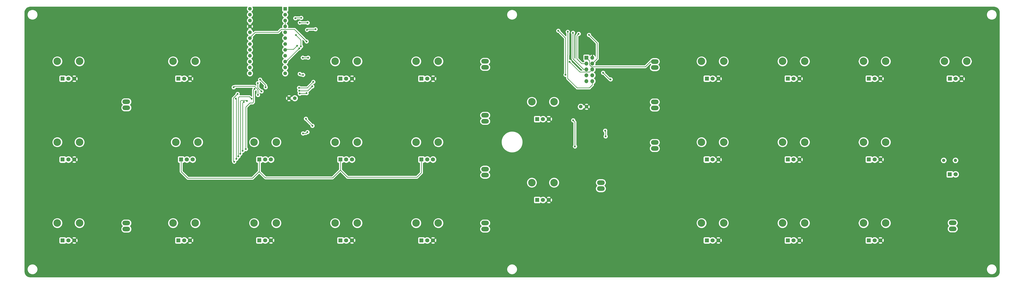
<source format=gbr>
%TF.GenerationSoftware,KiCad,Pcbnew,(5.1.7-0-10_14)*%
%TF.CreationDate,2020-11-07T09:55:29-03:00*%
%TF.ProjectId,MiniMood (tht),4d696e69-4d6f-46f6-9420-28746874292e,1*%
%TF.SameCoordinates,Original*%
%TF.FileFunction,Copper,L1,Top*%
%TF.FilePolarity,Positive*%
%FSLAX46Y46*%
G04 Gerber Fmt 4.6, Leading zero omitted, Abs format (unit mm)*
G04 Created by KiCad (PCBNEW (5.1.7-0-10_14)) date 2020-11-07 09:55:29*
%MOMM*%
%LPD*%
G01*
G04 APERTURE LIST*
%TA.AperFunction,ComponentPad*%
%ADD10C,1.600000*%
%TD*%
%TA.AperFunction,ComponentPad*%
%ADD11R,1.600000X1.600000*%
%TD*%
%TA.AperFunction,ComponentPad*%
%ADD12O,3.300000X2.000000*%
%TD*%
%TA.AperFunction,ComponentPad*%
%ADD13R,1.800000X1.800000*%
%TD*%
%TA.AperFunction,ComponentPad*%
%ADD14C,1.800000*%
%TD*%
%TA.AperFunction,ComponentPad*%
%ADD15C,3.240000*%
%TD*%
%TA.AperFunction,ComponentPad*%
%ADD16R,1.700000X1.700000*%
%TD*%
%TA.AperFunction,ComponentPad*%
%ADD17O,1.700000X1.700000*%
%TD*%
%TA.AperFunction,ComponentPad*%
%ADD18C,1.400000*%
%TD*%
%TA.AperFunction,ComponentPad*%
%ADD19O,1.400000X1.400000*%
%TD*%
%TA.AperFunction,ViaPad*%
%ADD20C,0.800000*%
%TD*%
%TA.AperFunction,Conductor*%
%ADD21C,0.250000*%
%TD*%
%TA.AperFunction,Conductor*%
%ADD22C,0.254000*%
%TD*%
%TA.AperFunction,Conductor*%
%ADD23C,0.100000*%
%TD*%
G04 APERTURE END LIST*
D10*
%TO.P,U3,24*%
%TO.N,/RAW*%
X117930000Y-21430000D03*
%TO.P,U3,23*%
%TO.N,GND*%
X117930000Y-23970000D03*
%TO.P,U3,22*%
%TO.N,/RST*%
X117930000Y-26510000D03*
%TO.P,U3,21*%
%TO.N,VCC*%
X117930000Y-29050000D03*
%TO.P,U3,20*%
%TO.N,/A3*%
X117930000Y-31590000D03*
%TO.P,U3,19*%
%TO.N,/A2*%
X117930000Y-34130000D03*
%TO.P,U3,18*%
%TO.N,/SIG_2*%
X117930000Y-36670000D03*
%TO.P,U3,17*%
%TO.N,/SIG_1*%
X117930000Y-39210000D03*
%TO.P,U3,16*%
%TO.N,/D15*%
X117930000Y-41750000D03*
%TO.P,U3,15*%
%TO.N,/D16*%
X117930000Y-44290000D03*
%TO.P,U3,14*%
%TO.N,/sw_1*%
X117930000Y-46830000D03*
%TO.P,U3,13*%
%TO.N,/led*%
X117930000Y-49370000D03*
%TO.P,U3,12*%
%TO.N,/pot_4*%
X133170000Y-49370000D03*
%TO.P,U3,11*%
%TO.N,/pot_3*%
X133170000Y-46830000D03*
%TO.P,U3,10*%
%TO.N,/S3*%
X133170000Y-44290000D03*
%TO.P,U3,9*%
%TO.N,/pot_2*%
X133170000Y-41750000D03*
%TO.P,U3,8*%
%TO.N,/S2*%
X133170000Y-39210000D03*
%TO.P,U3,7*%
%TO.N,/pot_1*%
X133170000Y-36670000D03*
%TO.P,U3,6*%
%TO.N,/S1*%
X133170000Y-34130000D03*
%TO.P,U3,5*%
%TO.N,/S0*%
X133170000Y-31590000D03*
%TO.P,U3,4*%
%TO.N,GND*%
X133170000Y-29050000D03*
%TO.P,U3,3*%
X133170000Y-26510000D03*
%TO.P,U3,2*%
%TO.N,/RX*%
X133170000Y-23970000D03*
D11*
%TO.P,U3,1*%
%TO.N,/TX*%
X133170000Y-21430000D03*
%TD*%
D12*
%TO.P,SW1,2*%
%TO.N,/mux_10*%
X64550000Y-64290000D03*
%TO.P,SW1,1*%
%TO.N,GND*%
X64550000Y-61690000D03*
%TD*%
%TO.P,SW2,2*%
%TO.N,/mux_14*%
X64550000Y-116790000D03*
%TO.P,SW2,1*%
%TO.N,GND*%
X64550000Y-114190000D03*
%TD*%
%TO.P,SW3,2*%
%TO.N,/mux_8-2*%
X219550000Y-46790000D03*
%TO.P,SW3,1*%
%TO.N,GND*%
X219550000Y-44190000D03*
%TD*%
%TO.P,SW4,2*%
%TO.N,/mux_11-2*%
X219550000Y-70123333D03*
%TO.P,SW4,1*%
%TO.N,GND*%
X219550000Y-67523333D03*
%TD*%
%TO.P,SW5,2*%
%TO.N,/mux_12-2*%
X219550000Y-93456666D03*
%TO.P,SW5,1*%
%TO.N,GND*%
X219550000Y-90856666D03*
%TD*%
%TO.P,SW6,2*%
%TO.N,/mux_13-2*%
X219550000Y-116790000D03*
%TO.P,SW6,1*%
%TO.N,GND*%
X219550000Y-114190000D03*
%TD*%
%TO.P,SW7,2*%
%TO.N,/mux_15-2*%
X269550000Y-99290000D03*
%TO.P,SW7,1*%
%TO.N,GND*%
X269550000Y-96690000D03*
%TD*%
%TO.P,SW8,2*%
%TO.N,/mux_7-2*%
X292850000Y-46890000D03*
%TO.P,SW8,1*%
%TO.N,GND*%
X292850000Y-44290000D03*
%TD*%
%TO.P,SW9,2*%
%TO.N,/mux_6-2*%
X292850000Y-64390000D03*
%TO.P,SW9,1*%
%TO.N,GND*%
X292850000Y-61790000D03*
%TD*%
%TO.P,SW10,2*%
%TO.N,/mux_9-2*%
X292850000Y-81890000D03*
%TO.P,SW10,1*%
%TO.N,GND*%
X292850000Y-79290000D03*
%TD*%
%TO.P,SW11,2*%
%TO.N,/sw_1*%
X421550000Y-116690000D03*
%TO.P,SW11,1*%
%TO.N,GND*%
X421550000Y-114090000D03*
%TD*%
D13*
%TO.P,pot3,1*%
%TO.N,GND*%
X37050000Y-121690000D03*
D14*
%TO.P,pot3,2*%
%TO.N,/mux_13*%
X39550000Y-121690000D03*
%TO.P,pot3,3*%
%TO.N,VCC*%
X42050000Y-121690000D03*
D15*
%TO.P,pot3,*%
%TO.N,*%
X44350000Y-114190000D03*
X34750000Y-114190000D03*
%TD*%
D13*
%TO.P,pot2,1*%
%TO.N,GND*%
X37050000Y-86690000D03*
D14*
%TO.P,pot2,2*%
%TO.N,/mux_11*%
X39550000Y-86690000D03*
%TO.P,pot2,3*%
%TO.N,VCC*%
X42050000Y-86690000D03*
D15*
%TO.P,pot2,*%
%TO.N,*%
X44350000Y-79190000D03*
X34750000Y-79190000D03*
%TD*%
D13*
%TO.P,pot4,1*%
%TO.N,GND*%
X87050000Y-51690000D03*
D14*
%TO.P,pot4,2*%
%TO.N,/mux_8*%
X89550000Y-51690000D03*
%TO.P,pot4,3*%
%TO.N,VCC*%
X92050000Y-51690000D03*
D15*
%TO.P,pot4,*%
%TO.N,*%
X94350000Y-44190000D03*
X84750000Y-44190000D03*
%TD*%
D13*
%TO.P,pot5,1*%
%TO.N,Net-(pot10-Pad1)*%
X88225001Y-86690000D03*
D14*
%TO.P,pot5,2*%
%TO.N,/mux_12*%
X90725001Y-86690000D03*
%TO.P,pot5,3*%
%TO.N,GND*%
X93225001Y-86690000D03*
D15*
%TO.P,pot5,*%
%TO.N,*%
X95525001Y-79190000D03*
X85925001Y-79190000D03*
%TD*%
D13*
%TO.P,pot6,1*%
%TO.N,GND*%
X87050000Y-121690000D03*
D14*
%TO.P,pot6,2*%
%TO.N,/mux_15*%
X89550000Y-121690000D03*
%TO.P,pot6,3*%
%TO.N,VCC*%
X92050000Y-121690000D03*
D15*
%TO.P,pot6,*%
%TO.N,*%
X94350000Y-114190000D03*
X84750000Y-114190000D03*
%TD*%
D13*
%TO.P,pot7,1*%
%TO.N,Net-(pot10-Pad1)*%
X122050000Y-86690000D03*
D14*
%TO.P,pot7,2*%
%TO.N,/mux_5*%
X124550000Y-86690000D03*
%TO.P,pot7,3*%
%TO.N,GND*%
X127050000Y-86690000D03*
D15*
%TO.P,pot7,*%
%TO.N,*%
X129350000Y-79190000D03*
X119750000Y-79190000D03*
%TD*%
D13*
%TO.P,pot8,1*%
%TO.N,GND*%
X122050000Y-121690000D03*
D14*
%TO.P,pot8,2*%
%TO.N,/mux_2*%
X124550000Y-121690000D03*
%TO.P,pot8,3*%
%TO.N,VCC*%
X127050000Y-121690000D03*
D15*
%TO.P,pot8,*%
%TO.N,*%
X129350000Y-114190000D03*
X119750000Y-114190000D03*
%TD*%
D13*
%TO.P,pot9,1*%
%TO.N,GND*%
X157050000Y-51690000D03*
D14*
%TO.P,pot9,2*%
%TO.N,/mux_7*%
X159550000Y-51690000D03*
%TO.P,pot9,3*%
%TO.N,VCC*%
X162050000Y-51690000D03*
D15*
%TO.P,pot9,*%
%TO.N,*%
X164350000Y-44190000D03*
X154750000Y-44190000D03*
%TD*%
D13*
%TO.P,pot10,1*%
%TO.N,Net-(pot10-Pad1)*%
X157050000Y-86690000D03*
D14*
%TO.P,pot10,2*%
%TO.N,/mux_3*%
X159550000Y-86690000D03*
%TO.P,pot10,3*%
%TO.N,GND*%
X162050000Y-86690000D03*
D15*
%TO.P,pot10,*%
%TO.N,*%
X164350000Y-79190000D03*
X154750000Y-79190000D03*
%TD*%
D13*
%TO.P,pot11,1*%
%TO.N,GND*%
X157050000Y-121690000D03*
D14*
%TO.P,pot11,2*%
%TO.N,/mux_0*%
X159550000Y-121690000D03*
%TO.P,pot11,3*%
%TO.N,VCC*%
X162050000Y-121690000D03*
D15*
%TO.P,pot11,*%
%TO.N,*%
X164350000Y-114190000D03*
X154750000Y-114190000D03*
%TD*%
D13*
%TO.P,pot12,1*%
%TO.N,GND*%
X192050000Y-51690000D03*
D14*
%TO.P,pot12,2*%
%TO.N,/mux_6*%
X194550000Y-51690000D03*
%TO.P,pot12,3*%
%TO.N,VCC*%
X197050000Y-51690000D03*
D15*
%TO.P,pot12,*%
%TO.N,*%
X199350000Y-44190000D03*
X189750000Y-44190000D03*
%TD*%
D13*
%TO.P,pot13,1*%
%TO.N,Net-(pot10-Pad1)*%
X192050000Y-86690000D03*
D14*
%TO.P,pot13,2*%
%TO.N,/mux_4*%
X194550000Y-86690000D03*
%TO.P,pot13,3*%
%TO.N,GND*%
X197050000Y-86690000D03*
D15*
%TO.P,pot13,*%
%TO.N,*%
X199350000Y-79190000D03*
X189750000Y-79190000D03*
%TD*%
D13*
%TO.P,pot14,1*%
%TO.N,GND*%
X192050000Y-121690000D03*
D14*
%TO.P,pot14,2*%
%TO.N,/mux_1*%
X194550000Y-121690000D03*
%TO.P,pot14,3*%
%TO.N,VCC*%
X197050000Y-121690000D03*
D15*
%TO.P,pot14,*%
%TO.N,*%
X199350000Y-114190000D03*
X189750000Y-114190000D03*
%TD*%
D13*
%TO.P,pot15,1*%
%TO.N,GND*%
X242050000Y-69190000D03*
D14*
%TO.P,pot15,2*%
%TO.N,/mux_10-2*%
X244550000Y-69190000D03*
%TO.P,pot15,3*%
%TO.N,VCC*%
X247050000Y-69190000D03*
D15*
%TO.P,pot15,*%
%TO.N,*%
X249350000Y-61690000D03*
X239750000Y-61690000D03*
%TD*%
D13*
%TO.P,pot16,1*%
%TO.N,GND*%
X242050000Y-104190000D03*
D14*
%TO.P,pot16,2*%
%TO.N,/mux_14-2*%
X244550000Y-104190000D03*
%TO.P,pot16,3*%
%TO.N,VCC*%
X247050000Y-104190000D03*
D15*
%TO.P,pot16,*%
%TO.N,*%
X249350000Y-96690000D03*
X239750000Y-96690000D03*
%TD*%
D13*
%TO.P,pot17,1*%
%TO.N,GND*%
X315350000Y-51690000D03*
D14*
%TO.P,pot17,2*%
%TO.N,/mux_5-2*%
X317850000Y-51690000D03*
%TO.P,pot17,3*%
%TO.N,VCC*%
X320350000Y-51690000D03*
D15*
%TO.P,pot17,*%
%TO.N,*%
X322650000Y-44190000D03*
X313050000Y-44190000D03*
%TD*%
D13*
%TO.P,pot18,1*%
%TO.N,GND*%
X315350000Y-86690000D03*
D14*
%TO.P,pot18,2*%
%TO.N,/mux_0-2*%
X317850000Y-86690000D03*
%TO.P,pot18,3*%
%TO.N,VCC*%
X320350000Y-86690000D03*
D15*
%TO.P,pot18,*%
%TO.N,*%
X322650000Y-79190000D03*
X313050000Y-79190000D03*
%TD*%
D13*
%TO.P,pot19,1*%
%TO.N,GND*%
X315350000Y-121690000D03*
D14*
%TO.P,pot19,2*%
%TO.N,/pot_2*%
X317850000Y-121690000D03*
%TO.P,pot19,3*%
%TO.N,VCC*%
X320350000Y-121690000D03*
D15*
%TO.P,pot19,*%
%TO.N,*%
X322650000Y-114190000D03*
X313050000Y-114190000D03*
%TD*%
D13*
%TO.P,pot20,1*%
%TO.N,GND*%
X350350000Y-51690000D03*
D14*
%TO.P,pot20,2*%
%TO.N,/mux_4-2*%
X352850000Y-51690000D03*
%TO.P,pot20,3*%
%TO.N,VCC*%
X355350000Y-51690000D03*
D15*
%TO.P,pot20,*%
%TO.N,*%
X357650000Y-44190000D03*
X348050000Y-44190000D03*
%TD*%
D13*
%TO.P,pot21,1*%
%TO.N,GND*%
X350350000Y-86690000D03*
D14*
%TO.P,pot21,2*%
%TO.N,/mux_1-2*%
X352850000Y-86690000D03*
%TO.P,pot21,3*%
%TO.N,VCC*%
X355350000Y-86690000D03*
D15*
%TO.P,pot21,*%
%TO.N,*%
X357650000Y-79190000D03*
X348050000Y-79190000D03*
%TD*%
D13*
%TO.P,pot22,1*%
%TO.N,GND*%
X350350000Y-121690000D03*
D14*
%TO.P,pot22,2*%
%TO.N,/pot_3*%
X352850000Y-121690000D03*
%TO.P,pot22,3*%
%TO.N,VCC*%
X355350000Y-121690000D03*
D15*
%TO.P,pot22,*%
%TO.N,*%
X357650000Y-114190000D03*
X348050000Y-114190000D03*
%TD*%
D13*
%TO.P,pot23,1*%
%TO.N,GND*%
X385350000Y-51690000D03*
D14*
%TO.P,pot23,2*%
%TO.N,/mux_3-2*%
X387850000Y-51690000D03*
%TO.P,pot23,3*%
%TO.N,VCC*%
X390350000Y-51690000D03*
D15*
%TO.P,pot23,*%
%TO.N,*%
X392650000Y-44190000D03*
X383050000Y-44190000D03*
%TD*%
D13*
%TO.P,pot24,1*%
%TO.N,GND*%
X385350000Y-86690000D03*
D14*
%TO.P,pot24,2*%
%TO.N,/pot_1*%
X387850000Y-86690000D03*
%TO.P,pot24,3*%
%TO.N,VCC*%
X390350000Y-86690000D03*
D15*
%TO.P,pot24,*%
%TO.N,*%
X392650000Y-79190000D03*
X383050000Y-79190000D03*
%TD*%
D13*
%TO.P,pot25,1*%
%TO.N,GND*%
X385350000Y-121690000D03*
D14*
%TO.P,pot25,2*%
%TO.N,/pot_4*%
X387850000Y-121690000D03*
%TO.P,pot25,3*%
%TO.N,VCC*%
X390350000Y-121690000D03*
D15*
%TO.P,pot25,*%
%TO.N,*%
X392650000Y-114190000D03*
X383050000Y-114190000D03*
%TD*%
D13*
%TO.P,pot26,1*%
%TO.N,GND*%
X420350000Y-51690000D03*
D14*
%TO.P,pot26,2*%
%TO.N,/mux_2-2*%
X422850000Y-51690000D03*
%TO.P,pot26,3*%
%TO.N,VCC*%
X425350000Y-51690000D03*
D15*
%TO.P,pot26,*%
%TO.N,*%
X427650000Y-44190000D03*
X418050000Y-44190000D03*
%TD*%
D13*
%TO.P,pot1,1*%
%TO.N,GND*%
X37050000Y-51690000D03*
D14*
%TO.P,pot1,2*%
%TO.N,/mux_9*%
X39550000Y-51690000D03*
%TO.P,pot1,3*%
%TO.N,VCC*%
X42050000Y-51690000D03*
D15*
%TO.P,pot1,*%
%TO.N,*%
X44350000Y-44190000D03*
X34750000Y-44190000D03*
%TD*%
D14*
%TO.P,D1,2*%
%TO.N,Net-(D1-Pad2)*%
X422815000Y-93090000D03*
D13*
%TO.P,D1,1*%
%TO.N,GND*%
X420275000Y-93090000D03*
%TD*%
D16*
%TO.P,J1,1*%
%TO.N,GND*%
X263350000Y-42590000D03*
D17*
%TO.P,J1,2*%
%TO.N,VCC*%
X265890000Y-42590000D03*
%TO.P,J1,3*%
%TO.N,/TX*%
X263350000Y-45130000D03*
%TO.P,J1,4*%
%TO.N,/RX*%
X265890000Y-45130000D03*
%TO.P,J1,5*%
%TO.N,/RAW*%
X263350000Y-47670000D03*
%TO.P,J1,6*%
%TO.N,/D16*%
X265890000Y-47670000D03*
%TO.P,J1,7*%
%TO.N,/D15*%
X263350000Y-50210000D03*
%TO.P,J1,8*%
%TO.N,/A2*%
X265890000Y-50210000D03*
%TO.P,J1,9*%
%TO.N,/A3*%
X263350000Y-52750000D03*
%TO.P,J1,10*%
%TO.N,/RST*%
X265890000Y-52750000D03*
%TD*%
D10*
%TO.P,C1,1*%
%TO.N,GND*%
X137340000Y-60150000D03*
%TO.P,C1,2*%
%TO.N,VCC*%
X134840000Y-60150000D03*
%TD*%
%TO.P,C2,2*%
%TO.N,VCC*%
X263385001Y-63835001D03*
%TO.P,C2,1*%
%TO.N,GND*%
X260885001Y-63835001D03*
%TD*%
D18*
%TO.P,R1,1*%
%TO.N,/led*%
X417690000Y-87050000D03*
D19*
%TO.P,R1,2*%
%TO.N,Net-(D1-Pad2)*%
X422770000Y-87050000D03*
%TD*%
D20*
%TO.N,VCC*%
X260232653Y-66537347D03*
X132610000Y-60160000D03*
%TO.N,/TX*%
X259970000Y-32294980D03*
%TO.N,/pot_2*%
X114840000Y-82900000D03*
X115290000Y-61770000D03*
%TO.N,/pot_3*%
X113800000Y-84170000D03*
X116712653Y-61372653D03*
%TO.N,/pot_1*%
X116210000Y-82160000D03*
X119940000Y-56080000D03*
%TO.N,/pot_4*%
X112990000Y-85340000D03*
X118725306Y-60385306D03*
%TO.N,/led*%
X111150000Y-87640000D03*
X112630000Y-58290000D03*
%TO.N,/mux_9-2*%
X257600000Y-69710000D03*
X258357653Y-81027653D03*
%TO.N,/sw_1*%
X112070000Y-86400000D03*
X111830000Y-60280000D03*
%TO.N,/S2*%
X138330000Y-37420000D03*
%TO.N,/S3*%
X140925009Y-50040000D03*
X139475009Y-49640000D03*
X271607643Y-76657643D03*
X271424980Y-74200000D03*
X139270000Y-38540000D03*
%TO.N,/S1*%
X140895000Y-75390000D03*
X142795010Y-74810000D03*
%TO.N,/S0*%
X144952653Y-72072653D03*
X142132347Y-69032347D03*
X139995000Y-37715957D03*
X137810000Y-32820000D03*
%TO.N,/SIG_1*%
X122330000Y-52110000D03*
X124727959Y-55407959D03*
X139160000Y-55660000D03*
X145335010Y-53080000D03*
%TO.N,/SIG_2*%
X140770000Y-42590000D03*
X143080000Y-42590000D03*
X270524960Y-49150000D03*
X273775000Y-52000000D03*
%TO.N,/RX*%
X264440000Y-32744990D03*
%TO.N,/D16*%
X256060000Y-44380000D03*
X144885000Y-55020000D03*
X139290000Y-56970000D03*
X122927959Y-57207959D03*
X121367347Y-53627347D03*
%TO.N,/D15*%
X110940000Y-55420000D03*
X121402959Y-58732959D03*
X139475009Y-58160000D03*
X142420000Y-57940000D03*
%TO.N,/A2*%
X142420000Y-35565000D03*
%TO.N,/A3*%
X146282278Y-30277722D03*
X251160000Y-30944950D03*
X254290000Y-50020000D03*
X146282278Y-30277722D03*
X142622357Y-30577643D03*
%TO.N,/RST*%
X139492357Y-27447643D03*
X255250000Y-31394960D03*
X142879073Y-27510927D03*
%TO.N,/RAW*%
X140095868Y-25364132D03*
X257520000Y-31844970D03*
X137567357Y-25522643D03*
%TD*%
D21*
%TO.N,GND*%
X265515997Y-46494999D02*
X288785001Y-46494999D01*
X264714999Y-45694001D02*
X265515997Y-46494999D01*
X264714999Y-43954999D02*
X264714999Y-45694001D01*
X263350000Y-42590000D02*
X264714999Y-43954999D01*
X290990000Y-44290000D02*
X292850000Y-44290000D01*
X288785001Y-46494999D02*
X290990000Y-44290000D01*
X133170000Y-26300000D02*
X133170000Y-28840000D01*
%TO.N,VCC*%
X260232653Y-66537347D02*
X249722653Y-66537347D01*
X247070000Y-69190000D02*
X247050000Y-69190000D01*
X249722653Y-66537347D02*
X247070000Y-69190000D01*
X132610000Y-60160000D02*
X143600000Y-49170000D01*
X159530000Y-49170000D02*
X162050000Y-51690000D01*
X143600000Y-49170000D02*
X159530000Y-49170000D01*
%TO.N,/TX*%
X259970000Y-32294980D02*
X259200000Y-33064980D01*
X259200000Y-33064980D02*
X259200000Y-43030000D01*
X261300000Y-45130000D02*
X263350000Y-45130000D01*
X259200000Y-43030000D02*
X261300000Y-45130000D01*
%TO.N,Net-(pot10-Pad1)*%
X88225001Y-86690000D02*
X88225001Y-91925001D01*
X88225001Y-91925001D02*
X91110000Y-94810000D01*
X91110000Y-94810000D02*
X119040000Y-94810000D01*
X119040000Y-94810000D02*
X122050000Y-91800000D01*
X122050000Y-91500000D02*
X122050000Y-92030000D01*
X122050000Y-91800000D02*
X122050000Y-91500000D01*
X122050000Y-91500000D02*
X122050000Y-86690000D01*
X122050000Y-92030000D02*
X124630000Y-94610000D01*
X124630000Y-94610000D02*
X153650000Y-94610000D01*
X157050000Y-91210000D02*
X157050000Y-86690000D01*
X153650000Y-94610000D02*
X157050000Y-91210000D01*
X157050000Y-91210000D02*
X157050000Y-91320000D01*
X157050000Y-91320000D02*
X160100000Y-94370000D01*
X160100000Y-94370000D02*
X190090000Y-94370000D01*
X192050000Y-92410000D02*
X192050000Y-86690000D01*
X190090000Y-94370000D02*
X192050000Y-92410000D01*
%TO.N,/pot_2*%
X114840000Y-62220000D02*
X115290000Y-61770000D01*
X114840000Y-82900000D02*
X114840000Y-62220000D01*
%TO.N,/pot_3*%
X113800000Y-84170000D02*
X113800000Y-61460000D01*
X116384999Y-61044999D02*
X116712653Y-61372653D01*
X114215001Y-61044999D02*
X116384999Y-61044999D01*
X113800000Y-61460000D02*
X114215001Y-61044999D01*
%TO.N,/pot_1*%
X116210000Y-63973614D02*
X117973614Y-62210000D01*
X116210000Y-82160000D02*
X116210000Y-63973614D01*
X117973614Y-62210000D02*
X119080000Y-62210000D01*
X119450307Y-56569693D02*
X119940000Y-56080000D01*
X119450307Y-61839693D02*
X119450307Y-56569693D01*
X119080000Y-62210000D02*
X119450307Y-61839693D01*
%TO.N,/pot_4*%
X112990000Y-85340000D02*
X112990000Y-59870000D01*
X112990000Y-59870000D02*
X113380000Y-59480000D01*
X117820000Y-59480000D02*
X118725306Y-60385306D01*
X113380000Y-59480000D02*
X117820000Y-59480000D01*
%TO.N,/led*%
X110750001Y-60169999D02*
X112630000Y-58290000D01*
X110750001Y-87240001D02*
X110750001Y-60169999D01*
X111150000Y-87640000D02*
X110750001Y-87240001D01*
%TO.N,/mux_9-2*%
X258357653Y-70467653D02*
X258357653Y-81027653D01*
X257600000Y-69710000D02*
X258357653Y-70467653D01*
%TO.N,/sw_1*%
X112070000Y-60520000D02*
X111830000Y-60280000D01*
X112070000Y-86400000D02*
X112070000Y-60520000D01*
%TO.N,/S2*%
X136750000Y-39000000D02*
X133170000Y-39000000D01*
X138330000Y-37420000D02*
X136750000Y-39000000D01*
%TO.N,/S3*%
X139875009Y-50040000D02*
X139475009Y-49640000D01*
X140925009Y-50040000D02*
X139875009Y-50040000D01*
X271607643Y-74382663D02*
X271424980Y-74200000D01*
X271607643Y-76657643D02*
X271607643Y-74382663D01*
X133730000Y-44080000D02*
X133170000Y-44080000D01*
X139270000Y-38540000D02*
X133730000Y-44080000D01*
%TO.N,/S1*%
X142215010Y-75390000D02*
X142795010Y-74810000D01*
X140895000Y-75390000D02*
X142215010Y-75390000D01*
%TO.N,/S0*%
X142132347Y-69252347D02*
X142132347Y-69032347D01*
X144952653Y-72072653D02*
X142132347Y-69252347D01*
X139995000Y-35005000D02*
X139995000Y-37715957D01*
X137810000Y-32820000D02*
X139995000Y-35005000D01*
%TO.N,/SIG_1*%
X124727959Y-54507959D02*
X124727959Y-55407959D01*
X122330000Y-52110000D02*
X124727959Y-54507959D01*
X142755010Y-55660000D02*
X145335010Y-53080000D01*
X139160000Y-55660000D02*
X142755010Y-55660000D01*
%TO.N,/SIG_2*%
X140770000Y-42590000D02*
X143080000Y-42590000D01*
X273374960Y-52000000D02*
X273775000Y-52000000D01*
X270524960Y-49150000D02*
X273374960Y-52000000D01*
%TO.N,/RX*%
X264440000Y-32744990D02*
X268010000Y-36314990D01*
X268010000Y-43010000D02*
X265890000Y-45130000D01*
X268010000Y-36314990D02*
X268010000Y-43010000D01*
%TO.N,/D16*%
X260525001Y-48845001D02*
X256060000Y-44380000D01*
X264714999Y-48845001D02*
X260525001Y-48845001D01*
X265890000Y-47670000D02*
X264714999Y-48845001D01*
X142935000Y-56970000D02*
X139290000Y-56970000D01*
X144885000Y-55020000D02*
X142935000Y-56970000D01*
X121367347Y-55647347D02*
X121367347Y-53627347D01*
X122927959Y-57207959D02*
X121367347Y-55647347D01*
%TO.N,/D15*%
X121402959Y-56469957D02*
X121402959Y-58732959D01*
X111339999Y-55020001D02*
X119953003Y-55020001D01*
X119953003Y-55020001D02*
X121402959Y-56469957D01*
X110940000Y-55420000D02*
X111339999Y-55020001D01*
X142200000Y-58160000D02*
X142420000Y-57940000D01*
X139475009Y-58160000D02*
X142200000Y-58160000D01*
%TO.N,/A2*%
X120215002Y-31634998D02*
X117930000Y-33920000D01*
X130154998Y-31634998D02*
X130165002Y-31634998D01*
X130154998Y-31634998D02*
X120215002Y-31634998D01*
X130165002Y-31634998D02*
X131490000Y-30310000D01*
X137165000Y-30310000D02*
X137517500Y-30662500D01*
X131490000Y-30310000D02*
X137165000Y-30310000D01*
X142420000Y-35565000D02*
X137517500Y-30662500D01*
%TO.N,/A3*%
X254290000Y-34074950D02*
X254290000Y-50020000D01*
X251160000Y-30944950D02*
X254290000Y-34074950D01*
X142922278Y-30277722D02*
X142622357Y-30577643D01*
X146282278Y-30277722D02*
X142922278Y-30277722D01*
%TO.N,/RST*%
X142879073Y-27510927D02*
X139555641Y-27510927D01*
X139555641Y-27510927D02*
X139492357Y-27447643D01*
X264630000Y-55690000D02*
X265890000Y-54430000D01*
X265890000Y-54430000D02*
X265890000Y-52750000D01*
X259330000Y-55690000D02*
X264630000Y-55690000D01*
X255230000Y-51590000D02*
X259330000Y-55690000D01*
X255230000Y-41428491D02*
X255230000Y-51590000D01*
X255250000Y-31394960D02*
X255250000Y-41408491D01*
X255250000Y-41408491D02*
X255230000Y-41428491D01*
%TO.N,/RAW*%
X262147919Y-47670000D02*
X263350000Y-47670000D01*
X257520000Y-43042081D02*
X262147919Y-47670000D01*
X257520000Y-31844970D02*
X257520000Y-43042081D01*
X137725868Y-25364132D02*
X137567357Y-25522643D01*
X140095868Y-25364132D02*
X137725868Y-25364132D01*
%TD*%
D22*
%TO.N,VCC*%
X116658320Y-20750273D02*
X116550147Y-21011426D01*
X116495000Y-21288665D01*
X116495000Y-21571335D01*
X116550147Y-21848574D01*
X116658320Y-22109727D01*
X116815363Y-22344759D01*
X117015241Y-22544637D01*
X117247759Y-22700000D01*
X117015241Y-22855363D01*
X116815363Y-23055241D01*
X116658320Y-23290273D01*
X116550147Y-23551426D01*
X116495000Y-23828665D01*
X116495000Y-24111335D01*
X116550147Y-24388574D01*
X116658320Y-24649727D01*
X116815363Y-24884759D01*
X117015241Y-25084637D01*
X117247759Y-25240000D01*
X117015241Y-25395363D01*
X116815363Y-25595241D01*
X116658320Y-25830273D01*
X116550147Y-26091426D01*
X116495000Y-26368665D01*
X116495000Y-26651335D01*
X116550147Y-26928574D01*
X116658320Y-27189727D01*
X116815363Y-27424759D01*
X117015241Y-27624637D01*
X117249128Y-27780915D01*
X117188486Y-27813329D01*
X117116903Y-28057298D01*
X117930000Y-28870395D01*
X118743097Y-28057298D01*
X118671514Y-27813329D01*
X118607008Y-27782806D01*
X118609727Y-27781680D01*
X118844759Y-27624637D01*
X119044637Y-27424759D01*
X119201680Y-27189727D01*
X119309853Y-26928574D01*
X119365000Y-26651335D01*
X119365000Y-26368665D01*
X119309853Y-26091426D01*
X119201680Y-25830273D01*
X119044637Y-25595241D01*
X118844759Y-25395363D01*
X118612241Y-25240000D01*
X118844759Y-25084637D01*
X119044637Y-24884759D01*
X119201680Y-24649727D01*
X119309853Y-24388574D01*
X119365000Y-24111335D01*
X119365000Y-23828665D01*
X119309853Y-23551426D01*
X119201680Y-23290273D01*
X119044637Y-23055241D01*
X118844759Y-22855363D01*
X118612241Y-22700000D01*
X118844759Y-22544637D01*
X119044637Y-22344759D01*
X119201680Y-22109727D01*
X119309853Y-21848574D01*
X119365000Y-21571335D01*
X119365000Y-21288665D01*
X119309853Y-21011426D01*
X119201680Y-20750273D01*
X119134680Y-20650000D01*
X131731928Y-20650000D01*
X131731928Y-22230000D01*
X131744188Y-22354482D01*
X131780498Y-22474180D01*
X131839463Y-22584494D01*
X131918815Y-22681185D01*
X132015506Y-22760537D01*
X132125820Y-22819502D01*
X132245518Y-22855812D01*
X132253961Y-22856643D01*
X132055363Y-23055241D01*
X131898320Y-23290273D01*
X131790147Y-23551426D01*
X131735000Y-23828665D01*
X131735000Y-24111335D01*
X131790147Y-24388574D01*
X131898320Y-24649727D01*
X132055363Y-24884759D01*
X132255241Y-25084637D01*
X132487759Y-25240000D01*
X132255241Y-25395363D01*
X132055363Y-25595241D01*
X131898320Y-25830273D01*
X131790147Y-26091426D01*
X131735000Y-26368665D01*
X131735000Y-26651335D01*
X131790147Y-26928574D01*
X131898320Y-27189727D01*
X132055363Y-27424759D01*
X132255241Y-27624637D01*
X132410001Y-27728044D01*
X132410001Y-27831956D01*
X132255241Y-27935363D01*
X132055363Y-28135241D01*
X131898320Y-28370273D01*
X131790147Y-28631426D01*
X131735000Y-28908665D01*
X131735000Y-29191335D01*
X131790147Y-29468574D01*
X131823875Y-29550000D01*
X131527322Y-29550000D01*
X131489999Y-29546324D01*
X131452676Y-29550000D01*
X131452667Y-29550000D01*
X131341014Y-29560997D01*
X131197753Y-29604454D01*
X131065723Y-29675026D01*
X130989330Y-29737721D01*
X130949999Y-29769999D01*
X130926201Y-29798997D01*
X129850201Y-30874998D01*
X120252325Y-30874998D01*
X120215002Y-30871322D01*
X120177679Y-30874998D01*
X120177669Y-30874998D01*
X120066016Y-30885995D01*
X119922755Y-30929452D01*
X119790726Y-31000024D01*
X119675001Y-31094997D01*
X119651203Y-31123995D01*
X119358618Y-31416580D01*
X119309853Y-31171426D01*
X119201680Y-30910273D01*
X119044637Y-30675241D01*
X118844759Y-30475363D01*
X118610872Y-30319085D01*
X118671514Y-30286671D01*
X118743097Y-30042702D01*
X117930000Y-29229605D01*
X117116903Y-30042702D01*
X117188486Y-30286671D01*
X117252992Y-30317194D01*
X117250273Y-30318320D01*
X117015241Y-30475363D01*
X116815363Y-30675241D01*
X116658320Y-30910273D01*
X116550147Y-31171426D01*
X116495000Y-31448665D01*
X116495000Y-31731335D01*
X116550147Y-32008574D01*
X116658320Y-32269727D01*
X116815363Y-32504759D01*
X117015241Y-32704637D01*
X117247759Y-32860000D01*
X117015241Y-33015363D01*
X116815363Y-33215241D01*
X116658320Y-33450273D01*
X116550147Y-33711426D01*
X116495000Y-33988665D01*
X116495000Y-34271335D01*
X116550147Y-34548574D01*
X116658320Y-34809727D01*
X116815363Y-35044759D01*
X117015241Y-35244637D01*
X117247759Y-35400000D01*
X117015241Y-35555363D01*
X116815363Y-35755241D01*
X116658320Y-35990273D01*
X116550147Y-36251426D01*
X116495000Y-36528665D01*
X116495000Y-36811335D01*
X116550147Y-37088574D01*
X116658320Y-37349727D01*
X116815363Y-37584759D01*
X117015241Y-37784637D01*
X117247759Y-37940000D01*
X117015241Y-38095363D01*
X116815363Y-38295241D01*
X116658320Y-38530273D01*
X116550147Y-38791426D01*
X116495000Y-39068665D01*
X116495000Y-39351335D01*
X116550147Y-39628574D01*
X116658320Y-39889727D01*
X116815363Y-40124759D01*
X117015241Y-40324637D01*
X117247759Y-40480000D01*
X117015241Y-40635363D01*
X116815363Y-40835241D01*
X116658320Y-41070273D01*
X116550147Y-41331426D01*
X116495000Y-41608665D01*
X116495000Y-41891335D01*
X116550147Y-42168574D01*
X116658320Y-42429727D01*
X116815363Y-42664759D01*
X117015241Y-42864637D01*
X117247759Y-43020000D01*
X117015241Y-43175363D01*
X116815363Y-43375241D01*
X116658320Y-43610273D01*
X116550147Y-43871426D01*
X116495000Y-44148665D01*
X116495000Y-44431335D01*
X116550147Y-44708574D01*
X116658320Y-44969727D01*
X116815363Y-45204759D01*
X117015241Y-45404637D01*
X117247759Y-45560000D01*
X117015241Y-45715363D01*
X116815363Y-45915241D01*
X116658320Y-46150273D01*
X116550147Y-46411426D01*
X116495000Y-46688665D01*
X116495000Y-46971335D01*
X116550147Y-47248574D01*
X116658320Y-47509727D01*
X116815363Y-47744759D01*
X117015241Y-47944637D01*
X117247759Y-48100000D01*
X117015241Y-48255363D01*
X116815363Y-48455241D01*
X116658320Y-48690273D01*
X116550147Y-48951426D01*
X116495000Y-49228665D01*
X116495000Y-49511335D01*
X116550147Y-49788574D01*
X116658320Y-50049727D01*
X116815363Y-50284759D01*
X117015241Y-50484637D01*
X117250273Y-50641680D01*
X117511426Y-50749853D01*
X117788665Y-50805000D01*
X118071335Y-50805000D01*
X118348574Y-50749853D01*
X118609727Y-50641680D01*
X118844759Y-50484637D01*
X119044637Y-50284759D01*
X119201680Y-50049727D01*
X119309853Y-49788574D01*
X119365000Y-49511335D01*
X119365000Y-49228665D01*
X119309853Y-48951426D01*
X119201680Y-48690273D01*
X119044637Y-48455241D01*
X118844759Y-48255363D01*
X118612241Y-48100000D01*
X118844759Y-47944637D01*
X119044637Y-47744759D01*
X119201680Y-47509727D01*
X119309853Y-47248574D01*
X119365000Y-46971335D01*
X119365000Y-46688665D01*
X119309853Y-46411426D01*
X119201680Y-46150273D01*
X119044637Y-45915241D01*
X118844759Y-45715363D01*
X118612241Y-45560000D01*
X118844759Y-45404637D01*
X119044637Y-45204759D01*
X119201680Y-44969727D01*
X119309853Y-44708574D01*
X119365000Y-44431335D01*
X119365000Y-44148665D01*
X119309853Y-43871426D01*
X119201680Y-43610273D01*
X119044637Y-43375241D01*
X118844759Y-43175363D01*
X118612241Y-43020000D01*
X118844759Y-42864637D01*
X119044637Y-42664759D01*
X119201680Y-42429727D01*
X119309853Y-42168574D01*
X119365000Y-41891335D01*
X119365000Y-41608665D01*
X119309853Y-41331426D01*
X119201680Y-41070273D01*
X119044637Y-40835241D01*
X118844759Y-40635363D01*
X118612241Y-40480000D01*
X118844759Y-40324637D01*
X119044637Y-40124759D01*
X119201680Y-39889727D01*
X119309853Y-39628574D01*
X119365000Y-39351335D01*
X119365000Y-39068665D01*
X119309853Y-38791426D01*
X119201680Y-38530273D01*
X119044637Y-38295241D01*
X118844759Y-38095363D01*
X118612241Y-37940000D01*
X118844759Y-37784637D01*
X119044637Y-37584759D01*
X119201680Y-37349727D01*
X119309853Y-37088574D01*
X119365000Y-36811335D01*
X119365000Y-36528665D01*
X119309853Y-36251426D01*
X119201680Y-35990273D01*
X119044637Y-35755241D01*
X118844759Y-35555363D01*
X118612241Y-35400000D01*
X118844759Y-35244637D01*
X119044637Y-35044759D01*
X119201680Y-34809727D01*
X119309853Y-34548574D01*
X119365000Y-34271335D01*
X119365000Y-33988665D01*
X119309853Y-33711426D01*
X119281595Y-33643206D01*
X120529804Y-32394998D01*
X130127680Y-32394998D01*
X130165002Y-32398674D01*
X130202324Y-32394998D01*
X130202335Y-32394998D01*
X130313988Y-32384001D01*
X130457249Y-32340544D01*
X130589278Y-32269972D01*
X130705003Y-32174999D01*
X130728806Y-32145995D01*
X131804802Y-31070000D01*
X131832159Y-31070000D01*
X131790147Y-31171426D01*
X131735000Y-31448665D01*
X131735000Y-31731335D01*
X131790147Y-32008574D01*
X131898320Y-32269727D01*
X132055363Y-32504759D01*
X132255241Y-32704637D01*
X132487759Y-32860000D01*
X132255241Y-33015363D01*
X132055363Y-33215241D01*
X131898320Y-33450273D01*
X131790147Y-33711426D01*
X131735000Y-33988665D01*
X131735000Y-34271335D01*
X131790147Y-34548574D01*
X131898320Y-34809727D01*
X132055363Y-35044759D01*
X132255241Y-35244637D01*
X132487759Y-35400000D01*
X132255241Y-35555363D01*
X132055363Y-35755241D01*
X131898320Y-35990273D01*
X131790147Y-36251426D01*
X131735000Y-36528665D01*
X131735000Y-36811335D01*
X131790147Y-37088574D01*
X131898320Y-37349727D01*
X132055363Y-37584759D01*
X132255241Y-37784637D01*
X132487759Y-37940000D01*
X132255241Y-38095363D01*
X132055363Y-38295241D01*
X131898320Y-38530273D01*
X131790147Y-38791426D01*
X131735000Y-39068665D01*
X131735000Y-39351335D01*
X131790147Y-39628574D01*
X131898320Y-39889727D01*
X132055363Y-40124759D01*
X132255241Y-40324637D01*
X132487759Y-40480000D01*
X132255241Y-40635363D01*
X132055363Y-40835241D01*
X131898320Y-41070273D01*
X131790147Y-41331426D01*
X131735000Y-41608665D01*
X131735000Y-41891335D01*
X131790147Y-42168574D01*
X131898320Y-42429727D01*
X132055363Y-42664759D01*
X132255241Y-42864637D01*
X132487759Y-43020000D01*
X132255241Y-43175363D01*
X132055363Y-43375241D01*
X131898320Y-43610273D01*
X131790147Y-43871426D01*
X131735000Y-44148665D01*
X131735000Y-44431335D01*
X131790147Y-44708574D01*
X131898320Y-44969727D01*
X132055363Y-45204759D01*
X132255241Y-45404637D01*
X132487759Y-45560000D01*
X132255241Y-45715363D01*
X132055363Y-45915241D01*
X131898320Y-46150273D01*
X131790147Y-46411426D01*
X131735000Y-46688665D01*
X131735000Y-46971335D01*
X131790147Y-47248574D01*
X131898320Y-47509727D01*
X132055363Y-47744759D01*
X132255241Y-47944637D01*
X132487759Y-48100000D01*
X132255241Y-48255363D01*
X132055363Y-48455241D01*
X131898320Y-48690273D01*
X131790147Y-48951426D01*
X131735000Y-49228665D01*
X131735000Y-49511335D01*
X131790147Y-49788574D01*
X131898320Y-50049727D01*
X132055363Y-50284759D01*
X132255241Y-50484637D01*
X132490273Y-50641680D01*
X132751426Y-50749853D01*
X133028665Y-50805000D01*
X133311335Y-50805000D01*
X133588574Y-50749853D01*
X133849727Y-50641680D01*
X134084759Y-50484637D01*
X134284637Y-50284759D01*
X134441680Y-50049727D01*
X134549853Y-49788574D01*
X134599683Y-49538061D01*
X138440009Y-49538061D01*
X138440009Y-49741939D01*
X138479783Y-49941898D01*
X138557804Y-50130256D01*
X138671072Y-50299774D01*
X138815235Y-50443937D01*
X138984753Y-50557205D01*
X139173111Y-50635226D01*
X139373070Y-50675000D01*
X139450782Y-50675000D01*
X139582762Y-50745546D01*
X139726023Y-50789003D01*
X139837676Y-50800000D01*
X139837685Y-50800000D01*
X139875008Y-50803676D01*
X139912331Y-50800000D01*
X140221298Y-50800000D01*
X140265235Y-50843937D01*
X140434753Y-50957205D01*
X140623111Y-51035226D01*
X140823070Y-51075000D01*
X141026948Y-51075000D01*
X141226907Y-51035226D01*
X141415265Y-50957205D01*
X141584783Y-50843937D01*
X141638720Y-50790000D01*
X155511928Y-50790000D01*
X155511928Y-52590000D01*
X155524188Y-52714482D01*
X155560498Y-52834180D01*
X155619463Y-52944494D01*
X155698815Y-53041185D01*
X155795506Y-53120537D01*
X155905820Y-53179502D01*
X156025518Y-53215812D01*
X156150000Y-53228072D01*
X157950000Y-53228072D01*
X158074482Y-53215812D01*
X158194180Y-53179502D01*
X158304494Y-53120537D01*
X158401185Y-53041185D01*
X158480537Y-52944494D01*
X158533880Y-52844697D01*
X158571495Y-52882312D01*
X158822905Y-53050299D01*
X159102257Y-53166011D01*
X159398816Y-53225000D01*
X159701184Y-53225000D01*
X159997743Y-53166011D01*
X160277095Y-53050299D01*
X160528505Y-52882312D01*
X160656737Y-52754080D01*
X161165525Y-52754080D01*
X161249208Y-53008261D01*
X161521775Y-53139158D01*
X161814642Y-53214365D01*
X162116553Y-53230991D01*
X162415907Y-53188397D01*
X162701199Y-53088222D01*
X162850792Y-53008261D01*
X162934475Y-52754080D01*
X162050000Y-51869605D01*
X161165525Y-52754080D01*
X160656737Y-52754080D01*
X160742312Y-52668505D01*
X160837738Y-52525690D01*
X160985920Y-52574475D01*
X161870395Y-51690000D01*
X162229605Y-51690000D01*
X163114080Y-52574475D01*
X163368261Y-52490792D01*
X163499158Y-52218225D01*
X163574365Y-51925358D01*
X163590991Y-51623447D01*
X163548397Y-51324093D01*
X163448222Y-51038801D01*
X163368261Y-50889208D01*
X163114080Y-50805525D01*
X162229605Y-51690000D01*
X161870395Y-51690000D01*
X160985920Y-50805525D01*
X160837738Y-50854310D01*
X160742312Y-50711495D01*
X160656737Y-50625920D01*
X161165525Y-50625920D01*
X162050000Y-51510395D01*
X162770395Y-50790000D01*
X190511928Y-50790000D01*
X190511928Y-52590000D01*
X190524188Y-52714482D01*
X190560498Y-52834180D01*
X190619463Y-52944494D01*
X190698815Y-53041185D01*
X190795506Y-53120537D01*
X190905820Y-53179502D01*
X191025518Y-53215812D01*
X191150000Y-53228072D01*
X192950000Y-53228072D01*
X193074482Y-53215812D01*
X193194180Y-53179502D01*
X193304494Y-53120537D01*
X193401185Y-53041185D01*
X193480537Y-52944494D01*
X193533880Y-52844697D01*
X193571495Y-52882312D01*
X193822905Y-53050299D01*
X194102257Y-53166011D01*
X194398816Y-53225000D01*
X194701184Y-53225000D01*
X194997743Y-53166011D01*
X195277095Y-53050299D01*
X195528505Y-52882312D01*
X195656737Y-52754080D01*
X196165525Y-52754080D01*
X196249208Y-53008261D01*
X196521775Y-53139158D01*
X196814642Y-53214365D01*
X197116553Y-53230991D01*
X197415907Y-53188397D01*
X197701199Y-53088222D01*
X197850792Y-53008261D01*
X197934475Y-52754080D01*
X197050000Y-51869605D01*
X196165525Y-52754080D01*
X195656737Y-52754080D01*
X195742312Y-52668505D01*
X195837738Y-52525690D01*
X195985920Y-52574475D01*
X196870395Y-51690000D01*
X197229605Y-51690000D01*
X198114080Y-52574475D01*
X198368261Y-52490792D01*
X198499158Y-52218225D01*
X198574365Y-51925358D01*
X198590991Y-51623447D01*
X198548397Y-51324093D01*
X198448222Y-51038801D01*
X198368261Y-50889208D01*
X198114080Y-50805525D01*
X197229605Y-51690000D01*
X196870395Y-51690000D01*
X195985920Y-50805525D01*
X195837738Y-50854310D01*
X195742312Y-50711495D01*
X195656737Y-50625920D01*
X196165525Y-50625920D01*
X197050000Y-51510395D01*
X197934475Y-50625920D01*
X197850792Y-50371739D01*
X197578225Y-50240842D01*
X197285358Y-50165635D01*
X196983447Y-50149009D01*
X196684093Y-50191603D01*
X196398801Y-50291778D01*
X196249208Y-50371739D01*
X196165525Y-50625920D01*
X195656737Y-50625920D01*
X195528505Y-50497688D01*
X195277095Y-50329701D01*
X194997743Y-50213989D01*
X194701184Y-50155000D01*
X194398816Y-50155000D01*
X194102257Y-50213989D01*
X193822905Y-50329701D01*
X193571495Y-50497688D01*
X193533880Y-50535303D01*
X193480537Y-50435506D01*
X193401185Y-50338815D01*
X193304494Y-50259463D01*
X193194180Y-50200498D01*
X193074482Y-50164188D01*
X192950000Y-50151928D01*
X191150000Y-50151928D01*
X191025518Y-50164188D01*
X190905820Y-50200498D01*
X190795506Y-50259463D01*
X190698815Y-50338815D01*
X190619463Y-50435506D01*
X190560498Y-50545820D01*
X190524188Y-50665518D01*
X190511928Y-50790000D01*
X162770395Y-50790000D01*
X162934475Y-50625920D01*
X162850792Y-50371739D01*
X162578225Y-50240842D01*
X162285358Y-50165635D01*
X161983447Y-50149009D01*
X161684093Y-50191603D01*
X161398801Y-50291778D01*
X161249208Y-50371739D01*
X161165525Y-50625920D01*
X160656737Y-50625920D01*
X160528505Y-50497688D01*
X160277095Y-50329701D01*
X159997743Y-50213989D01*
X159701184Y-50155000D01*
X159398816Y-50155000D01*
X159102257Y-50213989D01*
X158822905Y-50329701D01*
X158571495Y-50497688D01*
X158533880Y-50535303D01*
X158480537Y-50435506D01*
X158401185Y-50338815D01*
X158304494Y-50259463D01*
X158194180Y-50200498D01*
X158074482Y-50164188D01*
X157950000Y-50151928D01*
X156150000Y-50151928D01*
X156025518Y-50164188D01*
X155905820Y-50200498D01*
X155795506Y-50259463D01*
X155698815Y-50338815D01*
X155619463Y-50435506D01*
X155560498Y-50545820D01*
X155524188Y-50665518D01*
X155511928Y-50790000D01*
X141638720Y-50790000D01*
X141728946Y-50699774D01*
X141842214Y-50530256D01*
X141920235Y-50341898D01*
X141960009Y-50141939D01*
X141960009Y-49938061D01*
X141920235Y-49738102D01*
X141842214Y-49549744D01*
X141728946Y-49380226D01*
X141584783Y-49236063D01*
X141415265Y-49122795D01*
X141226907Y-49044774D01*
X141026948Y-49005000D01*
X140823070Y-49005000D01*
X140623111Y-49044774D01*
X140434753Y-49122795D01*
X140392692Y-49150899D01*
X140392214Y-49149744D01*
X140278946Y-48980226D01*
X140134783Y-48836063D01*
X139965265Y-48722795D01*
X139776907Y-48644774D01*
X139576948Y-48605000D01*
X139373070Y-48605000D01*
X139173111Y-48644774D01*
X138984753Y-48722795D01*
X138815235Y-48836063D01*
X138671072Y-48980226D01*
X138557804Y-49149744D01*
X138479783Y-49338102D01*
X138440009Y-49538061D01*
X134599683Y-49538061D01*
X134605000Y-49511335D01*
X134605000Y-49228665D01*
X134549853Y-48951426D01*
X134441680Y-48690273D01*
X134284637Y-48455241D01*
X134084759Y-48255363D01*
X133852241Y-48100000D01*
X134084759Y-47944637D01*
X134284637Y-47744759D01*
X134441680Y-47509727D01*
X134549853Y-47248574D01*
X134605000Y-46971335D01*
X134605000Y-46688665D01*
X134549853Y-46411426D01*
X134441680Y-46150273D01*
X134284637Y-45915241D01*
X134084759Y-45715363D01*
X133852241Y-45560000D01*
X134084759Y-45404637D01*
X134284637Y-45204759D01*
X134441680Y-44969727D01*
X134549853Y-44708574D01*
X134605000Y-44431335D01*
X134605000Y-44279801D01*
X134916899Y-43967902D01*
X152495000Y-43967902D01*
X152495000Y-44412098D01*
X152581658Y-44847759D01*
X152751645Y-45258143D01*
X152998427Y-45627479D01*
X153312521Y-45941573D01*
X153681857Y-46188355D01*
X154092241Y-46358342D01*
X154527902Y-46445000D01*
X154972098Y-46445000D01*
X155407759Y-46358342D01*
X155818143Y-46188355D01*
X156187479Y-45941573D01*
X156501573Y-45627479D01*
X156748355Y-45258143D01*
X156918342Y-44847759D01*
X157005000Y-44412098D01*
X157005000Y-43967902D01*
X162095000Y-43967902D01*
X162095000Y-44412098D01*
X162181658Y-44847759D01*
X162351645Y-45258143D01*
X162598427Y-45627479D01*
X162912521Y-45941573D01*
X163281857Y-46188355D01*
X163692241Y-46358342D01*
X164127902Y-46445000D01*
X164572098Y-46445000D01*
X165007759Y-46358342D01*
X165418143Y-46188355D01*
X165787479Y-45941573D01*
X166101573Y-45627479D01*
X166348355Y-45258143D01*
X166518342Y-44847759D01*
X166605000Y-44412098D01*
X166605000Y-43967902D01*
X187495000Y-43967902D01*
X187495000Y-44412098D01*
X187581658Y-44847759D01*
X187751645Y-45258143D01*
X187998427Y-45627479D01*
X188312521Y-45941573D01*
X188681857Y-46188355D01*
X189092241Y-46358342D01*
X189527902Y-46445000D01*
X189972098Y-46445000D01*
X190407759Y-46358342D01*
X190818143Y-46188355D01*
X191187479Y-45941573D01*
X191501573Y-45627479D01*
X191748355Y-45258143D01*
X191918342Y-44847759D01*
X192005000Y-44412098D01*
X192005000Y-43967902D01*
X197095000Y-43967902D01*
X197095000Y-44412098D01*
X197181658Y-44847759D01*
X197351645Y-45258143D01*
X197598427Y-45627479D01*
X197912521Y-45941573D01*
X198281857Y-46188355D01*
X198692241Y-46358342D01*
X199127902Y-46445000D01*
X199572098Y-46445000D01*
X200007759Y-46358342D01*
X200418143Y-46188355D01*
X200787479Y-45941573D01*
X201101573Y-45627479D01*
X201348355Y-45258143D01*
X201518342Y-44847759D01*
X201605000Y-44412098D01*
X201605000Y-44190000D01*
X217257089Y-44190000D01*
X217288657Y-44510516D01*
X217382148Y-44818715D01*
X217533969Y-45102752D01*
X217738286Y-45351714D01*
X217906789Y-45490000D01*
X217738286Y-45628286D01*
X217533969Y-45877248D01*
X217382148Y-46161285D01*
X217288657Y-46469484D01*
X217257089Y-46790000D01*
X217288657Y-47110516D01*
X217382148Y-47418715D01*
X217533969Y-47702752D01*
X217738286Y-47951714D01*
X217987248Y-48156031D01*
X218271285Y-48307852D01*
X218579484Y-48401343D01*
X218819678Y-48425000D01*
X220280322Y-48425000D01*
X220520516Y-48401343D01*
X220828715Y-48307852D01*
X221112752Y-48156031D01*
X221361714Y-47951714D01*
X221566031Y-47702752D01*
X221717852Y-47418715D01*
X221811343Y-47110516D01*
X221842911Y-46790000D01*
X221811343Y-46469484D01*
X221717852Y-46161285D01*
X221566031Y-45877248D01*
X221361714Y-45628286D01*
X221193211Y-45490000D01*
X221361714Y-45351714D01*
X221566031Y-45102752D01*
X221717852Y-44818715D01*
X221811343Y-44510516D01*
X221842911Y-44190000D01*
X221811343Y-43869484D01*
X221717852Y-43561285D01*
X221566031Y-43277248D01*
X221361714Y-43028286D01*
X221112752Y-42823969D01*
X220828715Y-42672148D01*
X220520516Y-42578657D01*
X220280322Y-42555000D01*
X218819678Y-42555000D01*
X218579484Y-42578657D01*
X218271285Y-42672148D01*
X217987248Y-42823969D01*
X217738286Y-43028286D01*
X217533969Y-43277248D01*
X217382148Y-43561285D01*
X217288657Y-43869484D01*
X217257089Y-44190000D01*
X201605000Y-44190000D01*
X201605000Y-43967902D01*
X201518342Y-43532241D01*
X201348355Y-43121857D01*
X201101573Y-42752521D01*
X200787479Y-42438427D01*
X200418143Y-42191645D01*
X200007759Y-42021658D01*
X199572098Y-41935000D01*
X199127902Y-41935000D01*
X198692241Y-42021658D01*
X198281857Y-42191645D01*
X197912521Y-42438427D01*
X197598427Y-42752521D01*
X197351645Y-43121857D01*
X197181658Y-43532241D01*
X197095000Y-43967902D01*
X192005000Y-43967902D01*
X191918342Y-43532241D01*
X191748355Y-43121857D01*
X191501573Y-42752521D01*
X191187479Y-42438427D01*
X190818143Y-42191645D01*
X190407759Y-42021658D01*
X189972098Y-41935000D01*
X189527902Y-41935000D01*
X189092241Y-42021658D01*
X188681857Y-42191645D01*
X188312521Y-42438427D01*
X187998427Y-42752521D01*
X187751645Y-43121857D01*
X187581658Y-43532241D01*
X187495000Y-43967902D01*
X166605000Y-43967902D01*
X166518342Y-43532241D01*
X166348355Y-43121857D01*
X166101573Y-42752521D01*
X165787479Y-42438427D01*
X165418143Y-42191645D01*
X165007759Y-42021658D01*
X164572098Y-41935000D01*
X164127902Y-41935000D01*
X163692241Y-42021658D01*
X163281857Y-42191645D01*
X162912521Y-42438427D01*
X162598427Y-42752521D01*
X162351645Y-43121857D01*
X162181658Y-43532241D01*
X162095000Y-43967902D01*
X157005000Y-43967902D01*
X156918342Y-43532241D01*
X156748355Y-43121857D01*
X156501573Y-42752521D01*
X156187479Y-42438427D01*
X155818143Y-42191645D01*
X155407759Y-42021658D01*
X154972098Y-41935000D01*
X154527902Y-41935000D01*
X154092241Y-42021658D01*
X153681857Y-42191645D01*
X153312521Y-42438427D01*
X152998427Y-42752521D01*
X152751645Y-43121857D01*
X152581658Y-43532241D01*
X152495000Y-43967902D01*
X134916899Y-43967902D01*
X136396740Y-42488061D01*
X139735000Y-42488061D01*
X139735000Y-42691939D01*
X139774774Y-42891898D01*
X139852795Y-43080256D01*
X139966063Y-43249774D01*
X140110226Y-43393937D01*
X140279744Y-43507205D01*
X140468102Y-43585226D01*
X140668061Y-43625000D01*
X140871939Y-43625000D01*
X141071898Y-43585226D01*
X141260256Y-43507205D01*
X141429774Y-43393937D01*
X141473711Y-43350000D01*
X142376289Y-43350000D01*
X142420226Y-43393937D01*
X142589744Y-43507205D01*
X142778102Y-43585226D01*
X142978061Y-43625000D01*
X143181939Y-43625000D01*
X143381898Y-43585226D01*
X143570256Y-43507205D01*
X143739774Y-43393937D01*
X143883937Y-43249774D01*
X143997205Y-43080256D01*
X144075226Y-42891898D01*
X144115000Y-42691939D01*
X144115000Y-42488061D01*
X144075226Y-42288102D01*
X143997205Y-42099744D01*
X143883937Y-41930226D01*
X143739774Y-41786063D01*
X143570256Y-41672795D01*
X143381898Y-41594774D01*
X143181939Y-41555000D01*
X142978061Y-41555000D01*
X142778102Y-41594774D01*
X142589744Y-41672795D01*
X142420226Y-41786063D01*
X142376289Y-41830000D01*
X141473711Y-41830000D01*
X141429774Y-41786063D01*
X141260256Y-41672795D01*
X141071898Y-41594774D01*
X140871939Y-41555000D01*
X140668061Y-41555000D01*
X140468102Y-41594774D01*
X140279744Y-41672795D01*
X140110226Y-41786063D01*
X139966063Y-41930226D01*
X139852795Y-42099744D01*
X139774774Y-42288102D01*
X139735000Y-42488061D01*
X136396740Y-42488061D01*
X139309802Y-39575000D01*
X139371939Y-39575000D01*
X139571898Y-39535226D01*
X139760256Y-39457205D01*
X139929774Y-39343937D01*
X140073937Y-39199774D01*
X140187205Y-39030256D01*
X140265226Y-38841898D01*
X140290993Y-38712358D01*
X140296898Y-38711183D01*
X140485256Y-38633162D01*
X140654774Y-38519894D01*
X140798937Y-38375731D01*
X140912205Y-38206213D01*
X140990226Y-38017855D01*
X141030000Y-37817896D01*
X141030000Y-37614018D01*
X140990226Y-37414059D01*
X140912205Y-37225701D01*
X140798937Y-37056183D01*
X140755000Y-37012246D01*
X140755000Y-35042325D01*
X140758676Y-35005000D01*
X140755779Y-34975580D01*
X141385000Y-35604802D01*
X141385000Y-35666939D01*
X141424774Y-35866898D01*
X141502795Y-36055256D01*
X141616063Y-36224774D01*
X141760226Y-36368937D01*
X141929744Y-36482205D01*
X142118102Y-36560226D01*
X142318061Y-36600000D01*
X142521939Y-36600000D01*
X142721898Y-36560226D01*
X142910256Y-36482205D01*
X143079774Y-36368937D01*
X143223937Y-36224774D01*
X143337205Y-36055256D01*
X143415226Y-35866898D01*
X143455000Y-35666939D01*
X143455000Y-35463061D01*
X143415226Y-35263102D01*
X143337205Y-35074744D01*
X143223937Y-34905226D01*
X143079774Y-34761063D01*
X142910256Y-34647795D01*
X142721898Y-34569774D01*
X142521939Y-34530000D01*
X142459802Y-34530000D01*
X138405506Y-30475704D01*
X141587357Y-30475704D01*
X141587357Y-30679582D01*
X141627131Y-30879541D01*
X141705152Y-31067899D01*
X141818420Y-31237417D01*
X141962583Y-31381580D01*
X142132101Y-31494848D01*
X142320459Y-31572869D01*
X142520418Y-31612643D01*
X142724296Y-31612643D01*
X142924255Y-31572869D01*
X143112613Y-31494848D01*
X143282131Y-31381580D01*
X143426294Y-31237417D01*
X143539562Y-31067899D01*
X143552062Y-31037722D01*
X145578567Y-31037722D01*
X145622504Y-31081659D01*
X145792022Y-31194927D01*
X145980380Y-31272948D01*
X146180339Y-31312722D01*
X146384217Y-31312722D01*
X146584176Y-31272948D01*
X146772534Y-31194927D01*
X146942052Y-31081659D01*
X147086215Y-30937496D01*
X147149347Y-30843011D01*
X250125000Y-30843011D01*
X250125000Y-31046889D01*
X250164774Y-31246848D01*
X250242795Y-31435206D01*
X250356063Y-31604724D01*
X250500226Y-31748887D01*
X250669744Y-31862155D01*
X250858102Y-31940176D01*
X251058061Y-31979950D01*
X251120199Y-31979950D01*
X253530000Y-34389753D01*
X253530001Y-49316288D01*
X253486063Y-49360226D01*
X253372795Y-49529744D01*
X253294774Y-49718102D01*
X253255000Y-49918061D01*
X253255000Y-50121939D01*
X253294774Y-50321898D01*
X253372795Y-50510256D01*
X253486063Y-50679774D01*
X253630226Y-50823937D01*
X253799744Y-50937205D01*
X253988102Y-51015226D01*
X254188061Y-51055000D01*
X254391939Y-51055000D01*
X254470001Y-51039473D01*
X254470001Y-51552668D01*
X254466324Y-51590000D01*
X254480998Y-51738985D01*
X254524454Y-51882246D01*
X254595026Y-52014276D01*
X254652883Y-52084774D01*
X254690000Y-52130001D01*
X254718998Y-52153799D01*
X258766201Y-56201003D01*
X258789999Y-56230001D01*
X258905724Y-56324974D01*
X259037753Y-56395546D01*
X259181014Y-56439003D01*
X259221180Y-56442959D01*
X259330000Y-56453677D01*
X259367333Y-56450000D01*
X264592678Y-56450000D01*
X264630000Y-56453676D01*
X264667322Y-56450000D01*
X264667333Y-56450000D01*
X264778986Y-56439003D01*
X264922247Y-56395546D01*
X265054276Y-56324974D01*
X265170001Y-56230001D01*
X265193804Y-56200997D01*
X266401004Y-54993798D01*
X266430001Y-54970001D01*
X266472921Y-54917703D01*
X266524974Y-54854277D01*
X266595546Y-54722247D01*
X266625781Y-54622573D01*
X266639003Y-54578986D01*
X266650000Y-54467333D01*
X266650000Y-54467324D01*
X266653676Y-54430001D01*
X266650000Y-54392678D01*
X266650000Y-54028178D01*
X266836632Y-53903475D01*
X267043475Y-53696632D01*
X267205990Y-53453411D01*
X267317932Y-53183158D01*
X267375000Y-52896260D01*
X267375000Y-52603740D01*
X267317932Y-52316842D01*
X267205990Y-52046589D01*
X267043475Y-51803368D01*
X266836632Y-51596525D01*
X266662240Y-51480000D01*
X266836632Y-51363475D01*
X267043475Y-51156632D01*
X267205990Y-50913411D01*
X267317932Y-50643158D01*
X267375000Y-50356260D01*
X267375000Y-50063740D01*
X267317932Y-49776842D01*
X267205990Y-49506589D01*
X267043475Y-49263368D01*
X266836632Y-49056525D01*
X266823965Y-49048061D01*
X269489960Y-49048061D01*
X269489960Y-49251939D01*
X269529734Y-49451898D01*
X269607755Y-49640256D01*
X269721023Y-49809774D01*
X269865186Y-49953937D01*
X270034704Y-50067205D01*
X270223062Y-50145226D01*
X270423021Y-50185000D01*
X270485159Y-50185000D01*
X272811161Y-52511003D01*
X272834959Y-52540001D01*
X272950684Y-52634974D01*
X272956608Y-52638140D01*
X272971063Y-52659774D01*
X273115226Y-52803937D01*
X273284744Y-52917205D01*
X273473102Y-52995226D01*
X273673061Y-53035000D01*
X273876939Y-53035000D01*
X274076898Y-52995226D01*
X274265256Y-52917205D01*
X274434774Y-52803937D01*
X274578937Y-52659774D01*
X274692205Y-52490256D01*
X274770226Y-52301898D01*
X274810000Y-52101939D01*
X274810000Y-51898061D01*
X274770226Y-51698102D01*
X274692205Y-51509744D01*
X274578937Y-51340226D01*
X274434774Y-51196063D01*
X274265256Y-51082795D01*
X274076898Y-51004774D01*
X273876939Y-50965000D01*
X273673061Y-50965000D01*
X273473102Y-51004774D01*
X273459974Y-51010212D01*
X273239762Y-50790000D01*
X313811928Y-50790000D01*
X313811928Y-52590000D01*
X313824188Y-52714482D01*
X313860498Y-52834180D01*
X313919463Y-52944494D01*
X313998815Y-53041185D01*
X314095506Y-53120537D01*
X314205820Y-53179502D01*
X314325518Y-53215812D01*
X314450000Y-53228072D01*
X316250000Y-53228072D01*
X316374482Y-53215812D01*
X316494180Y-53179502D01*
X316604494Y-53120537D01*
X316701185Y-53041185D01*
X316780537Y-52944494D01*
X316833880Y-52844697D01*
X316871495Y-52882312D01*
X317122905Y-53050299D01*
X317402257Y-53166011D01*
X317698816Y-53225000D01*
X318001184Y-53225000D01*
X318297743Y-53166011D01*
X318577095Y-53050299D01*
X318828505Y-52882312D01*
X318956737Y-52754080D01*
X319465525Y-52754080D01*
X319549208Y-53008261D01*
X319821775Y-53139158D01*
X320114642Y-53214365D01*
X320416553Y-53230991D01*
X320715907Y-53188397D01*
X321001199Y-53088222D01*
X321150792Y-53008261D01*
X321234475Y-52754080D01*
X320350000Y-51869605D01*
X319465525Y-52754080D01*
X318956737Y-52754080D01*
X319042312Y-52668505D01*
X319137738Y-52525690D01*
X319285920Y-52574475D01*
X320170395Y-51690000D01*
X320529605Y-51690000D01*
X321414080Y-52574475D01*
X321668261Y-52490792D01*
X321799158Y-52218225D01*
X321874365Y-51925358D01*
X321890991Y-51623447D01*
X321848397Y-51324093D01*
X321748222Y-51038801D01*
X321668261Y-50889208D01*
X321414080Y-50805525D01*
X320529605Y-51690000D01*
X320170395Y-51690000D01*
X319285920Y-50805525D01*
X319137738Y-50854310D01*
X319042312Y-50711495D01*
X318956737Y-50625920D01*
X319465525Y-50625920D01*
X320350000Y-51510395D01*
X321070395Y-50790000D01*
X348811928Y-50790000D01*
X348811928Y-52590000D01*
X348824188Y-52714482D01*
X348860498Y-52834180D01*
X348919463Y-52944494D01*
X348998815Y-53041185D01*
X349095506Y-53120537D01*
X349205820Y-53179502D01*
X349325518Y-53215812D01*
X349450000Y-53228072D01*
X351250000Y-53228072D01*
X351374482Y-53215812D01*
X351494180Y-53179502D01*
X351604494Y-53120537D01*
X351701185Y-53041185D01*
X351780537Y-52944494D01*
X351833880Y-52844697D01*
X351871495Y-52882312D01*
X352122905Y-53050299D01*
X352402257Y-53166011D01*
X352698816Y-53225000D01*
X353001184Y-53225000D01*
X353297743Y-53166011D01*
X353577095Y-53050299D01*
X353828505Y-52882312D01*
X353956737Y-52754080D01*
X354465525Y-52754080D01*
X354549208Y-53008261D01*
X354821775Y-53139158D01*
X355114642Y-53214365D01*
X355416553Y-53230991D01*
X355715907Y-53188397D01*
X356001199Y-53088222D01*
X356150792Y-53008261D01*
X356234475Y-52754080D01*
X355350000Y-51869605D01*
X354465525Y-52754080D01*
X353956737Y-52754080D01*
X354042312Y-52668505D01*
X354137738Y-52525690D01*
X354285920Y-52574475D01*
X355170395Y-51690000D01*
X355529605Y-51690000D01*
X356414080Y-52574475D01*
X356668261Y-52490792D01*
X356799158Y-52218225D01*
X356874365Y-51925358D01*
X356890991Y-51623447D01*
X356848397Y-51324093D01*
X356748222Y-51038801D01*
X356668261Y-50889208D01*
X356414080Y-50805525D01*
X355529605Y-51690000D01*
X355170395Y-51690000D01*
X354285920Y-50805525D01*
X354137738Y-50854310D01*
X354042312Y-50711495D01*
X353956737Y-50625920D01*
X354465525Y-50625920D01*
X355350000Y-51510395D01*
X356070395Y-50790000D01*
X383811928Y-50790000D01*
X383811928Y-52590000D01*
X383824188Y-52714482D01*
X383860498Y-52834180D01*
X383919463Y-52944494D01*
X383998815Y-53041185D01*
X384095506Y-53120537D01*
X384205820Y-53179502D01*
X384325518Y-53215812D01*
X384450000Y-53228072D01*
X386250000Y-53228072D01*
X386374482Y-53215812D01*
X386494180Y-53179502D01*
X386604494Y-53120537D01*
X386701185Y-53041185D01*
X386780537Y-52944494D01*
X386833880Y-52844697D01*
X386871495Y-52882312D01*
X387122905Y-53050299D01*
X387402257Y-53166011D01*
X387698816Y-53225000D01*
X388001184Y-53225000D01*
X388297743Y-53166011D01*
X388577095Y-53050299D01*
X388828505Y-52882312D01*
X388956737Y-52754080D01*
X389465525Y-52754080D01*
X389549208Y-53008261D01*
X389821775Y-53139158D01*
X390114642Y-53214365D01*
X390416553Y-53230991D01*
X390715907Y-53188397D01*
X391001199Y-53088222D01*
X391150792Y-53008261D01*
X391234475Y-52754080D01*
X390350000Y-51869605D01*
X389465525Y-52754080D01*
X388956737Y-52754080D01*
X389042312Y-52668505D01*
X389137738Y-52525690D01*
X389285920Y-52574475D01*
X390170395Y-51690000D01*
X390529605Y-51690000D01*
X391414080Y-52574475D01*
X391668261Y-52490792D01*
X391799158Y-52218225D01*
X391874365Y-51925358D01*
X391890991Y-51623447D01*
X391848397Y-51324093D01*
X391748222Y-51038801D01*
X391668261Y-50889208D01*
X391414080Y-50805525D01*
X390529605Y-51690000D01*
X390170395Y-51690000D01*
X389285920Y-50805525D01*
X389137738Y-50854310D01*
X389042312Y-50711495D01*
X388956737Y-50625920D01*
X389465525Y-50625920D01*
X390350000Y-51510395D01*
X391070395Y-50790000D01*
X418811928Y-50790000D01*
X418811928Y-52590000D01*
X418824188Y-52714482D01*
X418860498Y-52834180D01*
X418919463Y-52944494D01*
X418998815Y-53041185D01*
X419095506Y-53120537D01*
X419205820Y-53179502D01*
X419325518Y-53215812D01*
X419450000Y-53228072D01*
X421250000Y-53228072D01*
X421374482Y-53215812D01*
X421494180Y-53179502D01*
X421604494Y-53120537D01*
X421701185Y-53041185D01*
X421780537Y-52944494D01*
X421833880Y-52844697D01*
X421871495Y-52882312D01*
X422122905Y-53050299D01*
X422402257Y-53166011D01*
X422698816Y-53225000D01*
X423001184Y-53225000D01*
X423297743Y-53166011D01*
X423577095Y-53050299D01*
X423828505Y-52882312D01*
X423956737Y-52754080D01*
X424465525Y-52754080D01*
X424549208Y-53008261D01*
X424821775Y-53139158D01*
X425114642Y-53214365D01*
X425416553Y-53230991D01*
X425715907Y-53188397D01*
X426001199Y-53088222D01*
X426150792Y-53008261D01*
X426234475Y-52754080D01*
X425350000Y-51869605D01*
X424465525Y-52754080D01*
X423956737Y-52754080D01*
X424042312Y-52668505D01*
X424137738Y-52525690D01*
X424285920Y-52574475D01*
X425170395Y-51690000D01*
X425529605Y-51690000D01*
X426414080Y-52574475D01*
X426668261Y-52490792D01*
X426799158Y-52218225D01*
X426874365Y-51925358D01*
X426890991Y-51623447D01*
X426848397Y-51324093D01*
X426748222Y-51038801D01*
X426668261Y-50889208D01*
X426414080Y-50805525D01*
X425529605Y-51690000D01*
X425170395Y-51690000D01*
X424285920Y-50805525D01*
X424137738Y-50854310D01*
X424042312Y-50711495D01*
X423956737Y-50625920D01*
X424465525Y-50625920D01*
X425350000Y-51510395D01*
X426234475Y-50625920D01*
X426150792Y-50371739D01*
X425878225Y-50240842D01*
X425585358Y-50165635D01*
X425283447Y-50149009D01*
X424984093Y-50191603D01*
X424698801Y-50291778D01*
X424549208Y-50371739D01*
X424465525Y-50625920D01*
X423956737Y-50625920D01*
X423828505Y-50497688D01*
X423577095Y-50329701D01*
X423297743Y-50213989D01*
X423001184Y-50155000D01*
X422698816Y-50155000D01*
X422402257Y-50213989D01*
X422122905Y-50329701D01*
X421871495Y-50497688D01*
X421833880Y-50535303D01*
X421780537Y-50435506D01*
X421701185Y-50338815D01*
X421604494Y-50259463D01*
X421494180Y-50200498D01*
X421374482Y-50164188D01*
X421250000Y-50151928D01*
X419450000Y-50151928D01*
X419325518Y-50164188D01*
X419205820Y-50200498D01*
X419095506Y-50259463D01*
X418998815Y-50338815D01*
X418919463Y-50435506D01*
X418860498Y-50545820D01*
X418824188Y-50665518D01*
X418811928Y-50790000D01*
X391070395Y-50790000D01*
X391234475Y-50625920D01*
X391150792Y-50371739D01*
X390878225Y-50240842D01*
X390585358Y-50165635D01*
X390283447Y-50149009D01*
X389984093Y-50191603D01*
X389698801Y-50291778D01*
X389549208Y-50371739D01*
X389465525Y-50625920D01*
X388956737Y-50625920D01*
X388828505Y-50497688D01*
X388577095Y-50329701D01*
X388297743Y-50213989D01*
X388001184Y-50155000D01*
X387698816Y-50155000D01*
X387402257Y-50213989D01*
X387122905Y-50329701D01*
X386871495Y-50497688D01*
X386833880Y-50535303D01*
X386780537Y-50435506D01*
X386701185Y-50338815D01*
X386604494Y-50259463D01*
X386494180Y-50200498D01*
X386374482Y-50164188D01*
X386250000Y-50151928D01*
X384450000Y-50151928D01*
X384325518Y-50164188D01*
X384205820Y-50200498D01*
X384095506Y-50259463D01*
X383998815Y-50338815D01*
X383919463Y-50435506D01*
X383860498Y-50545820D01*
X383824188Y-50665518D01*
X383811928Y-50790000D01*
X356070395Y-50790000D01*
X356234475Y-50625920D01*
X356150792Y-50371739D01*
X355878225Y-50240842D01*
X355585358Y-50165635D01*
X355283447Y-50149009D01*
X354984093Y-50191603D01*
X354698801Y-50291778D01*
X354549208Y-50371739D01*
X354465525Y-50625920D01*
X353956737Y-50625920D01*
X353828505Y-50497688D01*
X353577095Y-50329701D01*
X353297743Y-50213989D01*
X353001184Y-50155000D01*
X352698816Y-50155000D01*
X352402257Y-50213989D01*
X352122905Y-50329701D01*
X351871495Y-50497688D01*
X351833880Y-50535303D01*
X351780537Y-50435506D01*
X351701185Y-50338815D01*
X351604494Y-50259463D01*
X351494180Y-50200498D01*
X351374482Y-50164188D01*
X351250000Y-50151928D01*
X349450000Y-50151928D01*
X349325518Y-50164188D01*
X349205820Y-50200498D01*
X349095506Y-50259463D01*
X348998815Y-50338815D01*
X348919463Y-50435506D01*
X348860498Y-50545820D01*
X348824188Y-50665518D01*
X348811928Y-50790000D01*
X321070395Y-50790000D01*
X321234475Y-50625920D01*
X321150792Y-50371739D01*
X320878225Y-50240842D01*
X320585358Y-50165635D01*
X320283447Y-50149009D01*
X319984093Y-50191603D01*
X319698801Y-50291778D01*
X319549208Y-50371739D01*
X319465525Y-50625920D01*
X318956737Y-50625920D01*
X318828505Y-50497688D01*
X318577095Y-50329701D01*
X318297743Y-50213989D01*
X318001184Y-50155000D01*
X317698816Y-50155000D01*
X317402257Y-50213989D01*
X317122905Y-50329701D01*
X316871495Y-50497688D01*
X316833880Y-50535303D01*
X316780537Y-50435506D01*
X316701185Y-50338815D01*
X316604494Y-50259463D01*
X316494180Y-50200498D01*
X316374482Y-50164188D01*
X316250000Y-50151928D01*
X314450000Y-50151928D01*
X314325518Y-50164188D01*
X314205820Y-50200498D01*
X314095506Y-50259463D01*
X313998815Y-50338815D01*
X313919463Y-50435506D01*
X313860498Y-50545820D01*
X313824188Y-50665518D01*
X313811928Y-50790000D01*
X273239762Y-50790000D01*
X271559960Y-49110199D01*
X271559960Y-49048061D01*
X271520186Y-48848102D01*
X271442165Y-48659744D01*
X271328897Y-48490226D01*
X271184734Y-48346063D01*
X271015216Y-48232795D01*
X270826858Y-48154774D01*
X270626899Y-48115000D01*
X270423021Y-48115000D01*
X270223062Y-48154774D01*
X270034704Y-48232795D01*
X269865186Y-48346063D01*
X269721023Y-48490226D01*
X269607755Y-48659744D01*
X269529734Y-48848102D01*
X269489960Y-49048061D01*
X266823965Y-49048061D01*
X266662240Y-48940000D01*
X266836632Y-48823475D01*
X267043475Y-48616632D01*
X267205990Y-48373411D01*
X267317932Y-48103158D01*
X267375000Y-47816260D01*
X267375000Y-47523740D01*
X267321544Y-47254999D01*
X288747679Y-47254999D01*
X288785001Y-47258675D01*
X288822323Y-47254999D01*
X288822334Y-47254999D01*
X288933987Y-47244002D01*
X289077248Y-47200545D01*
X289209277Y-47129973D01*
X289325002Y-47035000D01*
X289348805Y-47005997D01*
X290977345Y-45377457D01*
X291038286Y-45451714D01*
X291206789Y-45590000D01*
X291038286Y-45728286D01*
X290833969Y-45977248D01*
X290682148Y-46261285D01*
X290588657Y-46569484D01*
X290557089Y-46890000D01*
X290588657Y-47210516D01*
X290682148Y-47518715D01*
X290833969Y-47802752D01*
X291038286Y-48051714D01*
X291287248Y-48256031D01*
X291571285Y-48407852D01*
X291879484Y-48501343D01*
X292119678Y-48525000D01*
X293580322Y-48525000D01*
X293820516Y-48501343D01*
X294128715Y-48407852D01*
X294412752Y-48256031D01*
X294661714Y-48051714D01*
X294866031Y-47802752D01*
X295017852Y-47518715D01*
X295111343Y-47210516D01*
X295142911Y-46890000D01*
X295111343Y-46569484D01*
X295017852Y-46261285D01*
X294866031Y-45977248D01*
X294661714Y-45728286D01*
X294493211Y-45590000D01*
X294661714Y-45451714D01*
X294866031Y-45202752D01*
X295017852Y-44918715D01*
X295111343Y-44610516D01*
X295142911Y-44290000D01*
X295111343Y-43969484D01*
X295110864Y-43967902D01*
X310795000Y-43967902D01*
X310795000Y-44412098D01*
X310881658Y-44847759D01*
X311051645Y-45258143D01*
X311298427Y-45627479D01*
X311612521Y-45941573D01*
X311981857Y-46188355D01*
X312392241Y-46358342D01*
X312827902Y-46445000D01*
X313272098Y-46445000D01*
X313707759Y-46358342D01*
X314118143Y-46188355D01*
X314487479Y-45941573D01*
X314801573Y-45627479D01*
X315048355Y-45258143D01*
X315218342Y-44847759D01*
X315305000Y-44412098D01*
X315305000Y-43967902D01*
X320395000Y-43967902D01*
X320395000Y-44412098D01*
X320481658Y-44847759D01*
X320651645Y-45258143D01*
X320898427Y-45627479D01*
X321212521Y-45941573D01*
X321581857Y-46188355D01*
X321992241Y-46358342D01*
X322427902Y-46445000D01*
X322872098Y-46445000D01*
X323307759Y-46358342D01*
X323718143Y-46188355D01*
X324087479Y-45941573D01*
X324401573Y-45627479D01*
X324648355Y-45258143D01*
X324818342Y-44847759D01*
X324905000Y-44412098D01*
X324905000Y-43967902D01*
X345795000Y-43967902D01*
X345795000Y-44412098D01*
X345881658Y-44847759D01*
X346051645Y-45258143D01*
X346298427Y-45627479D01*
X346612521Y-45941573D01*
X346981857Y-46188355D01*
X347392241Y-46358342D01*
X347827902Y-46445000D01*
X348272098Y-46445000D01*
X348707759Y-46358342D01*
X349118143Y-46188355D01*
X349487479Y-45941573D01*
X349801573Y-45627479D01*
X350048355Y-45258143D01*
X350218342Y-44847759D01*
X350305000Y-44412098D01*
X350305000Y-43967902D01*
X355395000Y-43967902D01*
X355395000Y-44412098D01*
X355481658Y-44847759D01*
X355651645Y-45258143D01*
X355898427Y-45627479D01*
X356212521Y-45941573D01*
X356581857Y-46188355D01*
X356992241Y-46358342D01*
X357427902Y-46445000D01*
X357872098Y-46445000D01*
X358307759Y-46358342D01*
X358718143Y-46188355D01*
X359087479Y-45941573D01*
X359401573Y-45627479D01*
X359648355Y-45258143D01*
X359818342Y-44847759D01*
X359905000Y-44412098D01*
X359905000Y-43967902D01*
X380795000Y-43967902D01*
X380795000Y-44412098D01*
X380881658Y-44847759D01*
X381051645Y-45258143D01*
X381298427Y-45627479D01*
X381612521Y-45941573D01*
X381981857Y-46188355D01*
X382392241Y-46358342D01*
X382827902Y-46445000D01*
X383272098Y-46445000D01*
X383707759Y-46358342D01*
X384118143Y-46188355D01*
X384487479Y-45941573D01*
X384801573Y-45627479D01*
X385048355Y-45258143D01*
X385218342Y-44847759D01*
X385305000Y-44412098D01*
X385305000Y-43967902D01*
X390395000Y-43967902D01*
X390395000Y-44412098D01*
X390481658Y-44847759D01*
X390651645Y-45258143D01*
X390898427Y-45627479D01*
X391212521Y-45941573D01*
X391581857Y-46188355D01*
X391992241Y-46358342D01*
X392427902Y-46445000D01*
X392872098Y-46445000D01*
X393307759Y-46358342D01*
X393718143Y-46188355D01*
X394087479Y-45941573D01*
X394401573Y-45627479D01*
X394648355Y-45258143D01*
X394818342Y-44847759D01*
X394905000Y-44412098D01*
X394905000Y-43967902D01*
X415795000Y-43967902D01*
X415795000Y-44412098D01*
X415881658Y-44847759D01*
X416051645Y-45258143D01*
X416298427Y-45627479D01*
X416612521Y-45941573D01*
X416981857Y-46188355D01*
X417392241Y-46358342D01*
X417827902Y-46445000D01*
X418272098Y-46445000D01*
X418707759Y-46358342D01*
X419118143Y-46188355D01*
X419487479Y-45941573D01*
X419801573Y-45627479D01*
X420048355Y-45258143D01*
X420218342Y-44847759D01*
X420305000Y-44412098D01*
X420305000Y-43967902D01*
X425395000Y-43967902D01*
X425395000Y-44412098D01*
X425481658Y-44847759D01*
X425651645Y-45258143D01*
X425898427Y-45627479D01*
X426212521Y-45941573D01*
X426581857Y-46188355D01*
X426992241Y-46358342D01*
X427427902Y-46445000D01*
X427872098Y-46445000D01*
X428307759Y-46358342D01*
X428718143Y-46188355D01*
X429087479Y-45941573D01*
X429401573Y-45627479D01*
X429648355Y-45258143D01*
X429818342Y-44847759D01*
X429905000Y-44412098D01*
X429905000Y-43967902D01*
X429818342Y-43532241D01*
X429648355Y-43121857D01*
X429401573Y-42752521D01*
X429087479Y-42438427D01*
X428718143Y-42191645D01*
X428307759Y-42021658D01*
X427872098Y-41935000D01*
X427427902Y-41935000D01*
X426992241Y-42021658D01*
X426581857Y-42191645D01*
X426212521Y-42438427D01*
X425898427Y-42752521D01*
X425651645Y-43121857D01*
X425481658Y-43532241D01*
X425395000Y-43967902D01*
X420305000Y-43967902D01*
X420218342Y-43532241D01*
X420048355Y-43121857D01*
X419801573Y-42752521D01*
X419487479Y-42438427D01*
X419118143Y-42191645D01*
X418707759Y-42021658D01*
X418272098Y-41935000D01*
X417827902Y-41935000D01*
X417392241Y-42021658D01*
X416981857Y-42191645D01*
X416612521Y-42438427D01*
X416298427Y-42752521D01*
X416051645Y-43121857D01*
X415881658Y-43532241D01*
X415795000Y-43967902D01*
X394905000Y-43967902D01*
X394818342Y-43532241D01*
X394648355Y-43121857D01*
X394401573Y-42752521D01*
X394087479Y-42438427D01*
X393718143Y-42191645D01*
X393307759Y-42021658D01*
X392872098Y-41935000D01*
X392427902Y-41935000D01*
X391992241Y-42021658D01*
X391581857Y-42191645D01*
X391212521Y-42438427D01*
X390898427Y-42752521D01*
X390651645Y-43121857D01*
X390481658Y-43532241D01*
X390395000Y-43967902D01*
X385305000Y-43967902D01*
X385218342Y-43532241D01*
X385048355Y-43121857D01*
X384801573Y-42752521D01*
X384487479Y-42438427D01*
X384118143Y-42191645D01*
X383707759Y-42021658D01*
X383272098Y-41935000D01*
X382827902Y-41935000D01*
X382392241Y-42021658D01*
X381981857Y-42191645D01*
X381612521Y-42438427D01*
X381298427Y-42752521D01*
X381051645Y-43121857D01*
X380881658Y-43532241D01*
X380795000Y-43967902D01*
X359905000Y-43967902D01*
X359818342Y-43532241D01*
X359648355Y-43121857D01*
X359401573Y-42752521D01*
X359087479Y-42438427D01*
X358718143Y-42191645D01*
X358307759Y-42021658D01*
X357872098Y-41935000D01*
X357427902Y-41935000D01*
X356992241Y-42021658D01*
X356581857Y-42191645D01*
X356212521Y-42438427D01*
X355898427Y-42752521D01*
X355651645Y-43121857D01*
X355481658Y-43532241D01*
X355395000Y-43967902D01*
X350305000Y-43967902D01*
X350218342Y-43532241D01*
X350048355Y-43121857D01*
X349801573Y-42752521D01*
X349487479Y-42438427D01*
X349118143Y-42191645D01*
X348707759Y-42021658D01*
X348272098Y-41935000D01*
X347827902Y-41935000D01*
X347392241Y-42021658D01*
X346981857Y-42191645D01*
X346612521Y-42438427D01*
X346298427Y-42752521D01*
X346051645Y-43121857D01*
X345881658Y-43532241D01*
X345795000Y-43967902D01*
X324905000Y-43967902D01*
X324818342Y-43532241D01*
X324648355Y-43121857D01*
X324401573Y-42752521D01*
X324087479Y-42438427D01*
X323718143Y-42191645D01*
X323307759Y-42021658D01*
X322872098Y-41935000D01*
X322427902Y-41935000D01*
X321992241Y-42021658D01*
X321581857Y-42191645D01*
X321212521Y-42438427D01*
X320898427Y-42752521D01*
X320651645Y-43121857D01*
X320481658Y-43532241D01*
X320395000Y-43967902D01*
X315305000Y-43967902D01*
X315218342Y-43532241D01*
X315048355Y-43121857D01*
X314801573Y-42752521D01*
X314487479Y-42438427D01*
X314118143Y-42191645D01*
X313707759Y-42021658D01*
X313272098Y-41935000D01*
X312827902Y-41935000D01*
X312392241Y-42021658D01*
X311981857Y-42191645D01*
X311612521Y-42438427D01*
X311298427Y-42752521D01*
X311051645Y-43121857D01*
X310881658Y-43532241D01*
X310795000Y-43967902D01*
X295110864Y-43967902D01*
X295017852Y-43661285D01*
X294866031Y-43377248D01*
X294661714Y-43128286D01*
X294412752Y-42923969D01*
X294128715Y-42772148D01*
X293820516Y-42678657D01*
X293580322Y-42655000D01*
X292119678Y-42655000D01*
X291879484Y-42678657D01*
X291571285Y-42772148D01*
X291287248Y-42923969D01*
X291038286Y-43128286D01*
X290833969Y-43377248D01*
X290728142Y-43575236D01*
X290697753Y-43584454D01*
X290565724Y-43655026D01*
X290558097Y-43661285D01*
X290478996Y-43726201D01*
X290478992Y-43726205D01*
X290449999Y-43749999D01*
X290426205Y-43778992D01*
X288470200Y-45734999D01*
X267246753Y-45734999D01*
X267317932Y-45563158D01*
X267375000Y-45276260D01*
X267375000Y-44983740D01*
X267331209Y-44763592D01*
X268521003Y-43573799D01*
X268550001Y-43550001D01*
X268644974Y-43434276D01*
X268715546Y-43302247D01*
X268759003Y-43158986D01*
X268770000Y-43047333D01*
X268770000Y-43047325D01*
X268773676Y-43010000D01*
X268770000Y-42972675D01*
X268770000Y-36352312D01*
X268773676Y-36314989D01*
X268770000Y-36277666D01*
X268770000Y-36277657D01*
X268759003Y-36166004D01*
X268715546Y-36022743D01*
X268644974Y-35890714D01*
X268617508Y-35857246D01*
X268573799Y-35803986D01*
X268573795Y-35803982D01*
X268550001Y-35774989D01*
X268521009Y-35751196D01*
X265475000Y-32705189D01*
X265475000Y-32643051D01*
X265435226Y-32443092D01*
X265357205Y-32254734D01*
X265243937Y-32085216D01*
X265099774Y-31941053D01*
X264930256Y-31827785D01*
X264741898Y-31749764D01*
X264541939Y-31709990D01*
X264338061Y-31709990D01*
X264138102Y-31749764D01*
X263949744Y-31827785D01*
X263780226Y-31941053D01*
X263636063Y-32085216D01*
X263522795Y-32254734D01*
X263444774Y-32443092D01*
X263405000Y-32643051D01*
X263405000Y-32846929D01*
X263444774Y-33046888D01*
X263522795Y-33235246D01*
X263636063Y-33404764D01*
X263780226Y-33548927D01*
X263949744Y-33662195D01*
X264138102Y-33740216D01*
X264338061Y-33779990D01*
X264400199Y-33779990D01*
X267250000Y-36629793D01*
X267250001Y-42008590D01*
X267161641Y-41823080D01*
X266987588Y-41589731D01*
X266771355Y-41394822D01*
X266521252Y-41245843D01*
X266246891Y-41148519D01*
X266017000Y-41269186D01*
X266017000Y-42463000D01*
X266037000Y-42463000D01*
X266037000Y-42717000D01*
X266017000Y-42717000D01*
X266017000Y-42737000D01*
X265763000Y-42737000D01*
X265763000Y-42717000D01*
X265743000Y-42717000D01*
X265743000Y-42463000D01*
X265763000Y-42463000D01*
X265763000Y-41269186D01*
X265533109Y-41148519D01*
X265258748Y-41245843D01*
X265008645Y-41394822D01*
X264812498Y-41571626D01*
X264789502Y-41495820D01*
X264730537Y-41385506D01*
X264651185Y-41288815D01*
X264554494Y-41209463D01*
X264444180Y-41150498D01*
X264324482Y-41114188D01*
X264200000Y-41101928D01*
X262500000Y-41101928D01*
X262375518Y-41114188D01*
X262255820Y-41150498D01*
X262145506Y-41209463D01*
X262048815Y-41288815D01*
X261969463Y-41385506D01*
X261910498Y-41495820D01*
X261874188Y-41615518D01*
X261861928Y-41740000D01*
X261861928Y-43440000D01*
X261874188Y-43564482D01*
X261910498Y-43684180D01*
X261969463Y-43794494D01*
X262048815Y-43891185D01*
X262145506Y-43970537D01*
X262255820Y-44029502D01*
X262328380Y-44051513D01*
X262196525Y-44183368D01*
X262071822Y-44370000D01*
X261614803Y-44370000D01*
X259960000Y-42715199D01*
X259960000Y-33379782D01*
X260009802Y-33329980D01*
X260071939Y-33329980D01*
X260271898Y-33290206D01*
X260460256Y-33212185D01*
X260629774Y-33098917D01*
X260773937Y-32954754D01*
X260887205Y-32785236D01*
X260965226Y-32596878D01*
X261005000Y-32396919D01*
X261005000Y-32193041D01*
X260965226Y-31993082D01*
X260887205Y-31804724D01*
X260773937Y-31635206D01*
X260629774Y-31491043D01*
X260460256Y-31377775D01*
X260271898Y-31299754D01*
X260071939Y-31259980D01*
X259868061Y-31259980D01*
X259668102Y-31299754D01*
X259479744Y-31377775D01*
X259310226Y-31491043D01*
X259166063Y-31635206D01*
X259052795Y-31804724D01*
X258974774Y-31993082D01*
X258935000Y-32193041D01*
X258935000Y-32255178D01*
X258689002Y-32501177D01*
X258659999Y-32524979D01*
X258608914Y-32587227D01*
X258565026Y-32640704D01*
X258536004Y-32695000D01*
X258494454Y-32772734D01*
X258450997Y-32915995D01*
X258440000Y-33027648D01*
X258440000Y-33027658D01*
X258436324Y-33064980D01*
X258440000Y-33102302D01*
X258440001Y-42887281D01*
X258280000Y-42727280D01*
X258280000Y-32548681D01*
X258323937Y-32504744D01*
X258437205Y-32335226D01*
X258515226Y-32146868D01*
X258555000Y-31946909D01*
X258555000Y-31743031D01*
X258515226Y-31543072D01*
X258437205Y-31354714D01*
X258323937Y-31185196D01*
X258179774Y-31041033D01*
X258010256Y-30927765D01*
X257821898Y-30849744D01*
X257621939Y-30809970D01*
X257418061Y-30809970D01*
X257218102Y-30849744D01*
X257029744Y-30927765D01*
X256860226Y-31041033D01*
X256716063Y-31185196D01*
X256602795Y-31354714D01*
X256524774Y-31543072D01*
X256485000Y-31743031D01*
X256485000Y-31946909D01*
X256524774Y-32146868D01*
X256602795Y-32335226D01*
X256716063Y-32504744D01*
X256760000Y-32548681D01*
X256760001Y-43004749D01*
X256756324Y-43042081D01*
X256760001Y-43079414D01*
X256770998Y-43191067D01*
X256775527Y-43205996D01*
X256814454Y-43334327D01*
X256885026Y-43466357D01*
X256953672Y-43550001D01*
X256980000Y-43582082D01*
X257008998Y-43605880D01*
X261488118Y-48085001D01*
X260839803Y-48085001D01*
X257095000Y-44340199D01*
X257095000Y-44278061D01*
X257055226Y-44078102D01*
X256977205Y-43889744D01*
X256863937Y-43720226D01*
X256719774Y-43576063D01*
X256550256Y-43462795D01*
X256361898Y-43384774D01*
X256161939Y-43345000D01*
X255990000Y-43345000D01*
X255990000Y-41587156D01*
X255999003Y-41557477D01*
X256010000Y-41445824D01*
X256010000Y-41445814D01*
X256013676Y-41408492D01*
X256010000Y-41371169D01*
X256010000Y-32098671D01*
X256053937Y-32054734D01*
X256167205Y-31885216D01*
X256245226Y-31696858D01*
X256285000Y-31496899D01*
X256285000Y-31293021D01*
X256245226Y-31093062D01*
X256167205Y-30904704D01*
X256053937Y-30735186D01*
X255909774Y-30591023D01*
X255740256Y-30477755D01*
X255551898Y-30399734D01*
X255351939Y-30359960D01*
X255148061Y-30359960D01*
X254948102Y-30399734D01*
X254759744Y-30477755D01*
X254590226Y-30591023D01*
X254446063Y-30735186D01*
X254332795Y-30904704D01*
X254254774Y-31093062D01*
X254215000Y-31293021D01*
X254215000Y-31496899D01*
X254254774Y-31696858D01*
X254332795Y-31885216D01*
X254446063Y-32054734D01*
X254490000Y-32098671D01*
X254490000Y-33200147D01*
X252195000Y-30905149D01*
X252195000Y-30843011D01*
X252155226Y-30643052D01*
X252077205Y-30454694D01*
X251963937Y-30285176D01*
X251819774Y-30141013D01*
X251650256Y-30027745D01*
X251461898Y-29949724D01*
X251261939Y-29909950D01*
X251058061Y-29909950D01*
X250858102Y-29949724D01*
X250669744Y-30027745D01*
X250500226Y-30141013D01*
X250356063Y-30285176D01*
X250242795Y-30454694D01*
X250164774Y-30643052D01*
X250125000Y-30843011D01*
X147149347Y-30843011D01*
X147199483Y-30767978D01*
X147277504Y-30579620D01*
X147317278Y-30379661D01*
X147317278Y-30175783D01*
X147277504Y-29975824D01*
X147199483Y-29787466D01*
X147086215Y-29617948D01*
X146942052Y-29473785D01*
X146772534Y-29360517D01*
X146584176Y-29282496D01*
X146384217Y-29242722D01*
X146180339Y-29242722D01*
X145980380Y-29282496D01*
X145792022Y-29360517D01*
X145622504Y-29473785D01*
X145578567Y-29517722D01*
X142959600Y-29517722D01*
X142922277Y-29514046D01*
X142884954Y-29517722D01*
X142884945Y-29517722D01*
X142773292Y-29528719D01*
X142726165Y-29543015D01*
X142724296Y-29542643D01*
X142520418Y-29542643D01*
X142320459Y-29582417D01*
X142132101Y-29660438D01*
X141962583Y-29773706D01*
X141818420Y-29917869D01*
X141705152Y-30087387D01*
X141627131Y-30275745D01*
X141587357Y-30475704D01*
X138405506Y-30475704D01*
X138028502Y-30098701D01*
X137728804Y-29799003D01*
X137705001Y-29769999D01*
X137589276Y-29675026D01*
X137457247Y-29604454D01*
X137313986Y-29560997D01*
X137202333Y-29550000D01*
X137202322Y-29550000D01*
X137165000Y-29546324D01*
X137127678Y-29550000D01*
X134516125Y-29550000D01*
X134549853Y-29468574D01*
X134605000Y-29191335D01*
X134605000Y-28908665D01*
X134549853Y-28631426D01*
X134441680Y-28370273D01*
X134284637Y-28135241D01*
X134084759Y-27935363D01*
X133930000Y-27831957D01*
X133930000Y-27728043D01*
X134084759Y-27624637D01*
X134284637Y-27424759D01*
X134337459Y-27345704D01*
X138457357Y-27345704D01*
X138457357Y-27549582D01*
X138497131Y-27749541D01*
X138575152Y-27937899D01*
X138688420Y-28107417D01*
X138832583Y-28251580D01*
X139002101Y-28364848D01*
X139190459Y-28442869D01*
X139390418Y-28482643D01*
X139594296Y-28482643D01*
X139794255Y-28442869D01*
X139982613Y-28364848D01*
X140123176Y-28270927D01*
X142175362Y-28270927D01*
X142219299Y-28314864D01*
X142388817Y-28428132D01*
X142577175Y-28506153D01*
X142777134Y-28545927D01*
X142981012Y-28545927D01*
X143180971Y-28506153D01*
X143369329Y-28428132D01*
X143538847Y-28314864D01*
X143683010Y-28170701D01*
X143796278Y-28001183D01*
X143874299Y-27812825D01*
X143914073Y-27612866D01*
X143914073Y-27408988D01*
X143874299Y-27209029D01*
X143796278Y-27020671D01*
X143683010Y-26851153D01*
X143538847Y-26706990D01*
X143369329Y-26593722D01*
X143180971Y-26515701D01*
X142981012Y-26475927D01*
X142777134Y-26475927D01*
X142577175Y-26515701D01*
X142388817Y-26593722D01*
X142219299Y-26706990D01*
X142175362Y-26750927D01*
X140259352Y-26750927D01*
X140152131Y-26643706D01*
X139982613Y-26530438D01*
X139794255Y-26452417D01*
X139594296Y-26412643D01*
X139390418Y-26412643D01*
X139190459Y-26452417D01*
X139002101Y-26530438D01*
X138832583Y-26643706D01*
X138688420Y-26787869D01*
X138575152Y-26957387D01*
X138497131Y-27145745D01*
X138457357Y-27345704D01*
X134337459Y-27345704D01*
X134441680Y-27189727D01*
X134549853Y-26928574D01*
X134605000Y-26651335D01*
X134605000Y-26368665D01*
X134549853Y-26091426D01*
X134441680Y-25830273D01*
X134284637Y-25595241D01*
X134110100Y-25420704D01*
X136532357Y-25420704D01*
X136532357Y-25624582D01*
X136572131Y-25824541D01*
X136650152Y-26012899D01*
X136763420Y-26182417D01*
X136907583Y-26326580D01*
X137077101Y-26439848D01*
X137265459Y-26517869D01*
X137465418Y-26557643D01*
X137669296Y-26557643D01*
X137869255Y-26517869D01*
X138057613Y-26439848D01*
X138227131Y-26326580D01*
X138371294Y-26182417D01*
X138410239Y-26124132D01*
X139392157Y-26124132D01*
X139436094Y-26168069D01*
X139605612Y-26281337D01*
X139793970Y-26359358D01*
X139993929Y-26399132D01*
X140197807Y-26399132D01*
X140397766Y-26359358D01*
X140586124Y-26281337D01*
X140755642Y-26168069D01*
X140899805Y-26023906D01*
X141013073Y-25854388D01*
X141091094Y-25666030D01*
X141130868Y-25466071D01*
X141130868Y-25262193D01*
X141091094Y-25062234D01*
X141013073Y-24873876D01*
X140899805Y-24704358D01*
X140755642Y-24560195D01*
X140586124Y-24446927D01*
X140397766Y-24368906D01*
X140197807Y-24329132D01*
X139993929Y-24329132D01*
X139793970Y-24368906D01*
X139605612Y-24446927D01*
X139436094Y-24560195D01*
X139392157Y-24604132D01*
X138054460Y-24604132D01*
X137869255Y-24527417D01*
X137669296Y-24487643D01*
X137465418Y-24487643D01*
X137265459Y-24527417D01*
X137077101Y-24605438D01*
X136907583Y-24718706D01*
X136763420Y-24862869D01*
X136650152Y-25032387D01*
X136572131Y-25220745D01*
X136532357Y-25420704D01*
X134110100Y-25420704D01*
X134084759Y-25395363D01*
X133852241Y-25240000D01*
X134084759Y-25084637D01*
X134284637Y-24884759D01*
X134441680Y-24649727D01*
X134549853Y-24388574D01*
X134605000Y-24111335D01*
X134605000Y-23828665D01*
X134595295Y-23779872D01*
X228965000Y-23779872D01*
X228965000Y-24220128D01*
X229050890Y-24651925D01*
X229219369Y-25058669D01*
X229463962Y-25424729D01*
X229775271Y-25736038D01*
X230141331Y-25980631D01*
X230548075Y-26149110D01*
X230979872Y-26235000D01*
X231420128Y-26235000D01*
X231851925Y-26149110D01*
X232258669Y-25980631D01*
X232624729Y-25736038D01*
X232936038Y-25424729D01*
X233180631Y-25058669D01*
X233349110Y-24651925D01*
X233435000Y-24220128D01*
X233435000Y-23779872D01*
X436185000Y-23779872D01*
X436185000Y-24220128D01*
X436270890Y-24651925D01*
X436439369Y-25058669D01*
X436683962Y-25424729D01*
X436995271Y-25736038D01*
X437361331Y-25980631D01*
X437768075Y-26149110D01*
X438199872Y-26235000D01*
X438640128Y-26235000D01*
X439071925Y-26149110D01*
X439478669Y-25980631D01*
X439844729Y-25736038D01*
X440156038Y-25424729D01*
X440400631Y-25058669D01*
X440569110Y-24651925D01*
X440655000Y-24220128D01*
X440655000Y-23779872D01*
X440569110Y-23348075D01*
X440400631Y-22941331D01*
X440156038Y-22575271D01*
X439844729Y-22263962D01*
X439478669Y-22019369D01*
X439071925Y-21850890D01*
X438640128Y-21765000D01*
X438199872Y-21765000D01*
X437768075Y-21850890D01*
X437361331Y-22019369D01*
X436995271Y-22263962D01*
X436683962Y-22575271D01*
X436439369Y-22941331D01*
X436270890Y-23348075D01*
X436185000Y-23779872D01*
X233435000Y-23779872D01*
X233349110Y-23348075D01*
X233180631Y-22941331D01*
X232936038Y-22575271D01*
X232624729Y-22263962D01*
X232258669Y-22019369D01*
X231851925Y-21850890D01*
X231420128Y-21765000D01*
X230979872Y-21765000D01*
X230548075Y-21850890D01*
X230141331Y-22019369D01*
X229775271Y-22263962D01*
X229463962Y-22575271D01*
X229219369Y-22941331D01*
X229050890Y-23348075D01*
X228965000Y-23779872D01*
X134595295Y-23779872D01*
X134549853Y-23551426D01*
X134441680Y-23290273D01*
X134284637Y-23055241D01*
X134086039Y-22856643D01*
X134094482Y-22855812D01*
X134214180Y-22819502D01*
X134324494Y-22760537D01*
X134421185Y-22681185D01*
X134500537Y-22584494D01*
X134559502Y-22474180D01*
X134595812Y-22354482D01*
X134608072Y-22230000D01*
X134608072Y-20650000D01*
X439367721Y-20650000D01*
X439853893Y-20697670D01*
X440290498Y-20829489D01*
X440693185Y-21043600D01*
X441046612Y-21331848D01*
X441337327Y-21683261D01*
X441554242Y-22084439D01*
X441689106Y-22520113D01*
X441740000Y-23004344D01*
X441740001Y-135157711D01*
X441692330Y-135643894D01*
X441560512Y-136080497D01*
X441346399Y-136483186D01*
X441058150Y-136836613D01*
X440706739Y-137127327D01*
X440305564Y-137344240D01*
X439869886Y-137479106D01*
X439385664Y-137530000D01*
X23032279Y-137530000D01*
X22546106Y-137482330D01*
X22109503Y-137350512D01*
X21706814Y-137136399D01*
X21353387Y-136848150D01*
X21062673Y-136496739D01*
X20845760Y-136095564D01*
X20710894Y-135659886D01*
X20660000Y-135175664D01*
X20660000Y-133969872D01*
X21755000Y-133969872D01*
X21755000Y-134410128D01*
X21840890Y-134841925D01*
X22009369Y-135248669D01*
X22253962Y-135614729D01*
X22565271Y-135926038D01*
X22931331Y-136170631D01*
X23338075Y-136339110D01*
X23769872Y-136425000D01*
X24210128Y-136425000D01*
X24641925Y-136339110D01*
X25048669Y-136170631D01*
X25414729Y-135926038D01*
X25726038Y-135614729D01*
X25970631Y-135248669D01*
X26139110Y-134841925D01*
X26225000Y-134410128D01*
X26225000Y-133969872D01*
X228965000Y-133969872D01*
X228965000Y-134410128D01*
X229050890Y-134841925D01*
X229219369Y-135248669D01*
X229463962Y-135614729D01*
X229775271Y-135926038D01*
X230141331Y-136170631D01*
X230548075Y-136339110D01*
X230979872Y-136425000D01*
X231420128Y-136425000D01*
X231851925Y-136339110D01*
X232258669Y-136170631D01*
X232624729Y-135926038D01*
X232936038Y-135614729D01*
X233180631Y-135248669D01*
X233349110Y-134841925D01*
X233435000Y-134410128D01*
X233435000Y-133969872D01*
X436185000Y-133969872D01*
X436185000Y-134410128D01*
X436270890Y-134841925D01*
X436439369Y-135248669D01*
X436683962Y-135614729D01*
X436995271Y-135926038D01*
X437361331Y-136170631D01*
X437768075Y-136339110D01*
X438199872Y-136425000D01*
X438640128Y-136425000D01*
X439071925Y-136339110D01*
X439478669Y-136170631D01*
X439844729Y-135926038D01*
X440156038Y-135614729D01*
X440400631Y-135248669D01*
X440569110Y-134841925D01*
X440655000Y-134410128D01*
X440655000Y-133969872D01*
X440569110Y-133538075D01*
X440400631Y-133131331D01*
X440156038Y-132765271D01*
X439844729Y-132453962D01*
X439478669Y-132209369D01*
X439071925Y-132040890D01*
X438640128Y-131955000D01*
X438199872Y-131955000D01*
X437768075Y-132040890D01*
X437361331Y-132209369D01*
X436995271Y-132453962D01*
X436683962Y-132765271D01*
X436439369Y-133131331D01*
X436270890Y-133538075D01*
X436185000Y-133969872D01*
X233435000Y-133969872D01*
X233349110Y-133538075D01*
X233180631Y-133131331D01*
X232936038Y-132765271D01*
X232624729Y-132453962D01*
X232258669Y-132209369D01*
X231851925Y-132040890D01*
X231420128Y-131955000D01*
X230979872Y-131955000D01*
X230548075Y-132040890D01*
X230141331Y-132209369D01*
X229775271Y-132453962D01*
X229463962Y-132765271D01*
X229219369Y-133131331D01*
X229050890Y-133538075D01*
X228965000Y-133969872D01*
X26225000Y-133969872D01*
X26139110Y-133538075D01*
X25970631Y-133131331D01*
X25726038Y-132765271D01*
X25414729Y-132453962D01*
X25048669Y-132209369D01*
X24641925Y-132040890D01*
X24210128Y-131955000D01*
X23769872Y-131955000D01*
X23338075Y-132040890D01*
X22931331Y-132209369D01*
X22565271Y-132453962D01*
X22253962Y-132765271D01*
X22009369Y-133131331D01*
X21840890Y-133538075D01*
X21755000Y-133969872D01*
X20660000Y-133969872D01*
X20660000Y-120790000D01*
X35511928Y-120790000D01*
X35511928Y-122590000D01*
X35524188Y-122714482D01*
X35560498Y-122834180D01*
X35619463Y-122944494D01*
X35698815Y-123041185D01*
X35795506Y-123120537D01*
X35905820Y-123179502D01*
X36025518Y-123215812D01*
X36150000Y-123228072D01*
X37950000Y-123228072D01*
X38074482Y-123215812D01*
X38194180Y-123179502D01*
X38304494Y-123120537D01*
X38401185Y-123041185D01*
X38480537Y-122944494D01*
X38533880Y-122844697D01*
X38571495Y-122882312D01*
X38822905Y-123050299D01*
X39102257Y-123166011D01*
X39398816Y-123225000D01*
X39701184Y-123225000D01*
X39997743Y-123166011D01*
X40277095Y-123050299D01*
X40528505Y-122882312D01*
X40656737Y-122754080D01*
X41165525Y-122754080D01*
X41249208Y-123008261D01*
X41521775Y-123139158D01*
X41814642Y-123214365D01*
X42116553Y-123230991D01*
X42415907Y-123188397D01*
X42701199Y-123088222D01*
X42850792Y-123008261D01*
X42934475Y-122754080D01*
X42050000Y-121869605D01*
X41165525Y-122754080D01*
X40656737Y-122754080D01*
X40742312Y-122668505D01*
X40837738Y-122525690D01*
X40985920Y-122574475D01*
X41870395Y-121690000D01*
X42229605Y-121690000D01*
X43114080Y-122574475D01*
X43368261Y-122490792D01*
X43499158Y-122218225D01*
X43574365Y-121925358D01*
X43590991Y-121623447D01*
X43548397Y-121324093D01*
X43448222Y-121038801D01*
X43368261Y-120889208D01*
X43114080Y-120805525D01*
X42229605Y-121690000D01*
X41870395Y-121690000D01*
X40985920Y-120805525D01*
X40837738Y-120854310D01*
X40742312Y-120711495D01*
X40656737Y-120625920D01*
X41165525Y-120625920D01*
X42050000Y-121510395D01*
X42770395Y-120790000D01*
X85511928Y-120790000D01*
X85511928Y-122590000D01*
X85524188Y-122714482D01*
X85560498Y-122834180D01*
X85619463Y-122944494D01*
X85698815Y-123041185D01*
X85795506Y-123120537D01*
X85905820Y-123179502D01*
X86025518Y-123215812D01*
X86150000Y-123228072D01*
X87950000Y-123228072D01*
X88074482Y-123215812D01*
X88194180Y-123179502D01*
X88304494Y-123120537D01*
X88401185Y-123041185D01*
X88480537Y-122944494D01*
X88533880Y-122844697D01*
X88571495Y-122882312D01*
X88822905Y-123050299D01*
X89102257Y-123166011D01*
X89398816Y-123225000D01*
X89701184Y-123225000D01*
X89997743Y-123166011D01*
X90277095Y-123050299D01*
X90528505Y-122882312D01*
X90656737Y-122754080D01*
X91165525Y-122754080D01*
X91249208Y-123008261D01*
X91521775Y-123139158D01*
X91814642Y-123214365D01*
X92116553Y-123230991D01*
X92415907Y-123188397D01*
X92701199Y-123088222D01*
X92850792Y-123008261D01*
X92934475Y-122754080D01*
X92050000Y-121869605D01*
X91165525Y-122754080D01*
X90656737Y-122754080D01*
X90742312Y-122668505D01*
X90837738Y-122525690D01*
X90985920Y-122574475D01*
X91870395Y-121690000D01*
X92229605Y-121690000D01*
X93114080Y-122574475D01*
X93368261Y-122490792D01*
X93499158Y-122218225D01*
X93574365Y-121925358D01*
X93590991Y-121623447D01*
X93548397Y-121324093D01*
X93448222Y-121038801D01*
X93368261Y-120889208D01*
X93114080Y-120805525D01*
X92229605Y-121690000D01*
X91870395Y-121690000D01*
X90985920Y-120805525D01*
X90837738Y-120854310D01*
X90742312Y-120711495D01*
X90656737Y-120625920D01*
X91165525Y-120625920D01*
X92050000Y-121510395D01*
X92770395Y-120790000D01*
X120511928Y-120790000D01*
X120511928Y-122590000D01*
X120524188Y-122714482D01*
X120560498Y-122834180D01*
X120619463Y-122944494D01*
X120698815Y-123041185D01*
X120795506Y-123120537D01*
X120905820Y-123179502D01*
X121025518Y-123215812D01*
X121150000Y-123228072D01*
X122950000Y-123228072D01*
X123074482Y-123215812D01*
X123194180Y-123179502D01*
X123304494Y-123120537D01*
X123401185Y-123041185D01*
X123480537Y-122944494D01*
X123533880Y-122844697D01*
X123571495Y-122882312D01*
X123822905Y-123050299D01*
X124102257Y-123166011D01*
X124398816Y-123225000D01*
X124701184Y-123225000D01*
X124997743Y-123166011D01*
X125277095Y-123050299D01*
X125528505Y-122882312D01*
X125656737Y-122754080D01*
X126165525Y-122754080D01*
X126249208Y-123008261D01*
X126521775Y-123139158D01*
X126814642Y-123214365D01*
X127116553Y-123230991D01*
X127415907Y-123188397D01*
X127701199Y-123088222D01*
X127850792Y-123008261D01*
X127934475Y-122754080D01*
X127050000Y-121869605D01*
X126165525Y-122754080D01*
X125656737Y-122754080D01*
X125742312Y-122668505D01*
X125837738Y-122525690D01*
X125985920Y-122574475D01*
X126870395Y-121690000D01*
X127229605Y-121690000D01*
X128114080Y-122574475D01*
X128368261Y-122490792D01*
X128499158Y-122218225D01*
X128574365Y-121925358D01*
X128590991Y-121623447D01*
X128548397Y-121324093D01*
X128448222Y-121038801D01*
X128368261Y-120889208D01*
X128114080Y-120805525D01*
X127229605Y-121690000D01*
X126870395Y-121690000D01*
X125985920Y-120805525D01*
X125837738Y-120854310D01*
X125742312Y-120711495D01*
X125656737Y-120625920D01*
X126165525Y-120625920D01*
X127050000Y-121510395D01*
X127770395Y-120790000D01*
X155511928Y-120790000D01*
X155511928Y-122590000D01*
X155524188Y-122714482D01*
X155560498Y-122834180D01*
X155619463Y-122944494D01*
X155698815Y-123041185D01*
X155795506Y-123120537D01*
X155905820Y-123179502D01*
X156025518Y-123215812D01*
X156150000Y-123228072D01*
X157950000Y-123228072D01*
X158074482Y-123215812D01*
X158194180Y-123179502D01*
X158304494Y-123120537D01*
X158401185Y-123041185D01*
X158480537Y-122944494D01*
X158533880Y-122844697D01*
X158571495Y-122882312D01*
X158822905Y-123050299D01*
X159102257Y-123166011D01*
X159398816Y-123225000D01*
X159701184Y-123225000D01*
X159997743Y-123166011D01*
X160277095Y-123050299D01*
X160528505Y-122882312D01*
X160656737Y-122754080D01*
X161165525Y-122754080D01*
X161249208Y-123008261D01*
X161521775Y-123139158D01*
X161814642Y-123214365D01*
X162116553Y-123230991D01*
X162415907Y-123188397D01*
X162701199Y-123088222D01*
X162850792Y-123008261D01*
X162934475Y-122754080D01*
X162050000Y-121869605D01*
X161165525Y-122754080D01*
X160656737Y-122754080D01*
X160742312Y-122668505D01*
X160837738Y-122525690D01*
X160985920Y-122574475D01*
X161870395Y-121690000D01*
X162229605Y-121690000D01*
X163114080Y-122574475D01*
X163368261Y-122490792D01*
X163499158Y-122218225D01*
X163574365Y-121925358D01*
X163590991Y-121623447D01*
X163548397Y-121324093D01*
X163448222Y-121038801D01*
X163368261Y-120889208D01*
X163114080Y-120805525D01*
X162229605Y-121690000D01*
X161870395Y-121690000D01*
X160985920Y-120805525D01*
X160837738Y-120854310D01*
X160742312Y-120711495D01*
X160656737Y-120625920D01*
X161165525Y-120625920D01*
X162050000Y-121510395D01*
X162770395Y-120790000D01*
X190511928Y-120790000D01*
X190511928Y-122590000D01*
X190524188Y-122714482D01*
X190560498Y-122834180D01*
X190619463Y-122944494D01*
X190698815Y-123041185D01*
X190795506Y-123120537D01*
X190905820Y-123179502D01*
X191025518Y-123215812D01*
X191150000Y-123228072D01*
X192950000Y-123228072D01*
X193074482Y-123215812D01*
X193194180Y-123179502D01*
X193304494Y-123120537D01*
X193401185Y-123041185D01*
X193480537Y-122944494D01*
X193533880Y-122844697D01*
X193571495Y-122882312D01*
X193822905Y-123050299D01*
X194102257Y-123166011D01*
X194398816Y-123225000D01*
X194701184Y-123225000D01*
X194997743Y-123166011D01*
X195277095Y-123050299D01*
X195528505Y-122882312D01*
X195656737Y-122754080D01*
X196165525Y-122754080D01*
X196249208Y-123008261D01*
X196521775Y-123139158D01*
X196814642Y-123214365D01*
X197116553Y-123230991D01*
X197415907Y-123188397D01*
X197701199Y-123088222D01*
X197850792Y-123008261D01*
X197934475Y-122754080D01*
X197050000Y-121869605D01*
X196165525Y-122754080D01*
X195656737Y-122754080D01*
X195742312Y-122668505D01*
X195837738Y-122525690D01*
X195985920Y-122574475D01*
X196870395Y-121690000D01*
X197229605Y-121690000D01*
X198114080Y-122574475D01*
X198368261Y-122490792D01*
X198499158Y-122218225D01*
X198574365Y-121925358D01*
X198590991Y-121623447D01*
X198548397Y-121324093D01*
X198448222Y-121038801D01*
X198368261Y-120889208D01*
X198114080Y-120805525D01*
X197229605Y-121690000D01*
X196870395Y-121690000D01*
X195985920Y-120805525D01*
X195837738Y-120854310D01*
X195742312Y-120711495D01*
X195656737Y-120625920D01*
X196165525Y-120625920D01*
X197050000Y-121510395D01*
X197770395Y-120790000D01*
X313811928Y-120790000D01*
X313811928Y-122590000D01*
X313824188Y-122714482D01*
X313860498Y-122834180D01*
X313919463Y-122944494D01*
X313998815Y-123041185D01*
X314095506Y-123120537D01*
X314205820Y-123179502D01*
X314325518Y-123215812D01*
X314450000Y-123228072D01*
X316250000Y-123228072D01*
X316374482Y-123215812D01*
X316494180Y-123179502D01*
X316604494Y-123120537D01*
X316701185Y-123041185D01*
X316780537Y-122944494D01*
X316833880Y-122844697D01*
X316871495Y-122882312D01*
X317122905Y-123050299D01*
X317402257Y-123166011D01*
X317698816Y-123225000D01*
X318001184Y-123225000D01*
X318297743Y-123166011D01*
X318577095Y-123050299D01*
X318828505Y-122882312D01*
X318956737Y-122754080D01*
X319465525Y-122754080D01*
X319549208Y-123008261D01*
X319821775Y-123139158D01*
X320114642Y-123214365D01*
X320416553Y-123230991D01*
X320715907Y-123188397D01*
X321001199Y-123088222D01*
X321150792Y-123008261D01*
X321234475Y-122754080D01*
X320350000Y-121869605D01*
X319465525Y-122754080D01*
X318956737Y-122754080D01*
X319042312Y-122668505D01*
X319137738Y-122525690D01*
X319285920Y-122574475D01*
X320170395Y-121690000D01*
X320529605Y-121690000D01*
X321414080Y-122574475D01*
X321668261Y-122490792D01*
X321799158Y-122218225D01*
X321874365Y-121925358D01*
X321890991Y-121623447D01*
X321848397Y-121324093D01*
X321748222Y-121038801D01*
X321668261Y-120889208D01*
X321414080Y-120805525D01*
X320529605Y-121690000D01*
X320170395Y-121690000D01*
X319285920Y-120805525D01*
X319137738Y-120854310D01*
X319042312Y-120711495D01*
X318956737Y-120625920D01*
X319465525Y-120625920D01*
X320350000Y-121510395D01*
X321070395Y-120790000D01*
X348811928Y-120790000D01*
X348811928Y-122590000D01*
X348824188Y-122714482D01*
X348860498Y-122834180D01*
X348919463Y-122944494D01*
X348998815Y-123041185D01*
X349095506Y-123120537D01*
X349205820Y-123179502D01*
X349325518Y-123215812D01*
X349450000Y-123228072D01*
X351250000Y-123228072D01*
X351374482Y-123215812D01*
X351494180Y-123179502D01*
X351604494Y-123120537D01*
X351701185Y-123041185D01*
X351780537Y-122944494D01*
X351833880Y-122844697D01*
X351871495Y-122882312D01*
X352122905Y-123050299D01*
X352402257Y-123166011D01*
X352698816Y-123225000D01*
X353001184Y-123225000D01*
X353297743Y-123166011D01*
X353577095Y-123050299D01*
X353828505Y-122882312D01*
X353956737Y-122754080D01*
X354465525Y-122754080D01*
X354549208Y-123008261D01*
X354821775Y-123139158D01*
X355114642Y-123214365D01*
X355416553Y-123230991D01*
X355715907Y-123188397D01*
X356001199Y-123088222D01*
X356150792Y-123008261D01*
X356234475Y-122754080D01*
X355350000Y-121869605D01*
X354465525Y-122754080D01*
X353956737Y-122754080D01*
X354042312Y-122668505D01*
X354137738Y-122525690D01*
X354285920Y-122574475D01*
X355170395Y-121690000D01*
X355529605Y-121690000D01*
X356414080Y-122574475D01*
X356668261Y-122490792D01*
X356799158Y-122218225D01*
X356874365Y-121925358D01*
X356890991Y-121623447D01*
X356848397Y-121324093D01*
X356748222Y-121038801D01*
X356668261Y-120889208D01*
X356414080Y-120805525D01*
X355529605Y-121690000D01*
X355170395Y-121690000D01*
X354285920Y-120805525D01*
X354137738Y-120854310D01*
X354042312Y-120711495D01*
X353956737Y-120625920D01*
X354465525Y-120625920D01*
X355350000Y-121510395D01*
X356070395Y-120790000D01*
X383811928Y-120790000D01*
X383811928Y-122590000D01*
X383824188Y-122714482D01*
X383860498Y-122834180D01*
X383919463Y-122944494D01*
X383998815Y-123041185D01*
X384095506Y-123120537D01*
X384205820Y-123179502D01*
X384325518Y-123215812D01*
X384450000Y-123228072D01*
X386250000Y-123228072D01*
X386374482Y-123215812D01*
X386494180Y-123179502D01*
X386604494Y-123120537D01*
X386701185Y-123041185D01*
X386780537Y-122944494D01*
X386833880Y-122844697D01*
X386871495Y-122882312D01*
X387122905Y-123050299D01*
X387402257Y-123166011D01*
X387698816Y-123225000D01*
X388001184Y-123225000D01*
X388297743Y-123166011D01*
X388577095Y-123050299D01*
X388828505Y-122882312D01*
X388956737Y-122754080D01*
X389465525Y-122754080D01*
X389549208Y-123008261D01*
X389821775Y-123139158D01*
X390114642Y-123214365D01*
X390416553Y-123230991D01*
X390715907Y-123188397D01*
X391001199Y-123088222D01*
X391150792Y-123008261D01*
X391234475Y-122754080D01*
X390350000Y-121869605D01*
X389465525Y-122754080D01*
X388956737Y-122754080D01*
X389042312Y-122668505D01*
X389137738Y-122525690D01*
X389285920Y-122574475D01*
X390170395Y-121690000D01*
X390529605Y-121690000D01*
X391414080Y-122574475D01*
X391668261Y-122490792D01*
X391799158Y-122218225D01*
X391874365Y-121925358D01*
X391890991Y-121623447D01*
X391848397Y-121324093D01*
X391748222Y-121038801D01*
X391668261Y-120889208D01*
X391414080Y-120805525D01*
X390529605Y-121690000D01*
X390170395Y-121690000D01*
X389285920Y-120805525D01*
X389137738Y-120854310D01*
X389042312Y-120711495D01*
X388956737Y-120625920D01*
X389465525Y-120625920D01*
X390350000Y-121510395D01*
X391234475Y-120625920D01*
X391150792Y-120371739D01*
X390878225Y-120240842D01*
X390585358Y-120165635D01*
X390283447Y-120149009D01*
X389984093Y-120191603D01*
X389698801Y-120291778D01*
X389549208Y-120371739D01*
X389465525Y-120625920D01*
X388956737Y-120625920D01*
X388828505Y-120497688D01*
X388577095Y-120329701D01*
X388297743Y-120213989D01*
X388001184Y-120155000D01*
X387698816Y-120155000D01*
X387402257Y-120213989D01*
X387122905Y-120329701D01*
X386871495Y-120497688D01*
X386833880Y-120535303D01*
X386780537Y-120435506D01*
X386701185Y-120338815D01*
X386604494Y-120259463D01*
X386494180Y-120200498D01*
X386374482Y-120164188D01*
X386250000Y-120151928D01*
X384450000Y-120151928D01*
X384325518Y-120164188D01*
X384205820Y-120200498D01*
X384095506Y-120259463D01*
X383998815Y-120338815D01*
X383919463Y-120435506D01*
X383860498Y-120545820D01*
X383824188Y-120665518D01*
X383811928Y-120790000D01*
X356070395Y-120790000D01*
X356234475Y-120625920D01*
X356150792Y-120371739D01*
X355878225Y-120240842D01*
X355585358Y-120165635D01*
X355283447Y-120149009D01*
X354984093Y-120191603D01*
X354698801Y-120291778D01*
X354549208Y-120371739D01*
X354465525Y-120625920D01*
X353956737Y-120625920D01*
X353828505Y-120497688D01*
X353577095Y-120329701D01*
X353297743Y-120213989D01*
X353001184Y-120155000D01*
X352698816Y-120155000D01*
X352402257Y-120213989D01*
X352122905Y-120329701D01*
X351871495Y-120497688D01*
X351833880Y-120535303D01*
X351780537Y-120435506D01*
X351701185Y-120338815D01*
X351604494Y-120259463D01*
X351494180Y-120200498D01*
X351374482Y-120164188D01*
X351250000Y-120151928D01*
X349450000Y-120151928D01*
X349325518Y-120164188D01*
X349205820Y-120200498D01*
X349095506Y-120259463D01*
X348998815Y-120338815D01*
X348919463Y-120435506D01*
X348860498Y-120545820D01*
X348824188Y-120665518D01*
X348811928Y-120790000D01*
X321070395Y-120790000D01*
X321234475Y-120625920D01*
X321150792Y-120371739D01*
X320878225Y-120240842D01*
X320585358Y-120165635D01*
X320283447Y-120149009D01*
X319984093Y-120191603D01*
X319698801Y-120291778D01*
X319549208Y-120371739D01*
X319465525Y-120625920D01*
X318956737Y-120625920D01*
X318828505Y-120497688D01*
X318577095Y-120329701D01*
X318297743Y-120213989D01*
X318001184Y-120155000D01*
X317698816Y-120155000D01*
X317402257Y-120213989D01*
X317122905Y-120329701D01*
X316871495Y-120497688D01*
X316833880Y-120535303D01*
X316780537Y-120435506D01*
X316701185Y-120338815D01*
X316604494Y-120259463D01*
X316494180Y-120200498D01*
X316374482Y-120164188D01*
X316250000Y-120151928D01*
X314450000Y-120151928D01*
X314325518Y-120164188D01*
X314205820Y-120200498D01*
X314095506Y-120259463D01*
X313998815Y-120338815D01*
X313919463Y-120435506D01*
X313860498Y-120545820D01*
X313824188Y-120665518D01*
X313811928Y-120790000D01*
X197770395Y-120790000D01*
X197934475Y-120625920D01*
X197850792Y-120371739D01*
X197578225Y-120240842D01*
X197285358Y-120165635D01*
X196983447Y-120149009D01*
X196684093Y-120191603D01*
X196398801Y-120291778D01*
X196249208Y-120371739D01*
X196165525Y-120625920D01*
X195656737Y-120625920D01*
X195528505Y-120497688D01*
X195277095Y-120329701D01*
X194997743Y-120213989D01*
X194701184Y-120155000D01*
X194398816Y-120155000D01*
X194102257Y-120213989D01*
X193822905Y-120329701D01*
X193571495Y-120497688D01*
X193533880Y-120535303D01*
X193480537Y-120435506D01*
X193401185Y-120338815D01*
X193304494Y-120259463D01*
X193194180Y-120200498D01*
X193074482Y-120164188D01*
X192950000Y-120151928D01*
X191150000Y-120151928D01*
X191025518Y-120164188D01*
X190905820Y-120200498D01*
X190795506Y-120259463D01*
X190698815Y-120338815D01*
X190619463Y-120435506D01*
X190560498Y-120545820D01*
X190524188Y-120665518D01*
X190511928Y-120790000D01*
X162770395Y-120790000D01*
X162934475Y-120625920D01*
X162850792Y-120371739D01*
X162578225Y-120240842D01*
X162285358Y-120165635D01*
X161983447Y-120149009D01*
X161684093Y-120191603D01*
X161398801Y-120291778D01*
X161249208Y-120371739D01*
X161165525Y-120625920D01*
X160656737Y-120625920D01*
X160528505Y-120497688D01*
X160277095Y-120329701D01*
X159997743Y-120213989D01*
X159701184Y-120155000D01*
X159398816Y-120155000D01*
X159102257Y-120213989D01*
X158822905Y-120329701D01*
X158571495Y-120497688D01*
X158533880Y-120535303D01*
X158480537Y-120435506D01*
X158401185Y-120338815D01*
X158304494Y-120259463D01*
X158194180Y-120200498D01*
X158074482Y-120164188D01*
X157950000Y-120151928D01*
X156150000Y-120151928D01*
X156025518Y-120164188D01*
X155905820Y-120200498D01*
X155795506Y-120259463D01*
X155698815Y-120338815D01*
X155619463Y-120435506D01*
X155560498Y-120545820D01*
X155524188Y-120665518D01*
X155511928Y-120790000D01*
X127770395Y-120790000D01*
X127934475Y-120625920D01*
X127850792Y-120371739D01*
X127578225Y-120240842D01*
X127285358Y-120165635D01*
X126983447Y-120149009D01*
X126684093Y-120191603D01*
X126398801Y-120291778D01*
X126249208Y-120371739D01*
X126165525Y-120625920D01*
X125656737Y-120625920D01*
X125528505Y-120497688D01*
X125277095Y-120329701D01*
X124997743Y-120213989D01*
X124701184Y-120155000D01*
X124398816Y-120155000D01*
X124102257Y-120213989D01*
X123822905Y-120329701D01*
X123571495Y-120497688D01*
X123533880Y-120535303D01*
X123480537Y-120435506D01*
X123401185Y-120338815D01*
X123304494Y-120259463D01*
X123194180Y-120200498D01*
X123074482Y-120164188D01*
X122950000Y-120151928D01*
X121150000Y-120151928D01*
X121025518Y-120164188D01*
X120905820Y-120200498D01*
X120795506Y-120259463D01*
X120698815Y-120338815D01*
X120619463Y-120435506D01*
X120560498Y-120545820D01*
X120524188Y-120665518D01*
X120511928Y-120790000D01*
X92770395Y-120790000D01*
X92934475Y-120625920D01*
X92850792Y-120371739D01*
X92578225Y-120240842D01*
X92285358Y-120165635D01*
X91983447Y-120149009D01*
X91684093Y-120191603D01*
X91398801Y-120291778D01*
X91249208Y-120371739D01*
X91165525Y-120625920D01*
X90656737Y-120625920D01*
X90528505Y-120497688D01*
X90277095Y-120329701D01*
X89997743Y-120213989D01*
X89701184Y-120155000D01*
X89398816Y-120155000D01*
X89102257Y-120213989D01*
X88822905Y-120329701D01*
X88571495Y-120497688D01*
X88533880Y-120535303D01*
X88480537Y-120435506D01*
X88401185Y-120338815D01*
X88304494Y-120259463D01*
X88194180Y-120200498D01*
X88074482Y-120164188D01*
X87950000Y-120151928D01*
X86150000Y-120151928D01*
X86025518Y-120164188D01*
X85905820Y-120200498D01*
X85795506Y-120259463D01*
X85698815Y-120338815D01*
X85619463Y-120435506D01*
X85560498Y-120545820D01*
X85524188Y-120665518D01*
X85511928Y-120790000D01*
X42770395Y-120790000D01*
X42934475Y-120625920D01*
X42850792Y-120371739D01*
X42578225Y-120240842D01*
X42285358Y-120165635D01*
X41983447Y-120149009D01*
X41684093Y-120191603D01*
X41398801Y-120291778D01*
X41249208Y-120371739D01*
X41165525Y-120625920D01*
X40656737Y-120625920D01*
X40528505Y-120497688D01*
X40277095Y-120329701D01*
X39997743Y-120213989D01*
X39701184Y-120155000D01*
X39398816Y-120155000D01*
X39102257Y-120213989D01*
X38822905Y-120329701D01*
X38571495Y-120497688D01*
X38533880Y-120535303D01*
X38480537Y-120435506D01*
X38401185Y-120338815D01*
X38304494Y-120259463D01*
X38194180Y-120200498D01*
X38074482Y-120164188D01*
X37950000Y-120151928D01*
X36150000Y-120151928D01*
X36025518Y-120164188D01*
X35905820Y-120200498D01*
X35795506Y-120259463D01*
X35698815Y-120338815D01*
X35619463Y-120435506D01*
X35560498Y-120545820D01*
X35524188Y-120665518D01*
X35511928Y-120790000D01*
X20660000Y-120790000D01*
X20660000Y-113967902D01*
X32495000Y-113967902D01*
X32495000Y-114412098D01*
X32581658Y-114847759D01*
X32751645Y-115258143D01*
X32998427Y-115627479D01*
X33312521Y-115941573D01*
X33681857Y-116188355D01*
X34092241Y-116358342D01*
X34527902Y-116445000D01*
X34972098Y-116445000D01*
X35407759Y-116358342D01*
X35818143Y-116188355D01*
X36187479Y-115941573D01*
X36501573Y-115627479D01*
X36748355Y-115258143D01*
X36918342Y-114847759D01*
X37005000Y-114412098D01*
X37005000Y-113967902D01*
X42095000Y-113967902D01*
X42095000Y-114412098D01*
X42181658Y-114847759D01*
X42351645Y-115258143D01*
X42598427Y-115627479D01*
X42912521Y-115941573D01*
X43281857Y-116188355D01*
X43692241Y-116358342D01*
X44127902Y-116445000D01*
X44572098Y-116445000D01*
X45007759Y-116358342D01*
X45418143Y-116188355D01*
X45787479Y-115941573D01*
X46101573Y-115627479D01*
X46348355Y-115258143D01*
X46518342Y-114847759D01*
X46605000Y-114412098D01*
X46605000Y-114190000D01*
X62257089Y-114190000D01*
X62288657Y-114510516D01*
X62382148Y-114818715D01*
X62533969Y-115102752D01*
X62738286Y-115351714D01*
X62906789Y-115490000D01*
X62738286Y-115628286D01*
X62533969Y-115877248D01*
X62382148Y-116161285D01*
X62288657Y-116469484D01*
X62257089Y-116790000D01*
X62288657Y-117110516D01*
X62382148Y-117418715D01*
X62533969Y-117702752D01*
X62738286Y-117951714D01*
X62987248Y-118156031D01*
X63271285Y-118307852D01*
X63579484Y-118401343D01*
X63819678Y-118425000D01*
X65280322Y-118425000D01*
X65520516Y-118401343D01*
X65828715Y-118307852D01*
X66112752Y-118156031D01*
X66361714Y-117951714D01*
X66566031Y-117702752D01*
X66717852Y-117418715D01*
X66811343Y-117110516D01*
X66842911Y-116790000D01*
X66811343Y-116469484D01*
X66717852Y-116161285D01*
X66566031Y-115877248D01*
X66361714Y-115628286D01*
X66193211Y-115490000D01*
X66361714Y-115351714D01*
X66566031Y-115102752D01*
X66717852Y-114818715D01*
X66811343Y-114510516D01*
X66842911Y-114190000D01*
X66821037Y-113967902D01*
X82495000Y-113967902D01*
X82495000Y-114412098D01*
X82581658Y-114847759D01*
X82751645Y-115258143D01*
X82998427Y-115627479D01*
X83312521Y-115941573D01*
X83681857Y-116188355D01*
X84092241Y-116358342D01*
X84527902Y-116445000D01*
X84972098Y-116445000D01*
X85407759Y-116358342D01*
X85818143Y-116188355D01*
X86187479Y-115941573D01*
X86501573Y-115627479D01*
X86748355Y-115258143D01*
X86918342Y-114847759D01*
X87005000Y-114412098D01*
X87005000Y-113967902D01*
X92095000Y-113967902D01*
X92095000Y-114412098D01*
X92181658Y-114847759D01*
X92351645Y-115258143D01*
X92598427Y-115627479D01*
X92912521Y-115941573D01*
X93281857Y-116188355D01*
X93692241Y-116358342D01*
X94127902Y-116445000D01*
X94572098Y-116445000D01*
X95007759Y-116358342D01*
X95418143Y-116188355D01*
X95787479Y-115941573D01*
X96101573Y-115627479D01*
X96348355Y-115258143D01*
X96518342Y-114847759D01*
X96605000Y-114412098D01*
X96605000Y-113967902D01*
X117495000Y-113967902D01*
X117495000Y-114412098D01*
X117581658Y-114847759D01*
X117751645Y-115258143D01*
X117998427Y-115627479D01*
X118312521Y-115941573D01*
X118681857Y-116188355D01*
X119092241Y-116358342D01*
X119527902Y-116445000D01*
X119972098Y-116445000D01*
X120407759Y-116358342D01*
X120818143Y-116188355D01*
X121187479Y-115941573D01*
X121501573Y-115627479D01*
X121748355Y-115258143D01*
X121918342Y-114847759D01*
X122005000Y-114412098D01*
X122005000Y-113967902D01*
X127095000Y-113967902D01*
X127095000Y-114412098D01*
X127181658Y-114847759D01*
X127351645Y-115258143D01*
X127598427Y-115627479D01*
X127912521Y-115941573D01*
X128281857Y-116188355D01*
X128692241Y-116358342D01*
X129127902Y-116445000D01*
X129572098Y-116445000D01*
X130007759Y-116358342D01*
X130418143Y-116188355D01*
X130787479Y-115941573D01*
X131101573Y-115627479D01*
X131348355Y-115258143D01*
X131518342Y-114847759D01*
X131605000Y-114412098D01*
X131605000Y-113967902D01*
X152495000Y-113967902D01*
X152495000Y-114412098D01*
X152581658Y-114847759D01*
X152751645Y-115258143D01*
X152998427Y-115627479D01*
X153312521Y-115941573D01*
X153681857Y-116188355D01*
X154092241Y-116358342D01*
X154527902Y-116445000D01*
X154972098Y-116445000D01*
X155407759Y-116358342D01*
X155818143Y-116188355D01*
X156187479Y-115941573D01*
X156501573Y-115627479D01*
X156748355Y-115258143D01*
X156918342Y-114847759D01*
X157005000Y-114412098D01*
X157005000Y-113967902D01*
X162095000Y-113967902D01*
X162095000Y-114412098D01*
X162181658Y-114847759D01*
X162351645Y-115258143D01*
X162598427Y-115627479D01*
X162912521Y-115941573D01*
X163281857Y-116188355D01*
X163692241Y-116358342D01*
X164127902Y-116445000D01*
X164572098Y-116445000D01*
X165007759Y-116358342D01*
X165418143Y-116188355D01*
X165787479Y-115941573D01*
X166101573Y-115627479D01*
X166348355Y-115258143D01*
X166518342Y-114847759D01*
X166605000Y-114412098D01*
X166605000Y-113967902D01*
X187495000Y-113967902D01*
X187495000Y-114412098D01*
X187581658Y-114847759D01*
X187751645Y-115258143D01*
X187998427Y-115627479D01*
X188312521Y-115941573D01*
X188681857Y-116188355D01*
X189092241Y-116358342D01*
X189527902Y-116445000D01*
X189972098Y-116445000D01*
X190407759Y-116358342D01*
X190818143Y-116188355D01*
X191187479Y-115941573D01*
X191501573Y-115627479D01*
X191748355Y-115258143D01*
X191918342Y-114847759D01*
X192005000Y-114412098D01*
X192005000Y-113967902D01*
X197095000Y-113967902D01*
X197095000Y-114412098D01*
X197181658Y-114847759D01*
X197351645Y-115258143D01*
X197598427Y-115627479D01*
X197912521Y-115941573D01*
X198281857Y-116188355D01*
X198692241Y-116358342D01*
X199127902Y-116445000D01*
X199572098Y-116445000D01*
X200007759Y-116358342D01*
X200418143Y-116188355D01*
X200787479Y-115941573D01*
X201101573Y-115627479D01*
X201348355Y-115258143D01*
X201518342Y-114847759D01*
X201605000Y-114412098D01*
X201605000Y-114190000D01*
X217257089Y-114190000D01*
X217288657Y-114510516D01*
X217382148Y-114818715D01*
X217533969Y-115102752D01*
X217738286Y-115351714D01*
X217906789Y-115490000D01*
X217738286Y-115628286D01*
X217533969Y-115877248D01*
X217382148Y-116161285D01*
X217288657Y-116469484D01*
X217257089Y-116790000D01*
X217288657Y-117110516D01*
X217382148Y-117418715D01*
X217533969Y-117702752D01*
X217738286Y-117951714D01*
X217987248Y-118156031D01*
X218271285Y-118307852D01*
X218579484Y-118401343D01*
X218819678Y-118425000D01*
X220280322Y-118425000D01*
X220520516Y-118401343D01*
X220828715Y-118307852D01*
X221112752Y-118156031D01*
X221361714Y-117951714D01*
X221566031Y-117702752D01*
X221717852Y-117418715D01*
X221811343Y-117110516D01*
X221842911Y-116790000D01*
X221811343Y-116469484D01*
X221717852Y-116161285D01*
X221566031Y-115877248D01*
X221361714Y-115628286D01*
X221193211Y-115490000D01*
X221361714Y-115351714D01*
X221566031Y-115102752D01*
X221717852Y-114818715D01*
X221811343Y-114510516D01*
X221842911Y-114190000D01*
X221821037Y-113967902D01*
X310795000Y-113967902D01*
X310795000Y-114412098D01*
X310881658Y-114847759D01*
X311051645Y-115258143D01*
X311298427Y-115627479D01*
X311612521Y-115941573D01*
X311981857Y-116188355D01*
X312392241Y-116358342D01*
X312827902Y-116445000D01*
X313272098Y-116445000D01*
X313707759Y-116358342D01*
X314118143Y-116188355D01*
X314487479Y-115941573D01*
X314801573Y-115627479D01*
X315048355Y-115258143D01*
X315218342Y-114847759D01*
X315305000Y-114412098D01*
X315305000Y-113967902D01*
X320395000Y-113967902D01*
X320395000Y-114412098D01*
X320481658Y-114847759D01*
X320651645Y-115258143D01*
X320898427Y-115627479D01*
X321212521Y-115941573D01*
X321581857Y-116188355D01*
X321992241Y-116358342D01*
X322427902Y-116445000D01*
X322872098Y-116445000D01*
X323307759Y-116358342D01*
X323718143Y-116188355D01*
X324087479Y-115941573D01*
X324401573Y-115627479D01*
X324648355Y-115258143D01*
X324818342Y-114847759D01*
X324905000Y-114412098D01*
X324905000Y-113967902D01*
X345795000Y-113967902D01*
X345795000Y-114412098D01*
X345881658Y-114847759D01*
X346051645Y-115258143D01*
X346298427Y-115627479D01*
X346612521Y-115941573D01*
X346981857Y-116188355D01*
X347392241Y-116358342D01*
X347827902Y-116445000D01*
X348272098Y-116445000D01*
X348707759Y-116358342D01*
X349118143Y-116188355D01*
X349487479Y-115941573D01*
X349801573Y-115627479D01*
X350048355Y-115258143D01*
X350218342Y-114847759D01*
X350305000Y-114412098D01*
X350305000Y-113967902D01*
X355395000Y-113967902D01*
X355395000Y-114412098D01*
X355481658Y-114847759D01*
X355651645Y-115258143D01*
X355898427Y-115627479D01*
X356212521Y-115941573D01*
X356581857Y-116188355D01*
X356992241Y-116358342D01*
X357427902Y-116445000D01*
X357872098Y-116445000D01*
X358307759Y-116358342D01*
X358718143Y-116188355D01*
X359087479Y-115941573D01*
X359401573Y-115627479D01*
X359648355Y-115258143D01*
X359818342Y-114847759D01*
X359905000Y-114412098D01*
X359905000Y-113967902D01*
X380795000Y-113967902D01*
X380795000Y-114412098D01*
X380881658Y-114847759D01*
X381051645Y-115258143D01*
X381298427Y-115627479D01*
X381612521Y-115941573D01*
X381981857Y-116188355D01*
X382392241Y-116358342D01*
X382827902Y-116445000D01*
X383272098Y-116445000D01*
X383707759Y-116358342D01*
X384118143Y-116188355D01*
X384487479Y-115941573D01*
X384801573Y-115627479D01*
X385048355Y-115258143D01*
X385218342Y-114847759D01*
X385305000Y-114412098D01*
X385305000Y-113967902D01*
X390395000Y-113967902D01*
X390395000Y-114412098D01*
X390481658Y-114847759D01*
X390651645Y-115258143D01*
X390898427Y-115627479D01*
X391212521Y-115941573D01*
X391581857Y-116188355D01*
X391992241Y-116358342D01*
X392427902Y-116445000D01*
X392872098Y-116445000D01*
X393307759Y-116358342D01*
X393718143Y-116188355D01*
X394087479Y-115941573D01*
X394401573Y-115627479D01*
X394648355Y-115258143D01*
X394818342Y-114847759D01*
X394905000Y-114412098D01*
X394905000Y-114090000D01*
X419257089Y-114090000D01*
X419288657Y-114410516D01*
X419382148Y-114718715D01*
X419533969Y-115002752D01*
X419738286Y-115251714D01*
X419906789Y-115390000D01*
X419738286Y-115528286D01*
X419533969Y-115777248D01*
X419382148Y-116061285D01*
X419288657Y-116369484D01*
X419257089Y-116690000D01*
X419288657Y-117010516D01*
X419382148Y-117318715D01*
X419533969Y-117602752D01*
X419738286Y-117851714D01*
X419987248Y-118056031D01*
X420271285Y-118207852D01*
X420579484Y-118301343D01*
X420819678Y-118325000D01*
X422280322Y-118325000D01*
X422520516Y-118301343D01*
X422828715Y-118207852D01*
X423112752Y-118056031D01*
X423361714Y-117851714D01*
X423566031Y-117602752D01*
X423717852Y-117318715D01*
X423811343Y-117010516D01*
X423842911Y-116690000D01*
X423811343Y-116369484D01*
X423717852Y-116061285D01*
X423566031Y-115777248D01*
X423361714Y-115528286D01*
X423193211Y-115390000D01*
X423361714Y-115251714D01*
X423566031Y-115002752D01*
X423717852Y-114718715D01*
X423811343Y-114410516D01*
X423842911Y-114090000D01*
X423811343Y-113769484D01*
X423717852Y-113461285D01*
X423566031Y-113177248D01*
X423361714Y-112928286D01*
X423112752Y-112723969D01*
X422828715Y-112572148D01*
X422520516Y-112478657D01*
X422280322Y-112455000D01*
X420819678Y-112455000D01*
X420579484Y-112478657D01*
X420271285Y-112572148D01*
X419987248Y-112723969D01*
X419738286Y-112928286D01*
X419533969Y-113177248D01*
X419382148Y-113461285D01*
X419288657Y-113769484D01*
X419257089Y-114090000D01*
X394905000Y-114090000D01*
X394905000Y-113967902D01*
X394818342Y-113532241D01*
X394648355Y-113121857D01*
X394401573Y-112752521D01*
X394087479Y-112438427D01*
X393718143Y-112191645D01*
X393307759Y-112021658D01*
X392872098Y-111935000D01*
X392427902Y-111935000D01*
X391992241Y-112021658D01*
X391581857Y-112191645D01*
X391212521Y-112438427D01*
X390898427Y-112752521D01*
X390651645Y-113121857D01*
X390481658Y-113532241D01*
X390395000Y-113967902D01*
X385305000Y-113967902D01*
X385218342Y-113532241D01*
X385048355Y-113121857D01*
X384801573Y-112752521D01*
X384487479Y-112438427D01*
X384118143Y-112191645D01*
X383707759Y-112021658D01*
X383272098Y-111935000D01*
X382827902Y-111935000D01*
X382392241Y-112021658D01*
X381981857Y-112191645D01*
X381612521Y-112438427D01*
X381298427Y-112752521D01*
X381051645Y-113121857D01*
X380881658Y-113532241D01*
X380795000Y-113967902D01*
X359905000Y-113967902D01*
X359818342Y-113532241D01*
X359648355Y-113121857D01*
X359401573Y-112752521D01*
X359087479Y-112438427D01*
X358718143Y-112191645D01*
X358307759Y-112021658D01*
X357872098Y-111935000D01*
X357427902Y-111935000D01*
X356992241Y-112021658D01*
X356581857Y-112191645D01*
X356212521Y-112438427D01*
X355898427Y-112752521D01*
X355651645Y-113121857D01*
X355481658Y-113532241D01*
X355395000Y-113967902D01*
X350305000Y-113967902D01*
X350218342Y-113532241D01*
X350048355Y-113121857D01*
X349801573Y-112752521D01*
X349487479Y-112438427D01*
X349118143Y-112191645D01*
X348707759Y-112021658D01*
X348272098Y-111935000D01*
X347827902Y-111935000D01*
X347392241Y-112021658D01*
X346981857Y-112191645D01*
X346612521Y-112438427D01*
X346298427Y-112752521D01*
X346051645Y-113121857D01*
X345881658Y-113532241D01*
X345795000Y-113967902D01*
X324905000Y-113967902D01*
X324818342Y-113532241D01*
X324648355Y-113121857D01*
X324401573Y-112752521D01*
X324087479Y-112438427D01*
X323718143Y-112191645D01*
X323307759Y-112021658D01*
X322872098Y-111935000D01*
X322427902Y-111935000D01*
X321992241Y-112021658D01*
X321581857Y-112191645D01*
X321212521Y-112438427D01*
X320898427Y-112752521D01*
X320651645Y-113121857D01*
X320481658Y-113532241D01*
X320395000Y-113967902D01*
X315305000Y-113967902D01*
X315218342Y-113532241D01*
X315048355Y-113121857D01*
X314801573Y-112752521D01*
X314487479Y-112438427D01*
X314118143Y-112191645D01*
X313707759Y-112021658D01*
X313272098Y-111935000D01*
X312827902Y-111935000D01*
X312392241Y-112021658D01*
X311981857Y-112191645D01*
X311612521Y-112438427D01*
X311298427Y-112752521D01*
X311051645Y-113121857D01*
X310881658Y-113532241D01*
X310795000Y-113967902D01*
X221821037Y-113967902D01*
X221811343Y-113869484D01*
X221717852Y-113561285D01*
X221566031Y-113277248D01*
X221361714Y-113028286D01*
X221112752Y-112823969D01*
X220828715Y-112672148D01*
X220520516Y-112578657D01*
X220280322Y-112555000D01*
X218819678Y-112555000D01*
X218579484Y-112578657D01*
X218271285Y-112672148D01*
X217987248Y-112823969D01*
X217738286Y-113028286D01*
X217533969Y-113277248D01*
X217382148Y-113561285D01*
X217288657Y-113869484D01*
X217257089Y-114190000D01*
X201605000Y-114190000D01*
X201605000Y-113967902D01*
X201518342Y-113532241D01*
X201348355Y-113121857D01*
X201101573Y-112752521D01*
X200787479Y-112438427D01*
X200418143Y-112191645D01*
X200007759Y-112021658D01*
X199572098Y-111935000D01*
X199127902Y-111935000D01*
X198692241Y-112021658D01*
X198281857Y-112191645D01*
X197912521Y-112438427D01*
X197598427Y-112752521D01*
X197351645Y-113121857D01*
X197181658Y-113532241D01*
X197095000Y-113967902D01*
X192005000Y-113967902D01*
X191918342Y-113532241D01*
X191748355Y-113121857D01*
X191501573Y-112752521D01*
X191187479Y-112438427D01*
X190818143Y-112191645D01*
X190407759Y-112021658D01*
X189972098Y-111935000D01*
X189527902Y-111935000D01*
X189092241Y-112021658D01*
X188681857Y-112191645D01*
X188312521Y-112438427D01*
X187998427Y-112752521D01*
X187751645Y-113121857D01*
X187581658Y-113532241D01*
X187495000Y-113967902D01*
X166605000Y-113967902D01*
X166518342Y-113532241D01*
X166348355Y-113121857D01*
X166101573Y-112752521D01*
X165787479Y-112438427D01*
X165418143Y-112191645D01*
X165007759Y-112021658D01*
X164572098Y-111935000D01*
X164127902Y-111935000D01*
X163692241Y-112021658D01*
X163281857Y-112191645D01*
X162912521Y-112438427D01*
X162598427Y-112752521D01*
X162351645Y-113121857D01*
X162181658Y-113532241D01*
X162095000Y-113967902D01*
X157005000Y-113967902D01*
X156918342Y-113532241D01*
X156748355Y-113121857D01*
X156501573Y-112752521D01*
X156187479Y-112438427D01*
X155818143Y-112191645D01*
X155407759Y-112021658D01*
X154972098Y-111935000D01*
X154527902Y-111935000D01*
X154092241Y-112021658D01*
X153681857Y-112191645D01*
X153312521Y-112438427D01*
X152998427Y-112752521D01*
X152751645Y-113121857D01*
X152581658Y-113532241D01*
X152495000Y-113967902D01*
X131605000Y-113967902D01*
X131518342Y-113532241D01*
X131348355Y-113121857D01*
X131101573Y-112752521D01*
X130787479Y-112438427D01*
X130418143Y-112191645D01*
X130007759Y-112021658D01*
X129572098Y-111935000D01*
X129127902Y-111935000D01*
X128692241Y-112021658D01*
X128281857Y-112191645D01*
X127912521Y-112438427D01*
X127598427Y-112752521D01*
X127351645Y-113121857D01*
X127181658Y-113532241D01*
X127095000Y-113967902D01*
X122005000Y-113967902D01*
X121918342Y-113532241D01*
X121748355Y-113121857D01*
X121501573Y-112752521D01*
X121187479Y-112438427D01*
X120818143Y-112191645D01*
X120407759Y-112021658D01*
X119972098Y-111935000D01*
X119527902Y-111935000D01*
X119092241Y-112021658D01*
X118681857Y-112191645D01*
X118312521Y-112438427D01*
X117998427Y-112752521D01*
X117751645Y-113121857D01*
X117581658Y-113532241D01*
X117495000Y-113967902D01*
X96605000Y-113967902D01*
X96518342Y-113532241D01*
X96348355Y-113121857D01*
X96101573Y-112752521D01*
X95787479Y-112438427D01*
X95418143Y-112191645D01*
X95007759Y-112021658D01*
X94572098Y-111935000D01*
X94127902Y-111935000D01*
X93692241Y-112021658D01*
X93281857Y-112191645D01*
X92912521Y-112438427D01*
X92598427Y-112752521D01*
X92351645Y-113121857D01*
X92181658Y-113532241D01*
X92095000Y-113967902D01*
X87005000Y-113967902D01*
X86918342Y-113532241D01*
X86748355Y-113121857D01*
X86501573Y-112752521D01*
X86187479Y-112438427D01*
X85818143Y-112191645D01*
X85407759Y-112021658D01*
X84972098Y-111935000D01*
X84527902Y-111935000D01*
X84092241Y-112021658D01*
X83681857Y-112191645D01*
X83312521Y-112438427D01*
X82998427Y-112752521D01*
X82751645Y-113121857D01*
X82581658Y-113532241D01*
X82495000Y-113967902D01*
X66821037Y-113967902D01*
X66811343Y-113869484D01*
X66717852Y-113561285D01*
X66566031Y-113277248D01*
X66361714Y-113028286D01*
X66112752Y-112823969D01*
X65828715Y-112672148D01*
X65520516Y-112578657D01*
X65280322Y-112555000D01*
X63819678Y-112555000D01*
X63579484Y-112578657D01*
X63271285Y-112672148D01*
X62987248Y-112823969D01*
X62738286Y-113028286D01*
X62533969Y-113277248D01*
X62382148Y-113561285D01*
X62288657Y-113869484D01*
X62257089Y-114190000D01*
X46605000Y-114190000D01*
X46605000Y-113967902D01*
X46518342Y-113532241D01*
X46348355Y-113121857D01*
X46101573Y-112752521D01*
X45787479Y-112438427D01*
X45418143Y-112191645D01*
X45007759Y-112021658D01*
X44572098Y-111935000D01*
X44127902Y-111935000D01*
X43692241Y-112021658D01*
X43281857Y-112191645D01*
X42912521Y-112438427D01*
X42598427Y-112752521D01*
X42351645Y-113121857D01*
X42181658Y-113532241D01*
X42095000Y-113967902D01*
X37005000Y-113967902D01*
X36918342Y-113532241D01*
X36748355Y-113121857D01*
X36501573Y-112752521D01*
X36187479Y-112438427D01*
X35818143Y-112191645D01*
X35407759Y-112021658D01*
X34972098Y-111935000D01*
X34527902Y-111935000D01*
X34092241Y-112021658D01*
X33681857Y-112191645D01*
X33312521Y-112438427D01*
X32998427Y-112752521D01*
X32751645Y-113121857D01*
X32581658Y-113532241D01*
X32495000Y-113967902D01*
X20660000Y-113967902D01*
X20660000Y-103290000D01*
X240511928Y-103290000D01*
X240511928Y-105090000D01*
X240524188Y-105214482D01*
X240560498Y-105334180D01*
X240619463Y-105444494D01*
X240698815Y-105541185D01*
X240795506Y-105620537D01*
X240905820Y-105679502D01*
X241025518Y-105715812D01*
X241150000Y-105728072D01*
X242950000Y-105728072D01*
X243074482Y-105715812D01*
X243194180Y-105679502D01*
X243304494Y-105620537D01*
X243401185Y-105541185D01*
X243480537Y-105444494D01*
X243533880Y-105344697D01*
X243571495Y-105382312D01*
X243822905Y-105550299D01*
X244102257Y-105666011D01*
X244398816Y-105725000D01*
X244701184Y-105725000D01*
X244997743Y-105666011D01*
X245277095Y-105550299D01*
X245528505Y-105382312D01*
X245656737Y-105254080D01*
X246165525Y-105254080D01*
X246249208Y-105508261D01*
X246521775Y-105639158D01*
X246814642Y-105714365D01*
X247116553Y-105730991D01*
X247415907Y-105688397D01*
X247701199Y-105588222D01*
X247850792Y-105508261D01*
X247934475Y-105254080D01*
X247050000Y-104369605D01*
X246165525Y-105254080D01*
X245656737Y-105254080D01*
X245742312Y-105168505D01*
X245837738Y-105025690D01*
X245985920Y-105074475D01*
X246870395Y-104190000D01*
X247229605Y-104190000D01*
X248114080Y-105074475D01*
X248368261Y-104990792D01*
X248499158Y-104718225D01*
X248574365Y-104425358D01*
X248590991Y-104123447D01*
X248548397Y-103824093D01*
X248448222Y-103538801D01*
X248368261Y-103389208D01*
X248114080Y-103305525D01*
X247229605Y-104190000D01*
X246870395Y-104190000D01*
X245985920Y-103305525D01*
X245837738Y-103354310D01*
X245742312Y-103211495D01*
X245656737Y-103125920D01*
X246165525Y-103125920D01*
X247050000Y-104010395D01*
X247934475Y-103125920D01*
X247850792Y-102871739D01*
X247578225Y-102740842D01*
X247285358Y-102665635D01*
X246983447Y-102649009D01*
X246684093Y-102691603D01*
X246398801Y-102791778D01*
X246249208Y-102871739D01*
X246165525Y-103125920D01*
X245656737Y-103125920D01*
X245528505Y-102997688D01*
X245277095Y-102829701D01*
X244997743Y-102713989D01*
X244701184Y-102655000D01*
X244398816Y-102655000D01*
X244102257Y-102713989D01*
X243822905Y-102829701D01*
X243571495Y-102997688D01*
X243533880Y-103035303D01*
X243480537Y-102935506D01*
X243401185Y-102838815D01*
X243304494Y-102759463D01*
X243194180Y-102700498D01*
X243074482Y-102664188D01*
X242950000Y-102651928D01*
X241150000Y-102651928D01*
X241025518Y-102664188D01*
X240905820Y-102700498D01*
X240795506Y-102759463D01*
X240698815Y-102838815D01*
X240619463Y-102935506D01*
X240560498Y-103045820D01*
X240524188Y-103165518D01*
X240511928Y-103290000D01*
X20660000Y-103290000D01*
X20660000Y-96467902D01*
X237495000Y-96467902D01*
X237495000Y-96912098D01*
X237581658Y-97347759D01*
X237751645Y-97758143D01*
X237998427Y-98127479D01*
X238312521Y-98441573D01*
X238681857Y-98688355D01*
X239092241Y-98858342D01*
X239527902Y-98945000D01*
X239972098Y-98945000D01*
X240407759Y-98858342D01*
X240818143Y-98688355D01*
X241187479Y-98441573D01*
X241501573Y-98127479D01*
X241748355Y-97758143D01*
X241918342Y-97347759D01*
X242005000Y-96912098D01*
X242005000Y-96467902D01*
X247095000Y-96467902D01*
X247095000Y-96912098D01*
X247181658Y-97347759D01*
X247351645Y-97758143D01*
X247598427Y-98127479D01*
X247912521Y-98441573D01*
X248281857Y-98688355D01*
X248692241Y-98858342D01*
X249127902Y-98945000D01*
X249572098Y-98945000D01*
X250007759Y-98858342D01*
X250418143Y-98688355D01*
X250787479Y-98441573D01*
X251101573Y-98127479D01*
X251348355Y-97758143D01*
X251518342Y-97347759D01*
X251605000Y-96912098D01*
X251605000Y-96690000D01*
X267257089Y-96690000D01*
X267288657Y-97010516D01*
X267382148Y-97318715D01*
X267533969Y-97602752D01*
X267738286Y-97851714D01*
X267906789Y-97990000D01*
X267738286Y-98128286D01*
X267533969Y-98377248D01*
X267382148Y-98661285D01*
X267288657Y-98969484D01*
X267257089Y-99290000D01*
X267288657Y-99610516D01*
X267382148Y-99918715D01*
X267533969Y-100202752D01*
X267738286Y-100451714D01*
X267987248Y-100656031D01*
X268271285Y-100807852D01*
X268579484Y-100901343D01*
X268819678Y-100925000D01*
X270280322Y-100925000D01*
X270520516Y-100901343D01*
X270828715Y-100807852D01*
X271112752Y-100656031D01*
X271361714Y-100451714D01*
X271566031Y-100202752D01*
X271717852Y-99918715D01*
X271811343Y-99610516D01*
X271842911Y-99290000D01*
X271811343Y-98969484D01*
X271717852Y-98661285D01*
X271566031Y-98377248D01*
X271361714Y-98128286D01*
X271193211Y-97990000D01*
X271361714Y-97851714D01*
X271566031Y-97602752D01*
X271717852Y-97318715D01*
X271811343Y-97010516D01*
X271842911Y-96690000D01*
X271811343Y-96369484D01*
X271717852Y-96061285D01*
X271566031Y-95777248D01*
X271361714Y-95528286D01*
X271112752Y-95323969D01*
X270828715Y-95172148D01*
X270520516Y-95078657D01*
X270280322Y-95055000D01*
X268819678Y-95055000D01*
X268579484Y-95078657D01*
X268271285Y-95172148D01*
X267987248Y-95323969D01*
X267738286Y-95528286D01*
X267533969Y-95777248D01*
X267382148Y-96061285D01*
X267288657Y-96369484D01*
X267257089Y-96690000D01*
X251605000Y-96690000D01*
X251605000Y-96467902D01*
X251518342Y-96032241D01*
X251348355Y-95621857D01*
X251101573Y-95252521D01*
X250787479Y-94938427D01*
X250418143Y-94691645D01*
X250007759Y-94521658D01*
X249572098Y-94435000D01*
X249127902Y-94435000D01*
X248692241Y-94521658D01*
X248281857Y-94691645D01*
X247912521Y-94938427D01*
X247598427Y-95252521D01*
X247351645Y-95621857D01*
X247181658Y-96032241D01*
X247095000Y-96467902D01*
X242005000Y-96467902D01*
X241918342Y-96032241D01*
X241748355Y-95621857D01*
X241501573Y-95252521D01*
X241187479Y-94938427D01*
X240818143Y-94691645D01*
X240407759Y-94521658D01*
X239972098Y-94435000D01*
X239527902Y-94435000D01*
X239092241Y-94521658D01*
X238681857Y-94691645D01*
X238312521Y-94938427D01*
X237998427Y-95252521D01*
X237751645Y-95621857D01*
X237581658Y-96032241D01*
X237495000Y-96467902D01*
X20660000Y-96467902D01*
X20660000Y-85790000D01*
X35511928Y-85790000D01*
X35511928Y-87590000D01*
X35524188Y-87714482D01*
X35560498Y-87834180D01*
X35619463Y-87944494D01*
X35698815Y-88041185D01*
X35795506Y-88120537D01*
X35905820Y-88179502D01*
X36025518Y-88215812D01*
X36150000Y-88228072D01*
X37950000Y-88228072D01*
X38074482Y-88215812D01*
X38194180Y-88179502D01*
X38304494Y-88120537D01*
X38401185Y-88041185D01*
X38480537Y-87944494D01*
X38533880Y-87844697D01*
X38571495Y-87882312D01*
X38822905Y-88050299D01*
X39102257Y-88166011D01*
X39398816Y-88225000D01*
X39701184Y-88225000D01*
X39997743Y-88166011D01*
X40277095Y-88050299D01*
X40528505Y-87882312D01*
X40656737Y-87754080D01*
X41165525Y-87754080D01*
X41249208Y-88008261D01*
X41521775Y-88139158D01*
X41814642Y-88214365D01*
X42116553Y-88230991D01*
X42415907Y-88188397D01*
X42701199Y-88088222D01*
X42850792Y-88008261D01*
X42934475Y-87754080D01*
X42050000Y-86869605D01*
X41165525Y-87754080D01*
X40656737Y-87754080D01*
X40742312Y-87668505D01*
X40837738Y-87525690D01*
X40985920Y-87574475D01*
X41870395Y-86690000D01*
X42229605Y-86690000D01*
X43114080Y-87574475D01*
X43368261Y-87490792D01*
X43499158Y-87218225D01*
X43574365Y-86925358D01*
X43590991Y-86623447D01*
X43548397Y-86324093D01*
X43448222Y-86038801D01*
X43368261Y-85889208D01*
X43114080Y-85805525D01*
X42229605Y-86690000D01*
X41870395Y-86690000D01*
X40985920Y-85805525D01*
X40837738Y-85854310D01*
X40742312Y-85711495D01*
X40656737Y-85625920D01*
X41165525Y-85625920D01*
X42050000Y-86510395D01*
X42770395Y-85790000D01*
X86686929Y-85790000D01*
X86686929Y-87590000D01*
X86699189Y-87714482D01*
X86735499Y-87834180D01*
X86794464Y-87944494D01*
X86873816Y-88041185D01*
X86970507Y-88120537D01*
X87080821Y-88179502D01*
X87200519Y-88215812D01*
X87325001Y-88228072D01*
X87465001Y-88228072D01*
X87465002Y-91887669D01*
X87461325Y-91925001D01*
X87465002Y-91962334D01*
X87475999Y-92073987D01*
X87481049Y-92090635D01*
X87519455Y-92217247D01*
X87590027Y-92349277D01*
X87639862Y-92410000D01*
X87685001Y-92465002D01*
X87713999Y-92488800D01*
X90546201Y-95321003D01*
X90569999Y-95350001D01*
X90685724Y-95444974D01*
X90817753Y-95515546D01*
X90961014Y-95559003D01*
X91072667Y-95570000D01*
X91072675Y-95570000D01*
X91110000Y-95573676D01*
X91147325Y-95570000D01*
X119002678Y-95570000D01*
X119040000Y-95573676D01*
X119077322Y-95570000D01*
X119077333Y-95570000D01*
X119188986Y-95559003D01*
X119332247Y-95515546D01*
X119464276Y-95444974D01*
X119580001Y-95350001D01*
X119603804Y-95320997D01*
X121935000Y-92989801D01*
X124066201Y-95121003D01*
X124089999Y-95150001D01*
X124118997Y-95173799D01*
X124205723Y-95244974D01*
X124337753Y-95315546D01*
X124481014Y-95359003D01*
X124592667Y-95370000D01*
X124592677Y-95370000D01*
X124630000Y-95373676D01*
X124667322Y-95370000D01*
X153612678Y-95370000D01*
X153650000Y-95373676D01*
X153687322Y-95370000D01*
X153687333Y-95370000D01*
X153798986Y-95359003D01*
X153942247Y-95315546D01*
X154074276Y-95244974D01*
X154190001Y-95150001D01*
X154213804Y-95120997D01*
X156995000Y-92339801D01*
X159536201Y-94881003D01*
X159559999Y-94910001D01*
X159675724Y-95004974D01*
X159807753Y-95075546D01*
X159951014Y-95119003D01*
X160062667Y-95130000D01*
X160062676Y-95130000D01*
X160099999Y-95133676D01*
X160137322Y-95130000D01*
X190052678Y-95130000D01*
X190090000Y-95133676D01*
X190127322Y-95130000D01*
X190127333Y-95130000D01*
X190238986Y-95119003D01*
X190382247Y-95075546D01*
X190514276Y-95004974D01*
X190630001Y-94910001D01*
X190653804Y-94880997D01*
X192561004Y-92973798D01*
X192590001Y-92950001D01*
X192684974Y-92834276D01*
X192755546Y-92702247D01*
X192799003Y-92558986D01*
X192810000Y-92447333D01*
X192810000Y-92447332D01*
X192813677Y-92410000D01*
X192810000Y-92372667D01*
X192810000Y-90856666D01*
X217257089Y-90856666D01*
X217288657Y-91177182D01*
X217382148Y-91485381D01*
X217533969Y-91769418D01*
X217738286Y-92018380D01*
X217906789Y-92156666D01*
X217738286Y-92294952D01*
X217533969Y-92543914D01*
X217382148Y-92827951D01*
X217288657Y-93136150D01*
X217257089Y-93456666D01*
X217288657Y-93777182D01*
X217382148Y-94085381D01*
X217533969Y-94369418D01*
X217738286Y-94618380D01*
X217987248Y-94822697D01*
X218271285Y-94974518D01*
X218579484Y-95068009D01*
X218819678Y-95091666D01*
X220280322Y-95091666D01*
X220520516Y-95068009D01*
X220828715Y-94974518D01*
X221112752Y-94822697D01*
X221361714Y-94618380D01*
X221566031Y-94369418D01*
X221717852Y-94085381D01*
X221811343Y-93777182D01*
X221842911Y-93456666D01*
X221811343Y-93136150D01*
X221717852Y-92827951D01*
X221566031Y-92543914D01*
X221361714Y-92294952D01*
X221233829Y-92190000D01*
X418736928Y-92190000D01*
X418736928Y-93990000D01*
X418749188Y-94114482D01*
X418785498Y-94234180D01*
X418844463Y-94344494D01*
X418923815Y-94441185D01*
X419020506Y-94520537D01*
X419130820Y-94579502D01*
X419250518Y-94615812D01*
X419375000Y-94628072D01*
X421175000Y-94628072D01*
X421299482Y-94615812D01*
X421419180Y-94579502D01*
X421529494Y-94520537D01*
X421626185Y-94441185D01*
X421705537Y-94344494D01*
X421764502Y-94234180D01*
X421770056Y-94215873D01*
X421836495Y-94282312D01*
X422087905Y-94450299D01*
X422367257Y-94566011D01*
X422663816Y-94625000D01*
X422966184Y-94625000D01*
X423262743Y-94566011D01*
X423542095Y-94450299D01*
X423793505Y-94282312D01*
X424007312Y-94068505D01*
X424175299Y-93817095D01*
X424291011Y-93537743D01*
X424350000Y-93241184D01*
X424350000Y-92938816D01*
X424291011Y-92642257D01*
X424175299Y-92362905D01*
X424007312Y-92111495D01*
X423793505Y-91897688D01*
X423542095Y-91729701D01*
X423262743Y-91613989D01*
X422966184Y-91555000D01*
X422663816Y-91555000D01*
X422367257Y-91613989D01*
X422087905Y-91729701D01*
X421836495Y-91897688D01*
X421770056Y-91964127D01*
X421764502Y-91945820D01*
X421705537Y-91835506D01*
X421626185Y-91738815D01*
X421529494Y-91659463D01*
X421419180Y-91600498D01*
X421299482Y-91564188D01*
X421175000Y-91551928D01*
X419375000Y-91551928D01*
X419250518Y-91564188D01*
X419130820Y-91600498D01*
X419020506Y-91659463D01*
X418923815Y-91738815D01*
X418844463Y-91835506D01*
X418785498Y-91945820D01*
X418749188Y-92065518D01*
X418736928Y-92190000D01*
X221233829Y-92190000D01*
X221193211Y-92156666D01*
X221361714Y-92018380D01*
X221566031Y-91769418D01*
X221717852Y-91485381D01*
X221811343Y-91177182D01*
X221842911Y-90856666D01*
X221811343Y-90536150D01*
X221717852Y-90227951D01*
X221566031Y-89943914D01*
X221361714Y-89694952D01*
X221112752Y-89490635D01*
X220828715Y-89338814D01*
X220520516Y-89245323D01*
X220280322Y-89221666D01*
X218819678Y-89221666D01*
X218579484Y-89245323D01*
X218271285Y-89338814D01*
X217987248Y-89490635D01*
X217738286Y-89694952D01*
X217533969Y-89943914D01*
X217382148Y-90227951D01*
X217288657Y-90536150D01*
X217257089Y-90856666D01*
X192810000Y-90856666D01*
X192810000Y-88228072D01*
X192950000Y-88228072D01*
X193074482Y-88215812D01*
X193194180Y-88179502D01*
X193304494Y-88120537D01*
X193401185Y-88041185D01*
X193480537Y-87944494D01*
X193533880Y-87844697D01*
X193571495Y-87882312D01*
X193822905Y-88050299D01*
X194102257Y-88166011D01*
X194398816Y-88225000D01*
X194701184Y-88225000D01*
X194997743Y-88166011D01*
X195277095Y-88050299D01*
X195528505Y-87882312D01*
X195742312Y-87668505D01*
X195800000Y-87582169D01*
X195857688Y-87668505D01*
X196071495Y-87882312D01*
X196322905Y-88050299D01*
X196602257Y-88166011D01*
X196898816Y-88225000D01*
X197201184Y-88225000D01*
X197497743Y-88166011D01*
X197777095Y-88050299D01*
X198028505Y-87882312D01*
X198242312Y-87668505D01*
X198410299Y-87417095D01*
X198526011Y-87137743D01*
X198585000Y-86841184D01*
X198585000Y-86538816D01*
X198526011Y-86242257D01*
X198410299Y-85962905D01*
X198294768Y-85790000D01*
X313811928Y-85790000D01*
X313811928Y-87590000D01*
X313824188Y-87714482D01*
X313860498Y-87834180D01*
X313919463Y-87944494D01*
X313998815Y-88041185D01*
X314095506Y-88120537D01*
X314205820Y-88179502D01*
X314325518Y-88215812D01*
X314450000Y-88228072D01*
X316250000Y-88228072D01*
X316374482Y-88215812D01*
X316494180Y-88179502D01*
X316604494Y-88120537D01*
X316701185Y-88041185D01*
X316780537Y-87944494D01*
X316833880Y-87844697D01*
X316871495Y-87882312D01*
X317122905Y-88050299D01*
X317402257Y-88166011D01*
X317698816Y-88225000D01*
X318001184Y-88225000D01*
X318297743Y-88166011D01*
X318577095Y-88050299D01*
X318828505Y-87882312D01*
X318956737Y-87754080D01*
X319465525Y-87754080D01*
X319549208Y-88008261D01*
X319821775Y-88139158D01*
X320114642Y-88214365D01*
X320416553Y-88230991D01*
X320715907Y-88188397D01*
X321001199Y-88088222D01*
X321150792Y-88008261D01*
X321234475Y-87754080D01*
X320350000Y-86869605D01*
X319465525Y-87754080D01*
X318956737Y-87754080D01*
X319042312Y-87668505D01*
X319137738Y-87525690D01*
X319285920Y-87574475D01*
X320170395Y-86690000D01*
X320529605Y-86690000D01*
X321414080Y-87574475D01*
X321668261Y-87490792D01*
X321799158Y-87218225D01*
X321874365Y-86925358D01*
X321890991Y-86623447D01*
X321848397Y-86324093D01*
X321748222Y-86038801D01*
X321668261Y-85889208D01*
X321414080Y-85805525D01*
X320529605Y-86690000D01*
X320170395Y-86690000D01*
X319285920Y-85805525D01*
X319137738Y-85854310D01*
X319042312Y-85711495D01*
X318956737Y-85625920D01*
X319465525Y-85625920D01*
X320350000Y-86510395D01*
X321070395Y-85790000D01*
X348811928Y-85790000D01*
X348811928Y-87590000D01*
X348824188Y-87714482D01*
X348860498Y-87834180D01*
X348919463Y-87944494D01*
X348998815Y-88041185D01*
X349095506Y-88120537D01*
X349205820Y-88179502D01*
X349325518Y-88215812D01*
X349450000Y-88228072D01*
X351250000Y-88228072D01*
X351374482Y-88215812D01*
X351494180Y-88179502D01*
X351604494Y-88120537D01*
X351701185Y-88041185D01*
X351780537Y-87944494D01*
X351833880Y-87844697D01*
X351871495Y-87882312D01*
X352122905Y-88050299D01*
X352402257Y-88166011D01*
X352698816Y-88225000D01*
X353001184Y-88225000D01*
X353297743Y-88166011D01*
X353577095Y-88050299D01*
X353828505Y-87882312D01*
X353956737Y-87754080D01*
X354465525Y-87754080D01*
X354549208Y-88008261D01*
X354821775Y-88139158D01*
X355114642Y-88214365D01*
X355416553Y-88230991D01*
X355715907Y-88188397D01*
X356001199Y-88088222D01*
X356150792Y-88008261D01*
X356234475Y-87754080D01*
X355350000Y-86869605D01*
X354465525Y-87754080D01*
X353956737Y-87754080D01*
X354042312Y-87668505D01*
X354137738Y-87525690D01*
X354285920Y-87574475D01*
X355170395Y-86690000D01*
X355529605Y-86690000D01*
X356414080Y-87574475D01*
X356668261Y-87490792D01*
X356799158Y-87218225D01*
X356874365Y-86925358D01*
X356890991Y-86623447D01*
X356848397Y-86324093D01*
X356748222Y-86038801D01*
X356668261Y-85889208D01*
X356414080Y-85805525D01*
X355529605Y-86690000D01*
X355170395Y-86690000D01*
X354285920Y-85805525D01*
X354137738Y-85854310D01*
X354042312Y-85711495D01*
X353956737Y-85625920D01*
X354465525Y-85625920D01*
X355350000Y-86510395D01*
X356070395Y-85790000D01*
X383811928Y-85790000D01*
X383811928Y-87590000D01*
X383824188Y-87714482D01*
X383860498Y-87834180D01*
X383919463Y-87944494D01*
X383998815Y-88041185D01*
X384095506Y-88120537D01*
X384205820Y-88179502D01*
X384325518Y-88215812D01*
X384450000Y-88228072D01*
X386250000Y-88228072D01*
X386374482Y-88215812D01*
X386494180Y-88179502D01*
X386604494Y-88120537D01*
X386701185Y-88041185D01*
X386780537Y-87944494D01*
X386833880Y-87844697D01*
X386871495Y-87882312D01*
X387122905Y-88050299D01*
X387402257Y-88166011D01*
X387698816Y-88225000D01*
X388001184Y-88225000D01*
X388297743Y-88166011D01*
X388577095Y-88050299D01*
X388828505Y-87882312D01*
X388956737Y-87754080D01*
X389465525Y-87754080D01*
X389549208Y-88008261D01*
X389821775Y-88139158D01*
X390114642Y-88214365D01*
X390416553Y-88230991D01*
X390715907Y-88188397D01*
X391001199Y-88088222D01*
X391150792Y-88008261D01*
X391234475Y-87754080D01*
X390350000Y-86869605D01*
X389465525Y-87754080D01*
X388956737Y-87754080D01*
X389042312Y-87668505D01*
X389137738Y-87525690D01*
X389285920Y-87574475D01*
X390170395Y-86690000D01*
X390529605Y-86690000D01*
X391414080Y-87574475D01*
X391668261Y-87490792D01*
X391799158Y-87218225D01*
X391874365Y-86925358D01*
X391874741Y-86918514D01*
X416355000Y-86918514D01*
X416355000Y-87181486D01*
X416406304Y-87439405D01*
X416506939Y-87682359D01*
X416653038Y-87901013D01*
X416838987Y-88086962D01*
X417057641Y-88233061D01*
X417300595Y-88333696D01*
X417558514Y-88385000D01*
X417821486Y-88385000D01*
X418079405Y-88333696D01*
X418322359Y-88233061D01*
X418541013Y-88086962D01*
X418726962Y-87901013D01*
X418873061Y-87682359D01*
X418973696Y-87439405D01*
X419025000Y-87181486D01*
X419025000Y-86918514D01*
X421435000Y-86918514D01*
X421435000Y-87181486D01*
X421486304Y-87439405D01*
X421586939Y-87682359D01*
X421733038Y-87901013D01*
X421918987Y-88086962D01*
X422137641Y-88233061D01*
X422380595Y-88333696D01*
X422638514Y-88385000D01*
X422901486Y-88385000D01*
X423159405Y-88333696D01*
X423402359Y-88233061D01*
X423621013Y-88086962D01*
X423806962Y-87901013D01*
X423953061Y-87682359D01*
X424053696Y-87439405D01*
X424105000Y-87181486D01*
X424105000Y-86918514D01*
X424053696Y-86660595D01*
X423953061Y-86417641D01*
X423806962Y-86198987D01*
X423621013Y-86013038D01*
X423402359Y-85866939D01*
X423159405Y-85766304D01*
X422901486Y-85715000D01*
X422638514Y-85715000D01*
X422380595Y-85766304D01*
X422137641Y-85866939D01*
X421918987Y-86013038D01*
X421733038Y-86198987D01*
X421586939Y-86417641D01*
X421486304Y-86660595D01*
X421435000Y-86918514D01*
X419025000Y-86918514D01*
X418973696Y-86660595D01*
X418873061Y-86417641D01*
X418726962Y-86198987D01*
X418541013Y-86013038D01*
X418322359Y-85866939D01*
X418079405Y-85766304D01*
X417821486Y-85715000D01*
X417558514Y-85715000D01*
X417300595Y-85766304D01*
X417057641Y-85866939D01*
X416838987Y-86013038D01*
X416653038Y-86198987D01*
X416506939Y-86417641D01*
X416406304Y-86660595D01*
X416355000Y-86918514D01*
X391874741Y-86918514D01*
X391890991Y-86623447D01*
X391848397Y-86324093D01*
X391748222Y-86038801D01*
X391668261Y-85889208D01*
X391414080Y-85805525D01*
X390529605Y-86690000D01*
X390170395Y-86690000D01*
X389285920Y-85805525D01*
X389137738Y-85854310D01*
X389042312Y-85711495D01*
X388956737Y-85625920D01*
X389465525Y-85625920D01*
X390350000Y-86510395D01*
X391234475Y-85625920D01*
X391150792Y-85371739D01*
X390878225Y-85240842D01*
X390585358Y-85165635D01*
X390283447Y-85149009D01*
X389984093Y-85191603D01*
X389698801Y-85291778D01*
X389549208Y-85371739D01*
X389465525Y-85625920D01*
X388956737Y-85625920D01*
X388828505Y-85497688D01*
X388577095Y-85329701D01*
X388297743Y-85213989D01*
X388001184Y-85155000D01*
X387698816Y-85155000D01*
X387402257Y-85213989D01*
X387122905Y-85329701D01*
X386871495Y-85497688D01*
X386833880Y-85535303D01*
X386780537Y-85435506D01*
X386701185Y-85338815D01*
X386604494Y-85259463D01*
X386494180Y-85200498D01*
X386374482Y-85164188D01*
X386250000Y-85151928D01*
X384450000Y-85151928D01*
X384325518Y-85164188D01*
X384205820Y-85200498D01*
X384095506Y-85259463D01*
X383998815Y-85338815D01*
X383919463Y-85435506D01*
X383860498Y-85545820D01*
X383824188Y-85665518D01*
X383811928Y-85790000D01*
X356070395Y-85790000D01*
X356234475Y-85625920D01*
X356150792Y-85371739D01*
X355878225Y-85240842D01*
X355585358Y-85165635D01*
X355283447Y-85149009D01*
X354984093Y-85191603D01*
X354698801Y-85291778D01*
X354549208Y-85371739D01*
X354465525Y-85625920D01*
X353956737Y-85625920D01*
X353828505Y-85497688D01*
X353577095Y-85329701D01*
X353297743Y-85213989D01*
X353001184Y-85155000D01*
X352698816Y-85155000D01*
X352402257Y-85213989D01*
X352122905Y-85329701D01*
X351871495Y-85497688D01*
X351833880Y-85535303D01*
X351780537Y-85435506D01*
X351701185Y-85338815D01*
X351604494Y-85259463D01*
X351494180Y-85200498D01*
X351374482Y-85164188D01*
X351250000Y-85151928D01*
X349450000Y-85151928D01*
X349325518Y-85164188D01*
X349205820Y-85200498D01*
X349095506Y-85259463D01*
X348998815Y-85338815D01*
X348919463Y-85435506D01*
X348860498Y-85545820D01*
X348824188Y-85665518D01*
X348811928Y-85790000D01*
X321070395Y-85790000D01*
X321234475Y-85625920D01*
X321150792Y-85371739D01*
X320878225Y-85240842D01*
X320585358Y-85165635D01*
X320283447Y-85149009D01*
X319984093Y-85191603D01*
X319698801Y-85291778D01*
X319549208Y-85371739D01*
X319465525Y-85625920D01*
X318956737Y-85625920D01*
X318828505Y-85497688D01*
X318577095Y-85329701D01*
X318297743Y-85213989D01*
X318001184Y-85155000D01*
X317698816Y-85155000D01*
X317402257Y-85213989D01*
X317122905Y-85329701D01*
X316871495Y-85497688D01*
X316833880Y-85535303D01*
X316780537Y-85435506D01*
X316701185Y-85338815D01*
X316604494Y-85259463D01*
X316494180Y-85200498D01*
X316374482Y-85164188D01*
X316250000Y-85151928D01*
X314450000Y-85151928D01*
X314325518Y-85164188D01*
X314205820Y-85200498D01*
X314095506Y-85259463D01*
X313998815Y-85338815D01*
X313919463Y-85435506D01*
X313860498Y-85545820D01*
X313824188Y-85665518D01*
X313811928Y-85790000D01*
X198294768Y-85790000D01*
X198242312Y-85711495D01*
X198028505Y-85497688D01*
X197777095Y-85329701D01*
X197497743Y-85213989D01*
X197201184Y-85155000D01*
X196898816Y-85155000D01*
X196602257Y-85213989D01*
X196322905Y-85329701D01*
X196071495Y-85497688D01*
X195857688Y-85711495D01*
X195800000Y-85797831D01*
X195742312Y-85711495D01*
X195528505Y-85497688D01*
X195277095Y-85329701D01*
X194997743Y-85213989D01*
X194701184Y-85155000D01*
X194398816Y-85155000D01*
X194102257Y-85213989D01*
X193822905Y-85329701D01*
X193571495Y-85497688D01*
X193533880Y-85535303D01*
X193480537Y-85435506D01*
X193401185Y-85338815D01*
X193304494Y-85259463D01*
X193194180Y-85200498D01*
X193074482Y-85164188D01*
X192950000Y-85151928D01*
X191150000Y-85151928D01*
X191025518Y-85164188D01*
X190905820Y-85200498D01*
X190795506Y-85259463D01*
X190698815Y-85338815D01*
X190619463Y-85435506D01*
X190560498Y-85545820D01*
X190524188Y-85665518D01*
X190511928Y-85790000D01*
X190511928Y-87590000D01*
X190524188Y-87714482D01*
X190560498Y-87834180D01*
X190619463Y-87944494D01*
X190698815Y-88041185D01*
X190795506Y-88120537D01*
X190905820Y-88179502D01*
X191025518Y-88215812D01*
X191150000Y-88228072D01*
X191290001Y-88228072D01*
X191290000Y-92095198D01*
X189775199Y-93610000D01*
X160414802Y-93610000D01*
X157810000Y-91005199D01*
X157810000Y-88228072D01*
X157950000Y-88228072D01*
X158074482Y-88215812D01*
X158194180Y-88179502D01*
X158304494Y-88120537D01*
X158401185Y-88041185D01*
X158480537Y-87944494D01*
X158533880Y-87844697D01*
X158571495Y-87882312D01*
X158822905Y-88050299D01*
X159102257Y-88166011D01*
X159398816Y-88225000D01*
X159701184Y-88225000D01*
X159997743Y-88166011D01*
X160277095Y-88050299D01*
X160528505Y-87882312D01*
X160742312Y-87668505D01*
X160800000Y-87582169D01*
X160857688Y-87668505D01*
X161071495Y-87882312D01*
X161322905Y-88050299D01*
X161602257Y-88166011D01*
X161898816Y-88225000D01*
X162201184Y-88225000D01*
X162497743Y-88166011D01*
X162777095Y-88050299D01*
X163028505Y-87882312D01*
X163242312Y-87668505D01*
X163410299Y-87417095D01*
X163526011Y-87137743D01*
X163585000Y-86841184D01*
X163585000Y-86538816D01*
X163526011Y-86242257D01*
X163410299Y-85962905D01*
X163242312Y-85711495D01*
X163028505Y-85497688D01*
X162777095Y-85329701D01*
X162497743Y-85213989D01*
X162201184Y-85155000D01*
X161898816Y-85155000D01*
X161602257Y-85213989D01*
X161322905Y-85329701D01*
X161071495Y-85497688D01*
X160857688Y-85711495D01*
X160800000Y-85797831D01*
X160742312Y-85711495D01*
X160528505Y-85497688D01*
X160277095Y-85329701D01*
X159997743Y-85213989D01*
X159701184Y-85155000D01*
X159398816Y-85155000D01*
X159102257Y-85213989D01*
X158822905Y-85329701D01*
X158571495Y-85497688D01*
X158533880Y-85535303D01*
X158480537Y-85435506D01*
X158401185Y-85338815D01*
X158304494Y-85259463D01*
X158194180Y-85200498D01*
X158074482Y-85164188D01*
X157950000Y-85151928D01*
X156150000Y-85151928D01*
X156025518Y-85164188D01*
X155905820Y-85200498D01*
X155795506Y-85259463D01*
X155698815Y-85338815D01*
X155619463Y-85435506D01*
X155560498Y-85545820D01*
X155524188Y-85665518D01*
X155511928Y-85790000D01*
X155511928Y-87590000D01*
X155524188Y-87714482D01*
X155560498Y-87834180D01*
X155619463Y-87944494D01*
X155698815Y-88041185D01*
X155795506Y-88120537D01*
X155905820Y-88179502D01*
X156025518Y-88215812D01*
X156150000Y-88228072D01*
X156290001Y-88228072D01*
X156290000Y-90895198D01*
X153335199Y-93850000D01*
X124944802Y-93850000D01*
X122810000Y-91715199D01*
X122810000Y-88228072D01*
X122950000Y-88228072D01*
X123074482Y-88215812D01*
X123194180Y-88179502D01*
X123304494Y-88120537D01*
X123401185Y-88041185D01*
X123480537Y-87944494D01*
X123533880Y-87844697D01*
X123571495Y-87882312D01*
X123822905Y-88050299D01*
X124102257Y-88166011D01*
X124398816Y-88225000D01*
X124701184Y-88225000D01*
X124997743Y-88166011D01*
X125277095Y-88050299D01*
X125528505Y-87882312D01*
X125742312Y-87668505D01*
X125800000Y-87582169D01*
X125857688Y-87668505D01*
X126071495Y-87882312D01*
X126322905Y-88050299D01*
X126602257Y-88166011D01*
X126898816Y-88225000D01*
X127201184Y-88225000D01*
X127497743Y-88166011D01*
X127777095Y-88050299D01*
X128028505Y-87882312D01*
X128242312Y-87668505D01*
X128410299Y-87417095D01*
X128526011Y-87137743D01*
X128585000Y-86841184D01*
X128585000Y-86538816D01*
X128526011Y-86242257D01*
X128410299Y-85962905D01*
X128242312Y-85711495D01*
X128028505Y-85497688D01*
X127777095Y-85329701D01*
X127497743Y-85213989D01*
X127201184Y-85155000D01*
X126898816Y-85155000D01*
X126602257Y-85213989D01*
X126322905Y-85329701D01*
X126071495Y-85497688D01*
X125857688Y-85711495D01*
X125800000Y-85797831D01*
X125742312Y-85711495D01*
X125528505Y-85497688D01*
X125277095Y-85329701D01*
X124997743Y-85213989D01*
X124701184Y-85155000D01*
X124398816Y-85155000D01*
X124102257Y-85213989D01*
X123822905Y-85329701D01*
X123571495Y-85497688D01*
X123533880Y-85535303D01*
X123480537Y-85435506D01*
X123401185Y-85338815D01*
X123304494Y-85259463D01*
X123194180Y-85200498D01*
X123074482Y-85164188D01*
X122950000Y-85151928D01*
X121150000Y-85151928D01*
X121025518Y-85164188D01*
X120905820Y-85200498D01*
X120795506Y-85259463D01*
X120698815Y-85338815D01*
X120619463Y-85435506D01*
X120560498Y-85545820D01*
X120524188Y-85665518D01*
X120511928Y-85790000D01*
X120511928Y-87590000D01*
X120524188Y-87714482D01*
X120560498Y-87834180D01*
X120619463Y-87944494D01*
X120698815Y-88041185D01*
X120795506Y-88120537D01*
X120905820Y-88179502D01*
X121025518Y-88215812D01*
X121150000Y-88228072D01*
X121290001Y-88228072D01*
X121290000Y-91462667D01*
X121290000Y-91485198D01*
X118725199Y-94050000D01*
X91424802Y-94050000D01*
X88985001Y-91610200D01*
X88985001Y-88228072D01*
X89125001Y-88228072D01*
X89249483Y-88215812D01*
X89369181Y-88179502D01*
X89479495Y-88120537D01*
X89576186Y-88041185D01*
X89655538Y-87944494D01*
X89708881Y-87844697D01*
X89746496Y-87882312D01*
X89997906Y-88050299D01*
X90277258Y-88166011D01*
X90573817Y-88225000D01*
X90876185Y-88225000D01*
X91172744Y-88166011D01*
X91452096Y-88050299D01*
X91703506Y-87882312D01*
X91917313Y-87668505D01*
X91975001Y-87582169D01*
X92032689Y-87668505D01*
X92246496Y-87882312D01*
X92497906Y-88050299D01*
X92777258Y-88166011D01*
X93073817Y-88225000D01*
X93376185Y-88225000D01*
X93672744Y-88166011D01*
X93952096Y-88050299D01*
X94203506Y-87882312D01*
X94417313Y-87668505D01*
X94585300Y-87417095D01*
X94701012Y-87137743D01*
X94760001Y-86841184D01*
X94760001Y-86538816D01*
X94701012Y-86242257D01*
X94585300Y-85962905D01*
X94417313Y-85711495D01*
X94203506Y-85497688D01*
X93952096Y-85329701D01*
X93672744Y-85213989D01*
X93376185Y-85155000D01*
X93073817Y-85155000D01*
X92777258Y-85213989D01*
X92497906Y-85329701D01*
X92246496Y-85497688D01*
X92032689Y-85711495D01*
X91975001Y-85797831D01*
X91917313Y-85711495D01*
X91703506Y-85497688D01*
X91452096Y-85329701D01*
X91172744Y-85213989D01*
X90876185Y-85155000D01*
X90573817Y-85155000D01*
X90277258Y-85213989D01*
X89997906Y-85329701D01*
X89746496Y-85497688D01*
X89708881Y-85535303D01*
X89655538Y-85435506D01*
X89576186Y-85338815D01*
X89479495Y-85259463D01*
X89369181Y-85200498D01*
X89249483Y-85164188D01*
X89125001Y-85151928D01*
X87325001Y-85151928D01*
X87200519Y-85164188D01*
X87080821Y-85200498D01*
X86970507Y-85259463D01*
X86873816Y-85338815D01*
X86794464Y-85435506D01*
X86735499Y-85545820D01*
X86699189Y-85665518D01*
X86686929Y-85790000D01*
X42770395Y-85790000D01*
X42934475Y-85625920D01*
X42850792Y-85371739D01*
X42578225Y-85240842D01*
X42285358Y-85165635D01*
X41983447Y-85149009D01*
X41684093Y-85191603D01*
X41398801Y-85291778D01*
X41249208Y-85371739D01*
X41165525Y-85625920D01*
X40656737Y-85625920D01*
X40528505Y-85497688D01*
X40277095Y-85329701D01*
X39997743Y-85213989D01*
X39701184Y-85155000D01*
X39398816Y-85155000D01*
X39102257Y-85213989D01*
X38822905Y-85329701D01*
X38571495Y-85497688D01*
X38533880Y-85535303D01*
X38480537Y-85435506D01*
X38401185Y-85338815D01*
X38304494Y-85259463D01*
X38194180Y-85200498D01*
X38074482Y-85164188D01*
X37950000Y-85151928D01*
X36150000Y-85151928D01*
X36025518Y-85164188D01*
X35905820Y-85200498D01*
X35795506Y-85259463D01*
X35698815Y-85338815D01*
X35619463Y-85435506D01*
X35560498Y-85545820D01*
X35524188Y-85665518D01*
X35511928Y-85790000D01*
X20660000Y-85790000D01*
X20660000Y-78967902D01*
X32495000Y-78967902D01*
X32495000Y-79412098D01*
X32581658Y-79847759D01*
X32751645Y-80258143D01*
X32998427Y-80627479D01*
X33312521Y-80941573D01*
X33681857Y-81188355D01*
X34092241Y-81358342D01*
X34527902Y-81445000D01*
X34972098Y-81445000D01*
X35407759Y-81358342D01*
X35818143Y-81188355D01*
X36187479Y-80941573D01*
X36501573Y-80627479D01*
X36748355Y-80258143D01*
X36918342Y-79847759D01*
X37005000Y-79412098D01*
X37005000Y-78967902D01*
X42095000Y-78967902D01*
X42095000Y-79412098D01*
X42181658Y-79847759D01*
X42351645Y-80258143D01*
X42598427Y-80627479D01*
X42912521Y-80941573D01*
X43281857Y-81188355D01*
X43692241Y-81358342D01*
X44127902Y-81445000D01*
X44572098Y-81445000D01*
X45007759Y-81358342D01*
X45418143Y-81188355D01*
X45787479Y-80941573D01*
X46101573Y-80627479D01*
X46348355Y-80258143D01*
X46518342Y-79847759D01*
X46605000Y-79412098D01*
X46605000Y-78967902D01*
X83670001Y-78967902D01*
X83670001Y-79412098D01*
X83756659Y-79847759D01*
X83926646Y-80258143D01*
X84173428Y-80627479D01*
X84487522Y-80941573D01*
X84856858Y-81188355D01*
X85267242Y-81358342D01*
X85702903Y-81445000D01*
X86147099Y-81445000D01*
X86582760Y-81358342D01*
X86993144Y-81188355D01*
X87362480Y-80941573D01*
X87676574Y-80627479D01*
X87923356Y-80258143D01*
X88093343Y-79847759D01*
X88180001Y-79412098D01*
X88180001Y-78967902D01*
X93270001Y-78967902D01*
X93270001Y-79412098D01*
X93356659Y-79847759D01*
X93526646Y-80258143D01*
X93773428Y-80627479D01*
X94087522Y-80941573D01*
X94456858Y-81188355D01*
X94867242Y-81358342D01*
X95302903Y-81445000D01*
X95747099Y-81445000D01*
X96182760Y-81358342D01*
X96593144Y-81188355D01*
X96962480Y-80941573D01*
X97276574Y-80627479D01*
X97523356Y-80258143D01*
X97693343Y-79847759D01*
X97780001Y-79412098D01*
X97780001Y-78967902D01*
X97693343Y-78532241D01*
X97523356Y-78121857D01*
X97276574Y-77752521D01*
X96962480Y-77438427D01*
X96593144Y-77191645D01*
X96182760Y-77021658D01*
X95747099Y-76935000D01*
X95302903Y-76935000D01*
X94867242Y-77021658D01*
X94456858Y-77191645D01*
X94087522Y-77438427D01*
X93773428Y-77752521D01*
X93526646Y-78121857D01*
X93356659Y-78532241D01*
X93270001Y-78967902D01*
X88180001Y-78967902D01*
X88093343Y-78532241D01*
X87923356Y-78121857D01*
X87676574Y-77752521D01*
X87362480Y-77438427D01*
X86993144Y-77191645D01*
X86582760Y-77021658D01*
X86147099Y-76935000D01*
X85702903Y-76935000D01*
X85267242Y-77021658D01*
X84856858Y-77191645D01*
X84487522Y-77438427D01*
X84173428Y-77752521D01*
X83926646Y-78121857D01*
X83756659Y-78532241D01*
X83670001Y-78967902D01*
X46605000Y-78967902D01*
X46518342Y-78532241D01*
X46348355Y-78121857D01*
X46101573Y-77752521D01*
X45787479Y-77438427D01*
X45418143Y-77191645D01*
X45007759Y-77021658D01*
X44572098Y-76935000D01*
X44127902Y-76935000D01*
X43692241Y-77021658D01*
X43281857Y-77191645D01*
X42912521Y-77438427D01*
X42598427Y-77752521D01*
X42351645Y-78121857D01*
X42181658Y-78532241D01*
X42095000Y-78967902D01*
X37005000Y-78967902D01*
X36918342Y-78532241D01*
X36748355Y-78121857D01*
X36501573Y-77752521D01*
X36187479Y-77438427D01*
X35818143Y-77191645D01*
X35407759Y-77021658D01*
X34972098Y-76935000D01*
X34527902Y-76935000D01*
X34092241Y-77021658D01*
X33681857Y-77191645D01*
X33312521Y-77438427D01*
X32998427Y-77752521D01*
X32751645Y-78121857D01*
X32581658Y-78532241D01*
X32495000Y-78967902D01*
X20660000Y-78967902D01*
X20660000Y-61690000D01*
X62257089Y-61690000D01*
X62288657Y-62010516D01*
X62382148Y-62318715D01*
X62533969Y-62602752D01*
X62738286Y-62851714D01*
X62906789Y-62990000D01*
X62738286Y-63128286D01*
X62533969Y-63377248D01*
X62382148Y-63661285D01*
X62288657Y-63969484D01*
X62257089Y-64290000D01*
X62288657Y-64610516D01*
X62382148Y-64918715D01*
X62533969Y-65202752D01*
X62738286Y-65451714D01*
X62987248Y-65656031D01*
X63271285Y-65807852D01*
X63579484Y-65901343D01*
X63819678Y-65925000D01*
X65280322Y-65925000D01*
X65520516Y-65901343D01*
X65828715Y-65807852D01*
X66112752Y-65656031D01*
X66361714Y-65451714D01*
X66566031Y-65202752D01*
X66717852Y-64918715D01*
X66811343Y-64610516D01*
X66842911Y-64290000D01*
X66811343Y-63969484D01*
X66717852Y-63661285D01*
X66566031Y-63377248D01*
X66361714Y-63128286D01*
X66193211Y-62990000D01*
X66361714Y-62851714D01*
X66566031Y-62602752D01*
X66717852Y-62318715D01*
X66811343Y-62010516D01*
X66842911Y-61690000D01*
X66811343Y-61369484D01*
X66717852Y-61061285D01*
X66566031Y-60777248D01*
X66361714Y-60528286D01*
X66112752Y-60323969D01*
X65828715Y-60172148D01*
X65520516Y-60078657D01*
X65280322Y-60055000D01*
X63819678Y-60055000D01*
X63579484Y-60078657D01*
X63271285Y-60172148D01*
X62987248Y-60323969D01*
X62738286Y-60528286D01*
X62533969Y-60777248D01*
X62382148Y-61061285D01*
X62288657Y-61369484D01*
X62257089Y-61690000D01*
X20660000Y-61690000D01*
X20660000Y-55318061D01*
X109905000Y-55318061D01*
X109905000Y-55521939D01*
X109944774Y-55721898D01*
X110022795Y-55910256D01*
X110136063Y-56079774D01*
X110280226Y-56223937D01*
X110449744Y-56337205D01*
X110638102Y-56415226D01*
X110838061Y-56455000D01*
X111041939Y-56455000D01*
X111241898Y-56415226D01*
X111430256Y-56337205D01*
X111599774Y-56223937D01*
X111743937Y-56079774D01*
X111857205Y-55910256D01*
X111911159Y-55780001D01*
X118944396Y-55780001D01*
X118905000Y-55978061D01*
X118905000Y-56036159D01*
X118886509Y-56058690D01*
X118886508Y-56058691D01*
X118815333Y-56145417D01*
X118744761Y-56277447D01*
X118721876Y-56352893D01*
X118701520Y-56420000D01*
X118701305Y-56420708D01*
X118686631Y-56569693D01*
X118690308Y-56607025D01*
X118690307Y-59275506D01*
X118383803Y-58969002D01*
X118360001Y-58939999D01*
X118244276Y-58845026D01*
X118112247Y-58774454D01*
X117968986Y-58730997D01*
X117857333Y-58720000D01*
X117857322Y-58720000D01*
X117820000Y-58716324D01*
X117782678Y-58720000D01*
X113572164Y-58720000D01*
X113625226Y-58591898D01*
X113665000Y-58391939D01*
X113665000Y-58188061D01*
X113625226Y-57988102D01*
X113547205Y-57799744D01*
X113433937Y-57630226D01*
X113289774Y-57486063D01*
X113120256Y-57372795D01*
X112931898Y-57294774D01*
X112731939Y-57255000D01*
X112528061Y-57255000D01*
X112328102Y-57294774D01*
X112139744Y-57372795D01*
X111970226Y-57486063D01*
X111826063Y-57630226D01*
X111712795Y-57799744D01*
X111634774Y-57988102D01*
X111595000Y-58188061D01*
X111595000Y-58250198D01*
X110238999Y-59606200D01*
X110210001Y-59629998D01*
X110186203Y-59658996D01*
X110186202Y-59658997D01*
X110115027Y-59745723D01*
X110044455Y-59877753D01*
X110014181Y-59977557D01*
X110000999Y-60021013D01*
X109995240Y-60079488D01*
X109986325Y-60169999D01*
X109990002Y-60207332D01*
X109990001Y-87202679D01*
X109986325Y-87240001D01*
X109990001Y-87277323D01*
X109990001Y-87277333D01*
X110000998Y-87388986D01*
X110044455Y-87532247D01*
X110115000Y-87664226D01*
X110115000Y-87741939D01*
X110154774Y-87941898D01*
X110232795Y-88130256D01*
X110346063Y-88299774D01*
X110490226Y-88443937D01*
X110659744Y-88557205D01*
X110848102Y-88635226D01*
X111048061Y-88675000D01*
X111251939Y-88675000D01*
X111451898Y-88635226D01*
X111640256Y-88557205D01*
X111809774Y-88443937D01*
X111953937Y-88299774D01*
X112067205Y-88130256D01*
X112145226Y-87941898D01*
X112185000Y-87741939D01*
X112185000Y-87538061D01*
X112164500Y-87435000D01*
X112171939Y-87435000D01*
X112371898Y-87395226D01*
X112560256Y-87317205D01*
X112729774Y-87203937D01*
X112873937Y-87059774D01*
X112987205Y-86890256D01*
X113065226Y-86701898D01*
X113105000Y-86501939D01*
X113105000Y-86372402D01*
X113291898Y-86335226D01*
X113480256Y-86257205D01*
X113649774Y-86143937D01*
X113793937Y-85999774D01*
X113907205Y-85830256D01*
X113985226Y-85641898D01*
X114025000Y-85441939D01*
X114025000Y-85238061D01*
X114013990Y-85182712D01*
X114101898Y-85165226D01*
X114290256Y-85087205D01*
X114459774Y-84973937D01*
X114603937Y-84829774D01*
X114717205Y-84660256D01*
X114795226Y-84471898D01*
X114835000Y-84271939D01*
X114835000Y-84068061D01*
X114808533Y-83935000D01*
X114941939Y-83935000D01*
X115141898Y-83895226D01*
X115330256Y-83817205D01*
X115499774Y-83703937D01*
X115643937Y-83559774D01*
X115757205Y-83390256D01*
X115835226Y-83201898D01*
X115849350Y-83130890D01*
X115908102Y-83155226D01*
X116108061Y-83195000D01*
X116311939Y-83195000D01*
X116511898Y-83155226D01*
X116700256Y-83077205D01*
X116869774Y-82963937D01*
X117013937Y-82819774D01*
X117127205Y-82650256D01*
X117205226Y-82461898D01*
X117245000Y-82261939D01*
X117245000Y-82058061D01*
X117205226Y-81858102D01*
X117127205Y-81669744D01*
X117013937Y-81500226D01*
X116970000Y-81456289D01*
X116970000Y-78967902D01*
X117495000Y-78967902D01*
X117495000Y-79412098D01*
X117581658Y-79847759D01*
X117751645Y-80258143D01*
X117998427Y-80627479D01*
X118312521Y-80941573D01*
X118681857Y-81188355D01*
X119092241Y-81358342D01*
X119527902Y-81445000D01*
X119972098Y-81445000D01*
X120407759Y-81358342D01*
X120818143Y-81188355D01*
X121187479Y-80941573D01*
X121501573Y-80627479D01*
X121748355Y-80258143D01*
X121918342Y-79847759D01*
X122005000Y-79412098D01*
X122005000Y-78967902D01*
X127095000Y-78967902D01*
X127095000Y-79412098D01*
X127181658Y-79847759D01*
X127351645Y-80258143D01*
X127598427Y-80627479D01*
X127912521Y-80941573D01*
X128281857Y-81188355D01*
X128692241Y-81358342D01*
X129127902Y-81445000D01*
X129572098Y-81445000D01*
X130007759Y-81358342D01*
X130418143Y-81188355D01*
X130787479Y-80941573D01*
X131101573Y-80627479D01*
X131348355Y-80258143D01*
X131518342Y-79847759D01*
X131605000Y-79412098D01*
X131605000Y-78967902D01*
X152495000Y-78967902D01*
X152495000Y-79412098D01*
X152581658Y-79847759D01*
X152751645Y-80258143D01*
X152998427Y-80627479D01*
X153312521Y-80941573D01*
X153681857Y-81188355D01*
X154092241Y-81358342D01*
X154527902Y-81445000D01*
X154972098Y-81445000D01*
X155407759Y-81358342D01*
X155818143Y-81188355D01*
X156187479Y-80941573D01*
X156501573Y-80627479D01*
X156748355Y-80258143D01*
X156918342Y-79847759D01*
X157005000Y-79412098D01*
X157005000Y-78967902D01*
X162095000Y-78967902D01*
X162095000Y-79412098D01*
X162181658Y-79847759D01*
X162351645Y-80258143D01*
X162598427Y-80627479D01*
X162912521Y-80941573D01*
X163281857Y-81188355D01*
X163692241Y-81358342D01*
X164127902Y-81445000D01*
X164572098Y-81445000D01*
X165007759Y-81358342D01*
X165418143Y-81188355D01*
X165787479Y-80941573D01*
X166101573Y-80627479D01*
X166348355Y-80258143D01*
X166518342Y-79847759D01*
X166605000Y-79412098D01*
X166605000Y-78967902D01*
X187495000Y-78967902D01*
X187495000Y-79412098D01*
X187581658Y-79847759D01*
X187751645Y-80258143D01*
X187998427Y-80627479D01*
X188312521Y-80941573D01*
X188681857Y-81188355D01*
X189092241Y-81358342D01*
X189527902Y-81445000D01*
X189972098Y-81445000D01*
X190407759Y-81358342D01*
X190818143Y-81188355D01*
X191187479Y-80941573D01*
X191501573Y-80627479D01*
X191748355Y-80258143D01*
X191918342Y-79847759D01*
X192005000Y-79412098D01*
X192005000Y-78967902D01*
X197095000Y-78967902D01*
X197095000Y-79412098D01*
X197181658Y-79847759D01*
X197351645Y-80258143D01*
X197598427Y-80627479D01*
X197912521Y-80941573D01*
X198281857Y-81188355D01*
X198692241Y-81358342D01*
X199127902Y-81445000D01*
X199572098Y-81445000D01*
X200007759Y-81358342D01*
X200418143Y-81188355D01*
X200787479Y-80941573D01*
X201101573Y-80627479D01*
X201348355Y-80258143D01*
X201518342Y-79847759D01*
X201605000Y-79412098D01*
X201605000Y-78967902D01*
X201538482Y-78633492D01*
X226565000Y-78633492D01*
X226565000Y-79546508D01*
X226743120Y-80441980D01*
X227092516Y-81285496D01*
X227599760Y-82044640D01*
X228245360Y-82690240D01*
X229004504Y-83197484D01*
X229848020Y-83546880D01*
X230743492Y-83725000D01*
X231656508Y-83725000D01*
X232551980Y-83546880D01*
X233395496Y-83197484D01*
X234154640Y-82690240D01*
X234800240Y-82044640D01*
X235307484Y-81285496D01*
X235656880Y-80441980D01*
X235835000Y-79546508D01*
X235835000Y-78633492D01*
X235656880Y-77738020D01*
X235307484Y-76894504D01*
X234800240Y-76135360D01*
X234154640Y-75489760D01*
X233395496Y-74982516D01*
X232551980Y-74633120D01*
X231656508Y-74455000D01*
X230743492Y-74455000D01*
X229848020Y-74633120D01*
X229004504Y-74982516D01*
X228245360Y-75489760D01*
X227599760Y-76135360D01*
X227092516Y-76894504D01*
X226743120Y-77738020D01*
X226565000Y-78633492D01*
X201538482Y-78633492D01*
X201518342Y-78532241D01*
X201348355Y-78121857D01*
X201101573Y-77752521D01*
X200787479Y-77438427D01*
X200418143Y-77191645D01*
X200007759Y-77021658D01*
X199572098Y-76935000D01*
X199127902Y-76935000D01*
X198692241Y-77021658D01*
X198281857Y-77191645D01*
X197912521Y-77438427D01*
X197598427Y-77752521D01*
X197351645Y-78121857D01*
X197181658Y-78532241D01*
X197095000Y-78967902D01*
X192005000Y-78967902D01*
X191918342Y-78532241D01*
X191748355Y-78121857D01*
X191501573Y-77752521D01*
X191187479Y-77438427D01*
X190818143Y-77191645D01*
X190407759Y-77021658D01*
X189972098Y-76935000D01*
X189527902Y-76935000D01*
X189092241Y-77021658D01*
X188681857Y-77191645D01*
X188312521Y-77438427D01*
X187998427Y-77752521D01*
X187751645Y-78121857D01*
X187581658Y-78532241D01*
X187495000Y-78967902D01*
X166605000Y-78967902D01*
X166518342Y-78532241D01*
X166348355Y-78121857D01*
X166101573Y-77752521D01*
X165787479Y-77438427D01*
X165418143Y-77191645D01*
X165007759Y-77021658D01*
X164572098Y-76935000D01*
X164127902Y-76935000D01*
X163692241Y-77021658D01*
X163281857Y-77191645D01*
X162912521Y-77438427D01*
X162598427Y-77752521D01*
X162351645Y-78121857D01*
X162181658Y-78532241D01*
X162095000Y-78967902D01*
X157005000Y-78967902D01*
X156918342Y-78532241D01*
X156748355Y-78121857D01*
X156501573Y-77752521D01*
X156187479Y-77438427D01*
X155818143Y-77191645D01*
X155407759Y-77021658D01*
X154972098Y-76935000D01*
X154527902Y-76935000D01*
X154092241Y-77021658D01*
X153681857Y-77191645D01*
X153312521Y-77438427D01*
X152998427Y-77752521D01*
X152751645Y-78121857D01*
X152581658Y-78532241D01*
X152495000Y-78967902D01*
X131605000Y-78967902D01*
X131518342Y-78532241D01*
X131348355Y-78121857D01*
X131101573Y-77752521D01*
X130787479Y-77438427D01*
X130418143Y-77191645D01*
X130007759Y-77021658D01*
X129572098Y-76935000D01*
X129127902Y-76935000D01*
X128692241Y-77021658D01*
X128281857Y-77191645D01*
X127912521Y-77438427D01*
X127598427Y-77752521D01*
X127351645Y-78121857D01*
X127181658Y-78532241D01*
X127095000Y-78967902D01*
X122005000Y-78967902D01*
X121918342Y-78532241D01*
X121748355Y-78121857D01*
X121501573Y-77752521D01*
X121187479Y-77438427D01*
X120818143Y-77191645D01*
X120407759Y-77021658D01*
X119972098Y-76935000D01*
X119527902Y-76935000D01*
X119092241Y-77021658D01*
X118681857Y-77191645D01*
X118312521Y-77438427D01*
X117998427Y-77752521D01*
X117751645Y-78121857D01*
X117581658Y-78532241D01*
X117495000Y-78967902D01*
X116970000Y-78967902D01*
X116970000Y-75288061D01*
X139860000Y-75288061D01*
X139860000Y-75491939D01*
X139899774Y-75691898D01*
X139977795Y-75880256D01*
X140091063Y-76049774D01*
X140235226Y-76193937D01*
X140404744Y-76307205D01*
X140593102Y-76385226D01*
X140793061Y-76425000D01*
X140996939Y-76425000D01*
X141196898Y-76385226D01*
X141385256Y-76307205D01*
X141554774Y-76193937D01*
X141598711Y-76150000D01*
X142177688Y-76150000D01*
X142215010Y-76153676D01*
X142252332Y-76150000D01*
X142252343Y-76150000D01*
X142363996Y-76139003D01*
X142507257Y-76095546D01*
X142639286Y-76024974D01*
X142755011Y-75930001D01*
X142778813Y-75900998D01*
X142834811Y-75845000D01*
X142896949Y-75845000D01*
X143096908Y-75805226D01*
X143285266Y-75727205D01*
X143454784Y-75613937D01*
X143598947Y-75469774D01*
X143712215Y-75300256D01*
X143790236Y-75111898D01*
X143830010Y-74911939D01*
X143830010Y-74708061D01*
X143790236Y-74508102D01*
X143712215Y-74319744D01*
X143598947Y-74150226D01*
X143454784Y-74006063D01*
X143285266Y-73892795D01*
X143096908Y-73814774D01*
X142896949Y-73775000D01*
X142693071Y-73775000D01*
X142493112Y-73814774D01*
X142304754Y-73892795D01*
X142135236Y-74006063D01*
X141991073Y-74150226D01*
X141877805Y-74319744D01*
X141799784Y-74508102D01*
X141775537Y-74630000D01*
X141598711Y-74630000D01*
X141554774Y-74586063D01*
X141385256Y-74472795D01*
X141196898Y-74394774D01*
X140996939Y-74355000D01*
X140793061Y-74355000D01*
X140593102Y-74394774D01*
X140404744Y-74472795D01*
X140235226Y-74586063D01*
X140091063Y-74730226D01*
X139977795Y-74899744D01*
X139899774Y-75088102D01*
X139860000Y-75288061D01*
X116970000Y-75288061D01*
X116970000Y-68930408D01*
X141097347Y-68930408D01*
X141097347Y-69134286D01*
X141137121Y-69334245D01*
X141215142Y-69522603D01*
X141328410Y-69692121D01*
X141472573Y-69836284D01*
X141642091Y-69949552D01*
X141830449Y-70027573D01*
X141833349Y-70028150D01*
X143917653Y-72112455D01*
X143917653Y-72174592D01*
X143957427Y-72374551D01*
X144035448Y-72562909D01*
X144148716Y-72732427D01*
X144292879Y-72876590D01*
X144462397Y-72989858D01*
X144650755Y-73067879D01*
X144850714Y-73107653D01*
X145054592Y-73107653D01*
X145254551Y-73067879D01*
X145442909Y-72989858D01*
X145612427Y-72876590D01*
X145756590Y-72732427D01*
X145869858Y-72562909D01*
X145947879Y-72374551D01*
X145987653Y-72174592D01*
X145987653Y-71970714D01*
X145947879Y-71770755D01*
X145869858Y-71582397D01*
X145756590Y-71412879D01*
X145612427Y-71268716D01*
X145442909Y-71155448D01*
X145254551Y-71077427D01*
X145054592Y-71037653D01*
X144992455Y-71037653D01*
X143154363Y-69199562D01*
X143167347Y-69134286D01*
X143167347Y-68930408D01*
X143127573Y-68730449D01*
X143049552Y-68542091D01*
X142936284Y-68372573D01*
X142792121Y-68228410D01*
X142622603Y-68115142D01*
X142434245Y-68037121D01*
X142234286Y-67997347D01*
X142030408Y-67997347D01*
X141830449Y-68037121D01*
X141642091Y-68115142D01*
X141472573Y-68228410D01*
X141328410Y-68372573D01*
X141215142Y-68542091D01*
X141137121Y-68730449D01*
X141097347Y-68930408D01*
X116970000Y-68930408D01*
X116970000Y-67523333D01*
X217257089Y-67523333D01*
X217288657Y-67843849D01*
X217382148Y-68152048D01*
X217533969Y-68436085D01*
X217738286Y-68685047D01*
X217906789Y-68823333D01*
X217738286Y-68961619D01*
X217533969Y-69210581D01*
X217382148Y-69494618D01*
X217288657Y-69802817D01*
X217257089Y-70123333D01*
X217288657Y-70443849D01*
X217382148Y-70752048D01*
X217533969Y-71036085D01*
X217738286Y-71285047D01*
X217987248Y-71489364D01*
X218271285Y-71641185D01*
X218579484Y-71734676D01*
X218819678Y-71758333D01*
X220280322Y-71758333D01*
X220520516Y-71734676D01*
X220828715Y-71641185D01*
X221112752Y-71489364D01*
X221361714Y-71285047D01*
X221566031Y-71036085D01*
X221717852Y-70752048D01*
X221811343Y-70443849D01*
X221842911Y-70123333D01*
X221811343Y-69802817D01*
X221717852Y-69494618D01*
X221566031Y-69210581D01*
X221361714Y-68961619D01*
X221193211Y-68823333D01*
X221361714Y-68685047D01*
X221566031Y-68436085D01*
X221644115Y-68290000D01*
X240511928Y-68290000D01*
X240511928Y-70090000D01*
X240524188Y-70214482D01*
X240560498Y-70334180D01*
X240619463Y-70444494D01*
X240698815Y-70541185D01*
X240795506Y-70620537D01*
X240905820Y-70679502D01*
X241025518Y-70715812D01*
X241150000Y-70728072D01*
X242950000Y-70728072D01*
X243074482Y-70715812D01*
X243194180Y-70679502D01*
X243304494Y-70620537D01*
X243401185Y-70541185D01*
X243480537Y-70444494D01*
X243533880Y-70344697D01*
X243571495Y-70382312D01*
X243822905Y-70550299D01*
X244102257Y-70666011D01*
X244398816Y-70725000D01*
X244701184Y-70725000D01*
X244997743Y-70666011D01*
X245277095Y-70550299D01*
X245528505Y-70382312D01*
X245656737Y-70254080D01*
X246165525Y-70254080D01*
X246249208Y-70508261D01*
X246521775Y-70639158D01*
X246814642Y-70714365D01*
X247116553Y-70730991D01*
X247415907Y-70688397D01*
X247701199Y-70588222D01*
X247850792Y-70508261D01*
X247934475Y-70254080D01*
X247050000Y-69369605D01*
X246165525Y-70254080D01*
X245656737Y-70254080D01*
X245742312Y-70168505D01*
X245837738Y-70025690D01*
X245985920Y-70074475D01*
X246870395Y-69190000D01*
X247229605Y-69190000D01*
X248114080Y-70074475D01*
X248368261Y-69990792D01*
X248499158Y-69718225D01*
X248527447Y-69608061D01*
X256565000Y-69608061D01*
X256565000Y-69811939D01*
X256604774Y-70011898D01*
X256682795Y-70200256D01*
X256796063Y-70369774D01*
X256940226Y-70513937D01*
X257109744Y-70627205D01*
X257298102Y-70705226D01*
X257498061Y-70745000D01*
X257560198Y-70745000D01*
X257597653Y-70782455D01*
X257597654Y-80323941D01*
X257553716Y-80367879D01*
X257440448Y-80537397D01*
X257362427Y-80725755D01*
X257322653Y-80925714D01*
X257322653Y-81129592D01*
X257362427Y-81329551D01*
X257440448Y-81517909D01*
X257553716Y-81687427D01*
X257697879Y-81831590D01*
X257867397Y-81944858D01*
X258055755Y-82022879D01*
X258255714Y-82062653D01*
X258459592Y-82062653D01*
X258659551Y-82022879D01*
X258847909Y-81944858D01*
X259017427Y-81831590D01*
X259161590Y-81687427D01*
X259274858Y-81517909D01*
X259352879Y-81329551D01*
X259392653Y-81129592D01*
X259392653Y-80925714D01*
X259352879Y-80725755D01*
X259274858Y-80537397D01*
X259161590Y-80367879D01*
X259117653Y-80323942D01*
X259117653Y-79290000D01*
X290557089Y-79290000D01*
X290588657Y-79610516D01*
X290682148Y-79918715D01*
X290833969Y-80202752D01*
X291038286Y-80451714D01*
X291206789Y-80590000D01*
X291038286Y-80728286D01*
X290833969Y-80977248D01*
X290682148Y-81261285D01*
X290588657Y-81569484D01*
X290557089Y-81890000D01*
X290588657Y-82210516D01*
X290682148Y-82518715D01*
X290833969Y-82802752D01*
X291038286Y-83051714D01*
X291287248Y-83256031D01*
X291571285Y-83407852D01*
X291879484Y-83501343D01*
X292119678Y-83525000D01*
X293580322Y-83525000D01*
X293820516Y-83501343D01*
X294128715Y-83407852D01*
X294412752Y-83256031D01*
X294661714Y-83051714D01*
X294866031Y-82802752D01*
X295017852Y-82518715D01*
X295111343Y-82210516D01*
X295142911Y-81890000D01*
X295111343Y-81569484D01*
X295017852Y-81261285D01*
X294866031Y-80977248D01*
X294661714Y-80728286D01*
X294493211Y-80590000D01*
X294661714Y-80451714D01*
X294866031Y-80202752D01*
X295017852Y-79918715D01*
X295111343Y-79610516D01*
X295142911Y-79290000D01*
X295111343Y-78969484D01*
X295110864Y-78967902D01*
X310795000Y-78967902D01*
X310795000Y-79412098D01*
X310881658Y-79847759D01*
X311051645Y-80258143D01*
X311298427Y-80627479D01*
X311612521Y-80941573D01*
X311981857Y-81188355D01*
X312392241Y-81358342D01*
X312827902Y-81445000D01*
X313272098Y-81445000D01*
X313707759Y-81358342D01*
X314118143Y-81188355D01*
X314487479Y-80941573D01*
X314801573Y-80627479D01*
X315048355Y-80258143D01*
X315218342Y-79847759D01*
X315305000Y-79412098D01*
X315305000Y-78967902D01*
X320395000Y-78967902D01*
X320395000Y-79412098D01*
X320481658Y-79847759D01*
X320651645Y-80258143D01*
X320898427Y-80627479D01*
X321212521Y-80941573D01*
X321581857Y-81188355D01*
X321992241Y-81358342D01*
X322427902Y-81445000D01*
X322872098Y-81445000D01*
X323307759Y-81358342D01*
X323718143Y-81188355D01*
X324087479Y-80941573D01*
X324401573Y-80627479D01*
X324648355Y-80258143D01*
X324818342Y-79847759D01*
X324905000Y-79412098D01*
X324905000Y-78967902D01*
X345795000Y-78967902D01*
X345795000Y-79412098D01*
X345881658Y-79847759D01*
X346051645Y-80258143D01*
X346298427Y-80627479D01*
X346612521Y-80941573D01*
X346981857Y-81188355D01*
X347392241Y-81358342D01*
X347827902Y-81445000D01*
X348272098Y-81445000D01*
X348707759Y-81358342D01*
X349118143Y-81188355D01*
X349487479Y-80941573D01*
X349801573Y-80627479D01*
X350048355Y-80258143D01*
X350218342Y-79847759D01*
X350305000Y-79412098D01*
X350305000Y-78967902D01*
X355395000Y-78967902D01*
X355395000Y-79412098D01*
X355481658Y-79847759D01*
X355651645Y-80258143D01*
X355898427Y-80627479D01*
X356212521Y-80941573D01*
X356581857Y-81188355D01*
X356992241Y-81358342D01*
X357427902Y-81445000D01*
X357872098Y-81445000D01*
X358307759Y-81358342D01*
X358718143Y-81188355D01*
X359087479Y-80941573D01*
X359401573Y-80627479D01*
X359648355Y-80258143D01*
X359818342Y-79847759D01*
X359905000Y-79412098D01*
X359905000Y-78967902D01*
X380795000Y-78967902D01*
X380795000Y-79412098D01*
X380881658Y-79847759D01*
X381051645Y-80258143D01*
X381298427Y-80627479D01*
X381612521Y-80941573D01*
X381981857Y-81188355D01*
X382392241Y-81358342D01*
X382827902Y-81445000D01*
X383272098Y-81445000D01*
X383707759Y-81358342D01*
X384118143Y-81188355D01*
X384487479Y-80941573D01*
X384801573Y-80627479D01*
X385048355Y-80258143D01*
X385218342Y-79847759D01*
X385305000Y-79412098D01*
X385305000Y-78967902D01*
X390395000Y-78967902D01*
X390395000Y-79412098D01*
X390481658Y-79847759D01*
X390651645Y-80258143D01*
X390898427Y-80627479D01*
X391212521Y-80941573D01*
X391581857Y-81188355D01*
X391992241Y-81358342D01*
X392427902Y-81445000D01*
X392872098Y-81445000D01*
X393307759Y-81358342D01*
X393718143Y-81188355D01*
X394087479Y-80941573D01*
X394401573Y-80627479D01*
X394648355Y-80258143D01*
X394818342Y-79847759D01*
X394905000Y-79412098D01*
X394905000Y-78967902D01*
X394818342Y-78532241D01*
X394648355Y-78121857D01*
X394401573Y-77752521D01*
X394087479Y-77438427D01*
X393718143Y-77191645D01*
X393307759Y-77021658D01*
X392872098Y-76935000D01*
X392427902Y-76935000D01*
X391992241Y-77021658D01*
X391581857Y-77191645D01*
X391212521Y-77438427D01*
X390898427Y-77752521D01*
X390651645Y-78121857D01*
X390481658Y-78532241D01*
X390395000Y-78967902D01*
X385305000Y-78967902D01*
X385218342Y-78532241D01*
X385048355Y-78121857D01*
X384801573Y-77752521D01*
X384487479Y-77438427D01*
X384118143Y-77191645D01*
X383707759Y-77021658D01*
X383272098Y-76935000D01*
X382827902Y-76935000D01*
X382392241Y-77021658D01*
X381981857Y-77191645D01*
X381612521Y-77438427D01*
X381298427Y-77752521D01*
X381051645Y-78121857D01*
X380881658Y-78532241D01*
X380795000Y-78967902D01*
X359905000Y-78967902D01*
X359818342Y-78532241D01*
X359648355Y-78121857D01*
X359401573Y-77752521D01*
X359087479Y-77438427D01*
X358718143Y-77191645D01*
X358307759Y-77021658D01*
X357872098Y-76935000D01*
X357427902Y-76935000D01*
X356992241Y-77021658D01*
X356581857Y-77191645D01*
X356212521Y-77438427D01*
X355898427Y-77752521D01*
X355651645Y-78121857D01*
X355481658Y-78532241D01*
X355395000Y-78967902D01*
X350305000Y-78967902D01*
X350218342Y-78532241D01*
X350048355Y-78121857D01*
X349801573Y-77752521D01*
X349487479Y-77438427D01*
X349118143Y-77191645D01*
X348707759Y-77021658D01*
X348272098Y-76935000D01*
X347827902Y-76935000D01*
X347392241Y-77021658D01*
X346981857Y-77191645D01*
X346612521Y-77438427D01*
X346298427Y-77752521D01*
X346051645Y-78121857D01*
X345881658Y-78532241D01*
X345795000Y-78967902D01*
X324905000Y-78967902D01*
X324818342Y-78532241D01*
X324648355Y-78121857D01*
X324401573Y-77752521D01*
X324087479Y-77438427D01*
X323718143Y-77191645D01*
X323307759Y-77021658D01*
X322872098Y-76935000D01*
X322427902Y-76935000D01*
X321992241Y-77021658D01*
X321581857Y-77191645D01*
X321212521Y-77438427D01*
X320898427Y-77752521D01*
X320651645Y-78121857D01*
X320481658Y-78532241D01*
X320395000Y-78967902D01*
X315305000Y-78967902D01*
X315218342Y-78532241D01*
X315048355Y-78121857D01*
X314801573Y-77752521D01*
X314487479Y-77438427D01*
X314118143Y-77191645D01*
X313707759Y-77021658D01*
X313272098Y-76935000D01*
X312827902Y-76935000D01*
X312392241Y-77021658D01*
X311981857Y-77191645D01*
X311612521Y-77438427D01*
X311298427Y-77752521D01*
X311051645Y-78121857D01*
X310881658Y-78532241D01*
X310795000Y-78967902D01*
X295110864Y-78967902D01*
X295017852Y-78661285D01*
X294866031Y-78377248D01*
X294661714Y-78128286D01*
X294412752Y-77923969D01*
X294128715Y-77772148D01*
X293820516Y-77678657D01*
X293580322Y-77655000D01*
X292119678Y-77655000D01*
X291879484Y-77678657D01*
X291571285Y-77772148D01*
X291287248Y-77923969D01*
X291038286Y-78128286D01*
X290833969Y-78377248D01*
X290682148Y-78661285D01*
X290588657Y-78969484D01*
X290557089Y-79290000D01*
X259117653Y-79290000D01*
X259117653Y-74098061D01*
X270389980Y-74098061D01*
X270389980Y-74301939D01*
X270429754Y-74501898D01*
X270507775Y-74690256D01*
X270621043Y-74859774D01*
X270765206Y-75003937D01*
X270847644Y-75059020D01*
X270847643Y-75953932D01*
X270803706Y-75997869D01*
X270690438Y-76167387D01*
X270612417Y-76355745D01*
X270572643Y-76555704D01*
X270572643Y-76759582D01*
X270612417Y-76959541D01*
X270690438Y-77147899D01*
X270803706Y-77317417D01*
X270947869Y-77461580D01*
X271117387Y-77574848D01*
X271305745Y-77652869D01*
X271505704Y-77692643D01*
X271709582Y-77692643D01*
X271909541Y-77652869D01*
X272097899Y-77574848D01*
X272267417Y-77461580D01*
X272411580Y-77317417D01*
X272524848Y-77147899D01*
X272602869Y-76959541D01*
X272642643Y-76759582D01*
X272642643Y-76555704D01*
X272602869Y-76355745D01*
X272524848Y-76167387D01*
X272411580Y-75997869D01*
X272367643Y-75953932D01*
X272367643Y-74628795D01*
X272420206Y-74501898D01*
X272459980Y-74301939D01*
X272459980Y-74098061D01*
X272420206Y-73898102D01*
X272342185Y-73709744D01*
X272228917Y-73540226D01*
X272084754Y-73396063D01*
X271915236Y-73282795D01*
X271726878Y-73204774D01*
X271526919Y-73165000D01*
X271323041Y-73165000D01*
X271123082Y-73204774D01*
X270934724Y-73282795D01*
X270765206Y-73396063D01*
X270621043Y-73540226D01*
X270507775Y-73709744D01*
X270429754Y-73898102D01*
X270389980Y-74098061D01*
X259117653Y-74098061D01*
X259117653Y-70504975D01*
X259121329Y-70467652D01*
X259117653Y-70430329D01*
X259117653Y-70430320D01*
X259106656Y-70318667D01*
X259063199Y-70175406D01*
X259017548Y-70090000D01*
X258992627Y-70043376D01*
X258921452Y-69956650D01*
X258897654Y-69927652D01*
X258868657Y-69903855D01*
X258635000Y-69670198D01*
X258635000Y-69608061D01*
X258595226Y-69408102D01*
X258517205Y-69219744D01*
X258403937Y-69050226D01*
X258259774Y-68906063D01*
X258090256Y-68792795D01*
X257901898Y-68714774D01*
X257701939Y-68675000D01*
X257498061Y-68675000D01*
X257298102Y-68714774D01*
X257109744Y-68792795D01*
X256940226Y-68906063D01*
X256796063Y-69050226D01*
X256682795Y-69219744D01*
X256604774Y-69408102D01*
X256565000Y-69608061D01*
X248527447Y-69608061D01*
X248574365Y-69425358D01*
X248590991Y-69123447D01*
X248548397Y-68824093D01*
X248448222Y-68538801D01*
X248368261Y-68389208D01*
X248114080Y-68305525D01*
X247229605Y-69190000D01*
X246870395Y-69190000D01*
X245985920Y-68305525D01*
X245837738Y-68354310D01*
X245742312Y-68211495D01*
X245656737Y-68125920D01*
X246165525Y-68125920D01*
X247050000Y-69010395D01*
X247934475Y-68125920D01*
X247850792Y-67871739D01*
X247578225Y-67740842D01*
X247285358Y-67665635D01*
X246983447Y-67649009D01*
X246684093Y-67691603D01*
X246398801Y-67791778D01*
X246249208Y-67871739D01*
X246165525Y-68125920D01*
X245656737Y-68125920D01*
X245528505Y-67997688D01*
X245277095Y-67829701D01*
X244997743Y-67713989D01*
X244701184Y-67655000D01*
X244398816Y-67655000D01*
X244102257Y-67713989D01*
X243822905Y-67829701D01*
X243571495Y-67997688D01*
X243533880Y-68035303D01*
X243480537Y-67935506D01*
X243401185Y-67838815D01*
X243304494Y-67759463D01*
X243194180Y-67700498D01*
X243074482Y-67664188D01*
X242950000Y-67651928D01*
X241150000Y-67651928D01*
X241025518Y-67664188D01*
X240905820Y-67700498D01*
X240795506Y-67759463D01*
X240698815Y-67838815D01*
X240619463Y-67935506D01*
X240560498Y-68045820D01*
X240524188Y-68165518D01*
X240511928Y-68290000D01*
X221644115Y-68290000D01*
X221717852Y-68152048D01*
X221811343Y-67843849D01*
X221842911Y-67523333D01*
X221811343Y-67202817D01*
X221717852Y-66894618D01*
X221566031Y-66610581D01*
X221361714Y-66361619D01*
X221112752Y-66157302D01*
X220828715Y-66005481D01*
X220520516Y-65911990D01*
X220280322Y-65888333D01*
X218819678Y-65888333D01*
X218579484Y-65911990D01*
X218271285Y-66005481D01*
X217987248Y-66157302D01*
X217738286Y-66361619D01*
X217533969Y-66610581D01*
X217382148Y-66894618D01*
X217288657Y-67202817D01*
X217257089Y-67523333D01*
X116970000Y-67523333D01*
X116970000Y-64288415D01*
X118288416Y-62970000D01*
X119042678Y-62970000D01*
X119080000Y-62973676D01*
X119117322Y-62970000D01*
X119117333Y-62970000D01*
X119228986Y-62959003D01*
X119372247Y-62915546D01*
X119504276Y-62844974D01*
X119620001Y-62750001D01*
X119643804Y-62720997D01*
X119961305Y-62403496D01*
X119990308Y-62379694D01*
X120085281Y-62263969D01*
X120155853Y-62131940D01*
X120199310Y-61988679D01*
X120210307Y-61877026D01*
X120210307Y-61877017D01*
X120213983Y-61839694D01*
X120210307Y-61802371D01*
X120210307Y-61142702D01*
X134026903Y-61142702D01*
X134098486Y-61386671D01*
X134353996Y-61507571D01*
X134628184Y-61576300D01*
X134910512Y-61590217D01*
X135190130Y-61548787D01*
X135456292Y-61453603D01*
X135581514Y-61386671D01*
X135653097Y-61142702D01*
X134840000Y-60329605D01*
X134026903Y-61142702D01*
X120210307Y-61142702D01*
X120210307Y-60220512D01*
X133399783Y-60220512D01*
X133441213Y-60500130D01*
X133536397Y-60766292D01*
X133603329Y-60891514D01*
X133847298Y-60963097D01*
X134660395Y-60150000D01*
X135019605Y-60150000D01*
X135832702Y-60963097D01*
X136076671Y-60891514D01*
X136090324Y-60862659D01*
X136225363Y-61064759D01*
X136425241Y-61264637D01*
X136660273Y-61421680D01*
X136921426Y-61529853D01*
X137198665Y-61585000D01*
X137481335Y-61585000D01*
X137758574Y-61529853D01*
X137908137Y-61467902D01*
X237495000Y-61467902D01*
X237495000Y-61912098D01*
X237581658Y-62347759D01*
X237751645Y-62758143D01*
X237998427Y-63127479D01*
X238312521Y-63441573D01*
X238681857Y-63688355D01*
X239092241Y-63858342D01*
X239527902Y-63945000D01*
X239972098Y-63945000D01*
X240407759Y-63858342D01*
X240818143Y-63688355D01*
X241187479Y-63441573D01*
X241501573Y-63127479D01*
X241748355Y-62758143D01*
X241918342Y-62347759D01*
X242005000Y-61912098D01*
X242005000Y-61467902D01*
X247095000Y-61467902D01*
X247095000Y-61912098D01*
X247181658Y-62347759D01*
X247351645Y-62758143D01*
X247598427Y-63127479D01*
X247912521Y-63441573D01*
X248281857Y-63688355D01*
X248692241Y-63858342D01*
X249127902Y-63945000D01*
X249572098Y-63945000D01*
X250007759Y-63858342D01*
X250405321Y-63693666D01*
X259450001Y-63693666D01*
X259450001Y-63976336D01*
X259505148Y-64253575D01*
X259613321Y-64514728D01*
X259770364Y-64749760D01*
X259970242Y-64949638D01*
X260205274Y-65106681D01*
X260466427Y-65214854D01*
X260743666Y-65270001D01*
X261026336Y-65270001D01*
X261303575Y-65214854D01*
X261564728Y-65106681D01*
X261799760Y-64949638D01*
X261921695Y-64827703D01*
X262571904Y-64827703D01*
X262643487Y-65071672D01*
X262898997Y-65192572D01*
X263173185Y-65261301D01*
X263455513Y-65275218D01*
X263735131Y-65233788D01*
X264001293Y-65138604D01*
X264126515Y-65071672D01*
X264198098Y-64827703D01*
X263385001Y-64014606D01*
X262571904Y-64827703D01*
X261921695Y-64827703D01*
X261999638Y-64749760D01*
X262133693Y-64549132D01*
X262148330Y-64576515D01*
X262392299Y-64648098D01*
X263205396Y-63835001D01*
X263564606Y-63835001D01*
X264377703Y-64648098D01*
X264621672Y-64576515D01*
X264742572Y-64321005D01*
X264811301Y-64046817D01*
X264825218Y-63764489D01*
X264783788Y-63484871D01*
X264688604Y-63218709D01*
X264621672Y-63093487D01*
X264377703Y-63021904D01*
X263564606Y-63835001D01*
X263205396Y-63835001D01*
X262392299Y-63021904D01*
X262148330Y-63093487D01*
X262134677Y-63122342D01*
X261999638Y-62920242D01*
X261921695Y-62842299D01*
X262571904Y-62842299D01*
X263385001Y-63655396D01*
X264198098Y-62842299D01*
X264126515Y-62598330D01*
X263871005Y-62477430D01*
X263596817Y-62408701D01*
X263314489Y-62394784D01*
X263034871Y-62436214D01*
X262768709Y-62531398D01*
X262643487Y-62598330D01*
X262571904Y-62842299D01*
X261921695Y-62842299D01*
X261799760Y-62720364D01*
X261564728Y-62563321D01*
X261303575Y-62455148D01*
X261026336Y-62400001D01*
X260743666Y-62400001D01*
X260466427Y-62455148D01*
X260205274Y-62563321D01*
X259970242Y-62720364D01*
X259770364Y-62920242D01*
X259613321Y-63155274D01*
X259505148Y-63416427D01*
X259450001Y-63693666D01*
X250405321Y-63693666D01*
X250418143Y-63688355D01*
X250787479Y-63441573D01*
X251101573Y-63127479D01*
X251348355Y-62758143D01*
X251518342Y-62347759D01*
X251605000Y-61912098D01*
X251605000Y-61790000D01*
X290557089Y-61790000D01*
X290588657Y-62110516D01*
X290682148Y-62418715D01*
X290833969Y-62702752D01*
X291038286Y-62951714D01*
X291206789Y-63090000D01*
X291038286Y-63228286D01*
X290833969Y-63477248D01*
X290682148Y-63761285D01*
X290588657Y-64069484D01*
X290557089Y-64390000D01*
X290588657Y-64710516D01*
X290682148Y-65018715D01*
X290833969Y-65302752D01*
X291038286Y-65551714D01*
X291287248Y-65756031D01*
X291571285Y-65907852D01*
X291879484Y-66001343D01*
X292119678Y-66025000D01*
X293580322Y-66025000D01*
X293820516Y-66001343D01*
X294128715Y-65907852D01*
X294412752Y-65756031D01*
X294661714Y-65551714D01*
X294866031Y-65302752D01*
X295017852Y-65018715D01*
X295111343Y-64710516D01*
X295142911Y-64390000D01*
X295111343Y-64069484D01*
X295017852Y-63761285D01*
X294866031Y-63477248D01*
X294661714Y-63228286D01*
X294493211Y-63090000D01*
X294661714Y-62951714D01*
X294866031Y-62702752D01*
X295017852Y-62418715D01*
X295111343Y-62110516D01*
X295142911Y-61790000D01*
X295111343Y-61469484D01*
X295017852Y-61161285D01*
X294866031Y-60877248D01*
X294661714Y-60628286D01*
X294412752Y-60423969D01*
X294128715Y-60272148D01*
X293820516Y-60178657D01*
X293580322Y-60155000D01*
X292119678Y-60155000D01*
X291879484Y-60178657D01*
X291571285Y-60272148D01*
X291287248Y-60423969D01*
X291038286Y-60628286D01*
X290833969Y-60877248D01*
X290682148Y-61161285D01*
X290588657Y-61469484D01*
X290557089Y-61790000D01*
X251605000Y-61790000D01*
X251605000Y-61467902D01*
X251518342Y-61032241D01*
X251348355Y-60621857D01*
X251101573Y-60252521D01*
X250787479Y-59938427D01*
X250418143Y-59691645D01*
X250007759Y-59521658D01*
X249572098Y-59435000D01*
X249127902Y-59435000D01*
X248692241Y-59521658D01*
X248281857Y-59691645D01*
X247912521Y-59938427D01*
X247598427Y-60252521D01*
X247351645Y-60621857D01*
X247181658Y-61032241D01*
X247095000Y-61467902D01*
X242005000Y-61467902D01*
X241918342Y-61032241D01*
X241748355Y-60621857D01*
X241501573Y-60252521D01*
X241187479Y-59938427D01*
X240818143Y-59691645D01*
X240407759Y-59521658D01*
X239972098Y-59435000D01*
X239527902Y-59435000D01*
X239092241Y-59521658D01*
X238681857Y-59691645D01*
X238312521Y-59938427D01*
X237998427Y-60252521D01*
X237751645Y-60621857D01*
X237581658Y-61032241D01*
X237495000Y-61467902D01*
X137908137Y-61467902D01*
X138019727Y-61421680D01*
X138254759Y-61264637D01*
X138454637Y-61064759D01*
X138611680Y-60829727D01*
X138719853Y-60568574D01*
X138775000Y-60291335D01*
X138775000Y-60008665D01*
X138719853Y-59731426D01*
X138611680Y-59470273D01*
X138454637Y-59235241D01*
X138254759Y-59035363D01*
X138019727Y-58878320D01*
X137758574Y-58770147D01*
X137481335Y-58715000D01*
X137198665Y-58715000D01*
X136921426Y-58770147D01*
X136660273Y-58878320D01*
X136425241Y-59035363D01*
X136225363Y-59235241D01*
X136091308Y-59435869D01*
X136076671Y-59408486D01*
X135832702Y-59336903D01*
X135019605Y-60150000D01*
X134660395Y-60150000D01*
X133847298Y-59336903D01*
X133603329Y-59408486D01*
X133482429Y-59663996D01*
X133413700Y-59938184D01*
X133399783Y-60220512D01*
X120210307Y-60220512D01*
X120210307Y-57081510D01*
X120241898Y-57075226D01*
X120430256Y-56997205D01*
X120599774Y-56883937D01*
X120642959Y-56840752D01*
X120642960Y-58029247D01*
X120599022Y-58073185D01*
X120485754Y-58242703D01*
X120407733Y-58431061D01*
X120367959Y-58631020D01*
X120367959Y-58834898D01*
X120407733Y-59034857D01*
X120485754Y-59223215D01*
X120599022Y-59392733D01*
X120743185Y-59536896D01*
X120912703Y-59650164D01*
X121101061Y-59728185D01*
X121301020Y-59767959D01*
X121504898Y-59767959D01*
X121704857Y-59728185D01*
X121893215Y-59650164D01*
X122062733Y-59536896D01*
X122206896Y-59392733D01*
X122320164Y-59223215D01*
X122347467Y-59157298D01*
X134026903Y-59157298D01*
X134840000Y-59970395D01*
X135653097Y-59157298D01*
X135581514Y-58913329D01*
X135326004Y-58792429D01*
X135051816Y-58723700D01*
X134769488Y-58709783D01*
X134489870Y-58751213D01*
X134223708Y-58846397D01*
X134098486Y-58913329D01*
X134026903Y-59157298D01*
X122347467Y-59157298D01*
X122398185Y-59034857D01*
X122437959Y-58834898D01*
X122437959Y-58631020D01*
X122398185Y-58431061D01*
X122320164Y-58242703D01*
X122206896Y-58073185D01*
X122162959Y-58029248D01*
X122162959Y-57906670D01*
X122268185Y-58011896D01*
X122437703Y-58125164D01*
X122626061Y-58203185D01*
X122826020Y-58242959D01*
X123029898Y-58242959D01*
X123229857Y-58203185D01*
X123418215Y-58125164D01*
X123587733Y-58011896D01*
X123731896Y-57867733D01*
X123845164Y-57698215D01*
X123923185Y-57509857D01*
X123962959Y-57309898D01*
X123962959Y-57106020D01*
X123923185Y-56906061D01*
X123845164Y-56717703D01*
X123731896Y-56548185D01*
X123587733Y-56404022D01*
X123418215Y-56290754D01*
X123229857Y-56212733D01*
X123029898Y-56172959D01*
X122967761Y-56172959D01*
X122127347Y-55332546D01*
X122127347Y-54331058D01*
X122171284Y-54287121D01*
X122284552Y-54117603D01*
X122362573Y-53929245D01*
X122402347Y-53729286D01*
X122402347Y-53525408D01*
X122362573Y-53325449D01*
X122287828Y-53145000D01*
X122290199Y-53145000D01*
X123911750Y-54766552D01*
X123810754Y-54917703D01*
X123732733Y-55106061D01*
X123692959Y-55306020D01*
X123692959Y-55509898D01*
X123732733Y-55709857D01*
X123810754Y-55898215D01*
X123924022Y-56067733D01*
X124068185Y-56211896D01*
X124237703Y-56325164D01*
X124426061Y-56403185D01*
X124626020Y-56442959D01*
X124829898Y-56442959D01*
X125029857Y-56403185D01*
X125218215Y-56325164D01*
X125387733Y-56211896D01*
X125531896Y-56067733D01*
X125645164Y-55898215D01*
X125723185Y-55709857D01*
X125753378Y-55558061D01*
X138125000Y-55558061D01*
X138125000Y-55761939D01*
X138164774Y-55961898D01*
X138242795Y-56150256D01*
X138356063Y-56319774D01*
X138430168Y-56393879D01*
X138372795Y-56479744D01*
X138294774Y-56668102D01*
X138255000Y-56868061D01*
X138255000Y-57071939D01*
X138294774Y-57271898D01*
X138372795Y-57460256D01*
X138486063Y-57629774D01*
X138548498Y-57692209D01*
X138479783Y-57858102D01*
X138440009Y-58058061D01*
X138440009Y-58261939D01*
X138479783Y-58461898D01*
X138557804Y-58650256D01*
X138671072Y-58819774D01*
X138815235Y-58963937D01*
X138984753Y-59077205D01*
X139173111Y-59155226D01*
X139373070Y-59195000D01*
X139576948Y-59195000D01*
X139776907Y-59155226D01*
X139965265Y-59077205D01*
X140134783Y-58963937D01*
X140178720Y-58920000D01*
X142081343Y-58920000D01*
X142118102Y-58935226D01*
X142318061Y-58975000D01*
X142521939Y-58975000D01*
X142721898Y-58935226D01*
X142910256Y-58857205D01*
X143079774Y-58743937D01*
X143223937Y-58599774D01*
X143337205Y-58430256D01*
X143415226Y-58241898D01*
X143455000Y-58041939D01*
X143455000Y-57838061D01*
X143415226Y-57638102D01*
X143390791Y-57579111D01*
X143475001Y-57510001D01*
X143498804Y-57480998D01*
X144924802Y-56055000D01*
X144986939Y-56055000D01*
X145186898Y-56015226D01*
X145375256Y-55937205D01*
X145544774Y-55823937D01*
X145688937Y-55679774D01*
X145802205Y-55510256D01*
X145880226Y-55321898D01*
X145920000Y-55121939D01*
X145920000Y-54918061D01*
X145880226Y-54718102D01*
X145802205Y-54529744D01*
X145688937Y-54360226D01*
X145544774Y-54216063D01*
X145393522Y-54115000D01*
X145436949Y-54115000D01*
X145636908Y-54075226D01*
X145825266Y-53997205D01*
X145994784Y-53883937D01*
X146138947Y-53739774D01*
X146252215Y-53570256D01*
X146330236Y-53381898D01*
X146370010Y-53181939D01*
X146370010Y-52978061D01*
X146330236Y-52778102D01*
X146252215Y-52589744D01*
X146138947Y-52420226D01*
X145994784Y-52276063D01*
X145825266Y-52162795D01*
X145636908Y-52084774D01*
X145436949Y-52045000D01*
X145233071Y-52045000D01*
X145033112Y-52084774D01*
X144844754Y-52162795D01*
X144675236Y-52276063D01*
X144531073Y-52420226D01*
X144417805Y-52589744D01*
X144339784Y-52778102D01*
X144300010Y-52978061D01*
X144300010Y-53040198D01*
X142440209Y-54900000D01*
X139863711Y-54900000D01*
X139819774Y-54856063D01*
X139650256Y-54742795D01*
X139461898Y-54664774D01*
X139261939Y-54625000D01*
X139058061Y-54625000D01*
X138858102Y-54664774D01*
X138669744Y-54742795D01*
X138500226Y-54856063D01*
X138356063Y-55000226D01*
X138242795Y-55169744D01*
X138164774Y-55358102D01*
X138125000Y-55558061D01*
X125753378Y-55558061D01*
X125762959Y-55509898D01*
X125762959Y-55306020D01*
X125723185Y-55106061D01*
X125645164Y-54917703D01*
X125531896Y-54748185D01*
X125487959Y-54704248D01*
X125487959Y-54545281D01*
X125491635Y-54507958D01*
X125487959Y-54470635D01*
X125487959Y-54470626D01*
X125476962Y-54358973D01*
X125433505Y-54215712D01*
X125362934Y-54083684D01*
X125362933Y-54083682D01*
X125291758Y-53996956D01*
X125267960Y-53967958D01*
X125238963Y-53944161D01*
X123365000Y-52070199D01*
X123365000Y-52008061D01*
X123325226Y-51808102D01*
X123247205Y-51619744D01*
X123133937Y-51450226D01*
X122989774Y-51306063D01*
X122820256Y-51192795D01*
X122631898Y-51114774D01*
X122431939Y-51075000D01*
X122228061Y-51075000D01*
X122028102Y-51114774D01*
X121839744Y-51192795D01*
X121670226Y-51306063D01*
X121526063Y-51450226D01*
X121412795Y-51619744D01*
X121334774Y-51808102D01*
X121295000Y-52008061D01*
X121295000Y-52211939D01*
X121334774Y-52411898D01*
X121409519Y-52592347D01*
X121265408Y-52592347D01*
X121065449Y-52632121D01*
X120877091Y-52710142D01*
X120707573Y-52823410D01*
X120563410Y-52967573D01*
X120450142Y-53137091D01*
X120372121Y-53325449D01*
X120332347Y-53525408D01*
X120332347Y-53729286D01*
X120372121Y-53929245D01*
X120450142Y-54117603D01*
X120563410Y-54287121D01*
X120607348Y-54331059D01*
X120607348Y-54599544D01*
X120516806Y-54509003D01*
X120493004Y-54480000D01*
X120377279Y-54385027D01*
X120245250Y-54314455D01*
X120101989Y-54270998D01*
X119990336Y-54260001D01*
X119990325Y-54260001D01*
X119953003Y-54256325D01*
X119915681Y-54260001D01*
X111377321Y-54260001D01*
X111339998Y-54256325D01*
X111302676Y-54260001D01*
X111302666Y-54260001D01*
X111191013Y-54270998D01*
X111047752Y-54314455D01*
X110915774Y-54385000D01*
X110838061Y-54385000D01*
X110638102Y-54424774D01*
X110449744Y-54502795D01*
X110280226Y-54616063D01*
X110136063Y-54760226D01*
X110022795Y-54929744D01*
X109944774Y-55118102D01*
X109905000Y-55318061D01*
X20660000Y-55318061D01*
X20660000Y-50790000D01*
X35511928Y-50790000D01*
X35511928Y-52590000D01*
X35524188Y-52714482D01*
X35560498Y-52834180D01*
X35619463Y-52944494D01*
X35698815Y-53041185D01*
X35795506Y-53120537D01*
X35905820Y-53179502D01*
X36025518Y-53215812D01*
X36150000Y-53228072D01*
X37950000Y-53228072D01*
X38074482Y-53215812D01*
X38194180Y-53179502D01*
X38304494Y-53120537D01*
X38401185Y-53041185D01*
X38480537Y-52944494D01*
X38533880Y-52844697D01*
X38571495Y-52882312D01*
X38822905Y-53050299D01*
X39102257Y-53166011D01*
X39398816Y-53225000D01*
X39701184Y-53225000D01*
X39997743Y-53166011D01*
X40277095Y-53050299D01*
X40528505Y-52882312D01*
X40656737Y-52754080D01*
X41165525Y-52754080D01*
X41249208Y-53008261D01*
X41521775Y-53139158D01*
X41814642Y-53214365D01*
X42116553Y-53230991D01*
X42415907Y-53188397D01*
X42701199Y-53088222D01*
X42850792Y-53008261D01*
X42934475Y-52754080D01*
X42050000Y-51869605D01*
X41165525Y-52754080D01*
X40656737Y-52754080D01*
X40742312Y-52668505D01*
X40837738Y-52525690D01*
X40985920Y-52574475D01*
X41870395Y-51690000D01*
X42229605Y-51690000D01*
X43114080Y-52574475D01*
X43368261Y-52490792D01*
X43499158Y-52218225D01*
X43574365Y-51925358D01*
X43590991Y-51623447D01*
X43548397Y-51324093D01*
X43448222Y-51038801D01*
X43368261Y-50889208D01*
X43114080Y-50805525D01*
X42229605Y-51690000D01*
X41870395Y-51690000D01*
X40985920Y-50805525D01*
X40837738Y-50854310D01*
X40742312Y-50711495D01*
X40656737Y-50625920D01*
X41165525Y-50625920D01*
X42050000Y-51510395D01*
X42770395Y-50790000D01*
X85511928Y-50790000D01*
X85511928Y-52590000D01*
X85524188Y-52714482D01*
X85560498Y-52834180D01*
X85619463Y-52944494D01*
X85698815Y-53041185D01*
X85795506Y-53120537D01*
X85905820Y-53179502D01*
X86025518Y-53215812D01*
X86150000Y-53228072D01*
X87950000Y-53228072D01*
X88074482Y-53215812D01*
X88194180Y-53179502D01*
X88304494Y-53120537D01*
X88401185Y-53041185D01*
X88480537Y-52944494D01*
X88533880Y-52844697D01*
X88571495Y-52882312D01*
X88822905Y-53050299D01*
X89102257Y-53166011D01*
X89398816Y-53225000D01*
X89701184Y-53225000D01*
X89997743Y-53166011D01*
X90277095Y-53050299D01*
X90528505Y-52882312D01*
X90656737Y-52754080D01*
X91165525Y-52754080D01*
X91249208Y-53008261D01*
X91521775Y-53139158D01*
X91814642Y-53214365D01*
X92116553Y-53230991D01*
X92415907Y-53188397D01*
X92701199Y-53088222D01*
X92850792Y-53008261D01*
X92934475Y-52754080D01*
X92050000Y-51869605D01*
X91165525Y-52754080D01*
X90656737Y-52754080D01*
X90742312Y-52668505D01*
X90837738Y-52525690D01*
X90985920Y-52574475D01*
X91870395Y-51690000D01*
X92229605Y-51690000D01*
X93114080Y-52574475D01*
X93368261Y-52490792D01*
X93499158Y-52218225D01*
X93574365Y-51925358D01*
X93590991Y-51623447D01*
X93548397Y-51324093D01*
X93448222Y-51038801D01*
X93368261Y-50889208D01*
X93114080Y-50805525D01*
X92229605Y-51690000D01*
X91870395Y-51690000D01*
X90985920Y-50805525D01*
X90837738Y-50854310D01*
X90742312Y-50711495D01*
X90656737Y-50625920D01*
X91165525Y-50625920D01*
X92050000Y-51510395D01*
X92934475Y-50625920D01*
X92850792Y-50371739D01*
X92578225Y-50240842D01*
X92285358Y-50165635D01*
X91983447Y-50149009D01*
X91684093Y-50191603D01*
X91398801Y-50291778D01*
X91249208Y-50371739D01*
X91165525Y-50625920D01*
X90656737Y-50625920D01*
X90528505Y-50497688D01*
X90277095Y-50329701D01*
X89997743Y-50213989D01*
X89701184Y-50155000D01*
X89398816Y-50155000D01*
X89102257Y-50213989D01*
X88822905Y-50329701D01*
X88571495Y-50497688D01*
X88533880Y-50535303D01*
X88480537Y-50435506D01*
X88401185Y-50338815D01*
X88304494Y-50259463D01*
X88194180Y-50200498D01*
X88074482Y-50164188D01*
X87950000Y-50151928D01*
X86150000Y-50151928D01*
X86025518Y-50164188D01*
X85905820Y-50200498D01*
X85795506Y-50259463D01*
X85698815Y-50338815D01*
X85619463Y-50435506D01*
X85560498Y-50545820D01*
X85524188Y-50665518D01*
X85511928Y-50790000D01*
X42770395Y-50790000D01*
X42934475Y-50625920D01*
X42850792Y-50371739D01*
X42578225Y-50240842D01*
X42285358Y-50165635D01*
X41983447Y-50149009D01*
X41684093Y-50191603D01*
X41398801Y-50291778D01*
X41249208Y-50371739D01*
X41165525Y-50625920D01*
X40656737Y-50625920D01*
X40528505Y-50497688D01*
X40277095Y-50329701D01*
X39997743Y-50213989D01*
X39701184Y-50155000D01*
X39398816Y-50155000D01*
X39102257Y-50213989D01*
X38822905Y-50329701D01*
X38571495Y-50497688D01*
X38533880Y-50535303D01*
X38480537Y-50435506D01*
X38401185Y-50338815D01*
X38304494Y-50259463D01*
X38194180Y-50200498D01*
X38074482Y-50164188D01*
X37950000Y-50151928D01*
X36150000Y-50151928D01*
X36025518Y-50164188D01*
X35905820Y-50200498D01*
X35795506Y-50259463D01*
X35698815Y-50338815D01*
X35619463Y-50435506D01*
X35560498Y-50545820D01*
X35524188Y-50665518D01*
X35511928Y-50790000D01*
X20660000Y-50790000D01*
X20660000Y-43967902D01*
X32495000Y-43967902D01*
... [190454 chars truncated]
</source>
